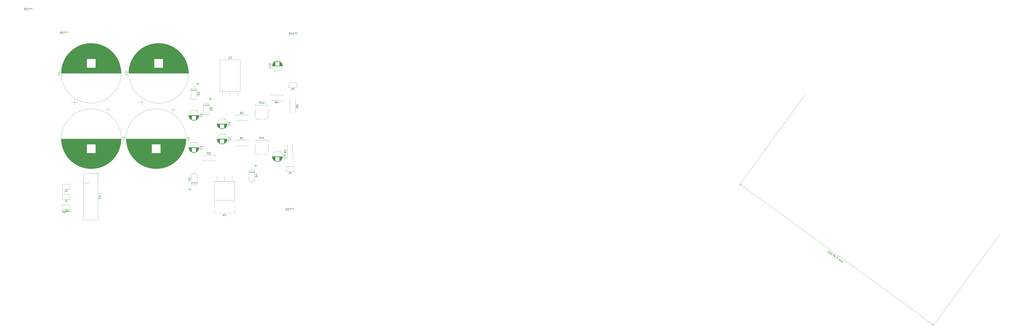
<source format=gbr>
G04 #@! TF.GenerationSoftware,KiCad,Pcbnew,(5.1.2-1)-1*
G04 #@! TF.CreationDate,2020-10-06T15:05:43-04:00*
G04 #@! TF.ProjectId,Power Supply,506f7765-7220-4537-9570-706c792e6b69,rev?*
G04 #@! TF.SameCoordinates,Original*
G04 #@! TF.FileFunction,Legend,Top*
G04 #@! TF.FilePolarity,Positive*
%FSLAX46Y46*%
G04 Gerber Fmt 4.6, Leading zero omitted, Abs format (unit mm)*
G04 Created by KiCad (PCBNEW (5.1.2-1)-1) date 2020-10-06 15:05:43*
%MOMM*%
%LPD*%
G04 APERTURE LIST*
%ADD10C,0.150000*%
%ADD11C,0.120000*%
G04 APERTURE END LIST*
D10*
X403812542Y-123437931D02*
X403350407Y-123101833D01*
X403581475Y-123269882D02*
X404169646Y-122461146D01*
X404008599Y-122520664D01*
X403875561Y-122541670D01*
X403770530Y-122524165D01*
X404652788Y-122930283D02*
X404719307Y-122919780D01*
X404824338Y-122937285D01*
X405016894Y-123077326D01*
X405065908Y-123171854D01*
X405076411Y-123238373D01*
X405058906Y-123343404D01*
X405002890Y-123420426D01*
X404880354Y-123507952D01*
X404082121Y-123633989D01*
X404582767Y-123998095D01*
X405671585Y-123553465D02*
X405748607Y-123609481D01*
X405797622Y-123704009D01*
X405808125Y-123770528D01*
X405790620Y-123875559D01*
X405717098Y-124057612D01*
X405577057Y-124250168D01*
X405426513Y-124376205D01*
X405331986Y-124425220D01*
X405265466Y-124435723D01*
X405160436Y-124418217D01*
X405083413Y-124362201D01*
X405034399Y-124267674D01*
X405023896Y-124201154D01*
X405041401Y-124096123D01*
X405114922Y-123914070D01*
X405254963Y-123721514D01*
X405405507Y-123595477D01*
X405500035Y-123546463D01*
X405566554Y-123535960D01*
X405671585Y-123553465D01*
X405755609Y-124733309D02*
X405766113Y-124799829D01*
X405699593Y-124810332D01*
X405689090Y-124743813D01*
X405755609Y-124733309D01*
X405699593Y-124810332D01*
X406123217Y-125118422D02*
X406277262Y-125230455D01*
X406382292Y-125247960D01*
X406448812Y-125237457D01*
X406609859Y-125177939D01*
X406760403Y-125051902D01*
X406984468Y-124743813D01*
X407001973Y-124638782D01*
X406991470Y-124572262D01*
X406942456Y-124477735D01*
X406788411Y-124365702D01*
X406683380Y-124348197D01*
X406616861Y-124358700D01*
X406522333Y-124407714D01*
X406382292Y-124600271D01*
X406364787Y-124705301D01*
X406375290Y-124771821D01*
X406424305Y-124866348D01*
X406578350Y-124978381D01*
X406683380Y-124995886D01*
X406749900Y-124985383D01*
X406844427Y-124936369D01*
X407278554Y-125958667D02*
X406816419Y-125622569D01*
X407047487Y-125790618D02*
X407635658Y-124981882D01*
X407474611Y-125041399D01*
X407341572Y-125062406D01*
X407236542Y-125044900D01*
X408136304Y-125345988D02*
X408675462Y-125738103D01*
X407740689Y-126294765D01*
X409011560Y-127219035D02*
X409403674Y-126679878D01*
X409347658Y-126756900D02*
X409414177Y-126746397D01*
X409519208Y-126763902D01*
X409634742Y-126847927D01*
X409683756Y-126942454D01*
X409666251Y-127047485D01*
X409358161Y-127471109D01*
X409666251Y-127047485D02*
X409760779Y-126998471D01*
X409865809Y-127015976D01*
X409981343Y-127100000D01*
X410030357Y-127194528D01*
X410012852Y-127299559D01*
X409704762Y-127723182D01*
X410089875Y-128003264D02*
X410481989Y-127464107D01*
X410425973Y-127541129D02*
X410492492Y-127530626D01*
X410597523Y-127548131D01*
X410713057Y-127632156D01*
X410762071Y-127726683D01*
X410744566Y-127831714D01*
X410436476Y-128255338D01*
X410744566Y-127831714D02*
X410839093Y-127782700D01*
X410944124Y-127800205D01*
X411059658Y-127884229D01*
X411108672Y-127978757D01*
X411091167Y-128083788D01*
X410783077Y-128507411D01*
D11*
X359204054Y-88865675D02*
X456994054Y-159985675D01*
X392430000Y-43180000D02*
X358859138Y-89339935D01*
X490220000Y-114300000D02*
X456649138Y-160459935D01*
X456994054Y-159985675D02*
X455738094Y-159797357D01*
X456994054Y-159985675D02*
X456427926Y-158848838D01*
X359204054Y-88865675D02*
X359770182Y-90002512D01*
X359204054Y-88865675D02*
X360460014Y-89053993D01*
X100410000Y-58400000D02*
G75*
G03X100410000Y-58400000I-2620000J0D01*
G01*
X100370000Y-58400000D02*
X95210000Y-58400000D01*
X100370000Y-58440000D02*
X95210000Y-58440000D01*
X100369000Y-58480000D02*
X95211000Y-58480000D01*
X100368000Y-58520000D02*
X95212000Y-58520000D01*
X100366000Y-58560000D02*
X95214000Y-58560000D01*
X100363000Y-58600000D02*
X95217000Y-58600000D01*
X100359000Y-58640000D02*
X98830000Y-58640000D01*
X96750000Y-58640000D02*
X95221000Y-58640000D01*
X100355000Y-58680000D02*
X98830000Y-58680000D01*
X96750000Y-58680000D02*
X95225000Y-58680000D01*
X100351000Y-58720000D02*
X98830000Y-58720000D01*
X96750000Y-58720000D02*
X95229000Y-58720000D01*
X100346000Y-58760000D02*
X98830000Y-58760000D01*
X96750000Y-58760000D02*
X95234000Y-58760000D01*
X100340000Y-58800000D02*
X98830000Y-58800000D01*
X96750000Y-58800000D02*
X95240000Y-58800000D01*
X100333000Y-58840000D02*
X98830000Y-58840000D01*
X96750000Y-58840000D02*
X95247000Y-58840000D01*
X100326000Y-58880000D02*
X98830000Y-58880000D01*
X96750000Y-58880000D02*
X95254000Y-58880000D01*
X100318000Y-58920000D02*
X98830000Y-58920000D01*
X96750000Y-58920000D02*
X95262000Y-58920000D01*
X100310000Y-58960000D02*
X98830000Y-58960000D01*
X96750000Y-58960000D02*
X95270000Y-58960000D01*
X100301000Y-59000000D02*
X98830000Y-59000000D01*
X96750000Y-59000000D02*
X95279000Y-59000000D01*
X100291000Y-59040000D02*
X98830000Y-59040000D01*
X96750000Y-59040000D02*
X95289000Y-59040000D01*
X100281000Y-59080000D02*
X98830000Y-59080000D01*
X96750000Y-59080000D02*
X95299000Y-59080000D01*
X100270000Y-59121000D02*
X98830000Y-59121000D01*
X96750000Y-59121000D02*
X95310000Y-59121000D01*
X100258000Y-59161000D02*
X98830000Y-59161000D01*
X96750000Y-59161000D02*
X95322000Y-59161000D01*
X100245000Y-59201000D02*
X98830000Y-59201000D01*
X96750000Y-59201000D02*
X95335000Y-59201000D01*
X100232000Y-59241000D02*
X98830000Y-59241000D01*
X96750000Y-59241000D02*
X95348000Y-59241000D01*
X100218000Y-59281000D02*
X98830000Y-59281000D01*
X96750000Y-59281000D02*
X95362000Y-59281000D01*
X100204000Y-59321000D02*
X98830000Y-59321000D01*
X96750000Y-59321000D02*
X95376000Y-59321000D01*
X100188000Y-59361000D02*
X98830000Y-59361000D01*
X96750000Y-59361000D02*
X95392000Y-59361000D01*
X100172000Y-59401000D02*
X98830000Y-59401000D01*
X96750000Y-59401000D02*
X95408000Y-59401000D01*
X100155000Y-59441000D02*
X98830000Y-59441000D01*
X96750000Y-59441000D02*
X95425000Y-59441000D01*
X100138000Y-59481000D02*
X98830000Y-59481000D01*
X96750000Y-59481000D02*
X95442000Y-59481000D01*
X100119000Y-59521000D02*
X98830000Y-59521000D01*
X96750000Y-59521000D02*
X95461000Y-59521000D01*
X100100000Y-59561000D02*
X98830000Y-59561000D01*
X96750000Y-59561000D02*
X95480000Y-59561000D01*
X100080000Y-59601000D02*
X98830000Y-59601000D01*
X96750000Y-59601000D02*
X95500000Y-59601000D01*
X100058000Y-59641000D02*
X98830000Y-59641000D01*
X96750000Y-59641000D02*
X95522000Y-59641000D01*
X100037000Y-59681000D02*
X98830000Y-59681000D01*
X96750000Y-59681000D02*
X95543000Y-59681000D01*
X100014000Y-59721000D02*
X98830000Y-59721000D01*
X96750000Y-59721000D02*
X95566000Y-59721000D01*
X99990000Y-59761000D02*
X98830000Y-59761000D01*
X96750000Y-59761000D02*
X95590000Y-59761000D01*
X99965000Y-59801000D02*
X98830000Y-59801000D01*
X96750000Y-59801000D02*
X95615000Y-59801000D01*
X99939000Y-59841000D02*
X98830000Y-59841000D01*
X96750000Y-59841000D02*
X95641000Y-59841000D01*
X99912000Y-59881000D02*
X98830000Y-59881000D01*
X96750000Y-59881000D02*
X95668000Y-59881000D01*
X99885000Y-59921000D02*
X98830000Y-59921000D01*
X96750000Y-59921000D02*
X95695000Y-59921000D01*
X99855000Y-59961000D02*
X98830000Y-59961000D01*
X96750000Y-59961000D02*
X95725000Y-59961000D01*
X99825000Y-60001000D02*
X98830000Y-60001000D01*
X96750000Y-60001000D02*
X95755000Y-60001000D01*
X99794000Y-60041000D02*
X98830000Y-60041000D01*
X96750000Y-60041000D02*
X95786000Y-60041000D01*
X99761000Y-60081000D02*
X98830000Y-60081000D01*
X96750000Y-60081000D02*
X95819000Y-60081000D01*
X99727000Y-60121000D02*
X98830000Y-60121000D01*
X96750000Y-60121000D02*
X95853000Y-60121000D01*
X99691000Y-60161000D02*
X98830000Y-60161000D01*
X96750000Y-60161000D02*
X95889000Y-60161000D01*
X99654000Y-60201000D02*
X98830000Y-60201000D01*
X96750000Y-60201000D02*
X95926000Y-60201000D01*
X99616000Y-60241000D02*
X98830000Y-60241000D01*
X96750000Y-60241000D02*
X95964000Y-60241000D01*
X99575000Y-60281000D02*
X98830000Y-60281000D01*
X96750000Y-60281000D02*
X96005000Y-60281000D01*
X99533000Y-60321000D02*
X98830000Y-60321000D01*
X96750000Y-60321000D02*
X96047000Y-60321000D01*
X99489000Y-60361000D02*
X98830000Y-60361000D01*
X96750000Y-60361000D02*
X96091000Y-60361000D01*
X99443000Y-60401000D02*
X98830000Y-60401000D01*
X96750000Y-60401000D02*
X96137000Y-60401000D01*
X99395000Y-60441000D02*
X98830000Y-60441000D01*
X96750000Y-60441000D02*
X96185000Y-60441000D01*
X99344000Y-60481000D02*
X98830000Y-60481000D01*
X96750000Y-60481000D02*
X96236000Y-60481000D01*
X99290000Y-60521000D02*
X98830000Y-60521000D01*
X96750000Y-60521000D02*
X96290000Y-60521000D01*
X99233000Y-60561000D02*
X98830000Y-60561000D01*
X96750000Y-60561000D02*
X96347000Y-60561000D01*
X99173000Y-60601000D02*
X98830000Y-60601000D01*
X96750000Y-60601000D02*
X96407000Y-60601000D01*
X99109000Y-60641000D02*
X98830000Y-60641000D01*
X96750000Y-60641000D02*
X96471000Y-60641000D01*
X99041000Y-60681000D02*
X98830000Y-60681000D01*
X96750000Y-60681000D02*
X96539000Y-60681000D01*
X98968000Y-60721000D02*
X96612000Y-60721000D01*
X98888000Y-60761000D02*
X96692000Y-60761000D01*
X98801000Y-60801000D02*
X96779000Y-60801000D01*
X98705000Y-60841000D02*
X96875000Y-60841000D01*
X98595000Y-60881000D02*
X96985000Y-60881000D01*
X98467000Y-60921000D02*
X97113000Y-60921000D01*
X98308000Y-60961000D02*
X97272000Y-60961000D01*
X98074000Y-61001000D02*
X97506000Y-61001000D01*
X99265000Y-55595225D02*
X99265000Y-56095225D01*
X99515000Y-55845225D02*
X99015000Y-55845225D01*
X34720000Y-88230000D02*
X35120000Y-88230000D01*
X35320000Y-83330000D02*
X35320000Y-84530000D01*
X34020000Y-83330000D02*
X35320000Y-83330000D01*
X31120000Y-88230000D02*
X27720000Y-88230000D01*
X35120000Y-83530000D02*
X27720000Y-83530000D01*
X35120000Y-106930000D02*
X35120000Y-83530000D01*
X27720000Y-106930000D02*
X35120000Y-106930000D01*
X27720000Y-83530000D02*
X27720000Y-106930000D01*
X85036000Y-40460000D02*
X82096000Y-40460000D01*
X82096000Y-40460000D02*
X82096000Y-45900000D01*
X82096000Y-45900000D02*
X85036000Y-45900000D01*
X85036000Y-45900000D02*
X85036000Y-40460000D01*
X83566000Y-39440000D02*
X83566000Y-40460000D01*
X83566000Y-46920000D02*
X83566000Y-45900000D01*
X85036000Y-41360000D02*
X82096000Y-41360000D01*
X85036000Y-41480000D02*
X82096000Y-41480000D01*
X85036000Y-41240000D02*
X82096000Y-41240000D01*
X46870000Y-32846000D02*
G75*
G03X46870000Y-32846000I-15120000J0D01*
G01*
X16669000Y-32846000D02*
X46831000Y-32846000D01*
X16670000Y-32806000D02*
X46830000Y-32806000D01*
X16670000Y-32766000D02*
X46830000Y-32766000D01*
X16670000Y-32726000D02*
X46830000Y-32726000D01*
X16670000Y-32686000D02*
X46830000Y-32686000D01*
X16671000Y-32646000D02*
X46829000Y-32646000D01*
X16671000Y-32606000D02*
X46829000Y-32606000D01*
X16672000Y-32566000D02*
X46828000Y-32566000D01*
X16673000Y-32526000D02*
X46827000Y-32526000D01*
X16674000Y-32486000D02*
X46826000Y-32486000D01*
X16675000Y-32446000D02*
X46825000Y-32446000D01*
X16676000Y-32406000D02*
X46824000Y-32406000D01*
X16677000Y-32366000D02*
X46823000Y-32366000D01*
X16678000Y-32326000D02*
X46822000Y-32326000D01*
X16680000Y-32286000D02*
X46820000Y-32286000D01*
X16681000Y-32246000D02*
X46819000Y-32246000D01*
X16683000Y-32206000D02*
X46817000Y-32206000D01*
X16685000Y-32166000D02*
X46815000Y-32166000D01*
X16687000Y-32125000D02*
X46813000Y-32125000D01*
X16689000Y-32085000D02*
X46811000Y-32085000D01*
X16691000Y-32045000D02*
X46809000Y-32045000D01*
X16693000Y-32005000D02*
X46807000Y-32005000D01*
X16695000Y-31965000D02*
X46805000Y-31965000D01*
X16698000Y-31925000D02*
X46802000Y-31925000D01*
X16700000Y-31885000D02*
X46800000Y-31885000D01*
X16703000Y-31845000D02*
X46797000Y-31845000D01*
X16705000Y-31805000D02*
X46795000Y-31805000D01*
X16708000Y-31765000D02*
X46792000Y-31765000D01*
X16711000Y-31725000D02*
X46789000Y-31725000D01*
X16714000Y-31685000D02*
X46786000Y-31685000D01*
X16717000Y-31645000D02*
X46783000Y-31645000D01*
X16720000Y-31605000D02*
X46780000Y-31605000D01*
X16724000Y-31565000D02*
X46776000Y-31565000D01*
X16727000Y-31525000D02*
X46773000Y-31525000D01*
X16731000Y-31485000D02*
X46769000Y-31485000D01*
X16734000Y-31445000D02*
X46766000Y-31445000D01*
X16738000Y-31405000D02*
X46762000Y-31405000D01*
X16742000Y-31365000D02*
X46758000Y-31365000D01*
X16746000Y-31325000D02*
X46754000Y-31325000D01*
X16750000Y-31285000D02*
X46750000Y-31285000D01*
X16754000Y-31245000D02*
X46746000Y-31245000D01*
X16759000Y-31205000D02*
X46741000Y-31205000D01*
X16763000Y-31165000D02*
X46737000Y-31165000D01*
X16768000Y-31125000D02*
X46732000Y-31125000D01*
X16772000Y-31085000D02*
X46728000Y-31085000D01*
X16777000Y-31045000D02*
X46723000Y-31045000D01*
X16782000Y-31005000D02*
X46718000Y-31005000D01*
X16787000Y-30965000D02*
X46713000Y-30965000D01*
X16792000Y-30925000D02*
X46708000Y-30925000D01*
X16797000Y-30885000D02*
X46703000Y-30885000D01*
X16802000Y-30845000D02*
X46698000Y-30845000D01*
X16808000Y-30805000D02*
X46692000Y-30805000D01*
X16813000Y-30765000D02*
X46687000Y-30765000D01*
X16819000Y-30725000D02*
X46681000Y-30725000D01*
X16825000Y-30685000D02*
X46675000Y-30685000D01*
X16830000Y-30645000D02*
X46670000Y-30645000D01*
X16836000Y-30605000D02*
X46664000Y-30605000D01*
X16842000Y-30565000D02*
X46658000Y-30565000D01*
X16849000Y-30525000D02*
X46651000Y-30525000D01*
X16855000Y-30485000D02*
X46645000Y-30485000D01*
X16861000Y-30445000D02*
X46639000Y-30445000D01*
X16868000Y-30405000D02*
X46632000Y-30405000D01*
X16874000Y-30365000D02*
X46626000Y-30365000D01*
X16881000Y-30325000D02*
X46619000Y-30325000D01*
X16888000Y-30285000D02*
X46612000Y-30285000D01*
X16895000Y-30245000D02*
X46605000Y-30245000D01*
X16902000Y-30205000D02*
X46598000Y-30205000D01*
X16909000Y-30165000D02*
X46591000Y-30165000D01*
X16916000Y-30125000D02*
X46584000Y-30125000D01*
X16924000Y-30085000D02*
X29510000Y-30085000D01*
X33990000Y-30085000D02*
X46576000Y-30085000D01*
X16931000Y-30045000D02*
X29510000Y-30045000D01*
X33990000Y-30045000D02*
X46569000Y-30045000D01*
X16939000Y-30005000D02*
X29510000Y-30005000D01*
X33990000Y-30005000D02*
X46561000Y-30005000D01*
X16946000Y-29965000D02*
X29510000Y-29965000D01*
X33990000Y-29965000D02*
X46554000Y-29965000D01*
X16954000Y-29925000D02*
X29510000Y-29925000D01*
X33990000Y-29925000D02*
X46546000Y-29925000D01*
X16962000Y-29885000D02*
X29510000Y-29885000D01*
X33990000Y-29885000D02*
X46538000Y-29885000D01*
X16970000Y-29845000D02*
X29510000Y-29845000D01*
X33990000Y-29845000D02*
X46530000Y-29845000D01*
X16978000Y-29805000D02*
X29510000Y-29805000D01*
X33990000Y-29805000D02*
X46522000Y-29805000D01*
X16987000Y-29765000D02*
X29510000Y-29765000D01*
X33990000Y-29765000D02*
X46513000Y-29765000D01*
X16995000Y-29725000D02*
X29510000Y-29725000D01*
X33990000Y-29725000D02*
X46505000Y-29725000D01*
X17003000Y-29685000D02*
X29510000Y-29685000D01*
X33990000Y-29685000D02*
X46497000Y-29685000D01*
X17012000Y-29645000D02*
X29510000Y-29645000D01*
X33990000Y-29645000D02*
X46488000Y-29645000D01*
X17021000Y-29605000D02*
X29510000Y-29605000D01*
X33990000Y-29605000D02*
X46479000Y-29605000D01*
X17030000Y-29565000D02*
X29510000Y-29565000D01*
X33990000Y-29565000D02*
X46470000Y-29565000D01*
X17039000Y-29525000D02*
X29510000Y-29525000D01*
X33990000Y-29525000D02*
X46461000Y-29525000D01*
X17048000Y-29485000D02*
X29510000Y-29485000D01*
X33990000Y-29485000D02*
X46452000Y-29485000D01*
X17057000Y-29445000D02*
X29510000Y-29445000D01*
X33990000Y-29445000D02*
X46443000Y-29445000D01*
X17066000Y-29405000D02*
X29510000Y-29405000D01*
X33990000Y-29405000D02*
X46434000Y-29405000D01*
X17075000Y-29365000D02*
X29510000Y-29365000D01*
X33990000Y-29365000D02*
X46425000Y-29365000D01*
X17085000Y-29325000D02*
X29510000Y-29325000D01*
X33990000Y-29325000D02*
X46415000Y-29325000D01*
X17095000Y-29285000D02*
X29510000Y-29285000D01*
X33990000Y-29285000D02*
X46405000Y-29285000D01*
X17104000Y-29245000D02*
X29510000Y-29245000D01*
X33990000Y-29245000D02*
X46396000Y-29245000D01*
X17114000Y-29205000D02*
X29510000Y-29205000D01*
X33990000Y-29205000D02*
X46386000Y-29205000D01*
X17124000Y-29165000D02*
X29510000Y-29165000D01*
X33990000Y-29165000D02*
X46376000Y-29165000D01*
X17134000Y-29125000D02*
X29510000Y-29125000D01*
X33990000Y-29125000D02*
X46366000Y-29125000D01*
X17144000Y-29085000D02*
X29510000Y-29085000D01*
X33990000Y-29085000D02*
X46356000Y-29085000D01*
X17155000Y-29045000D02*
X29510000Y-29045000D01*
X33990000Y-29045000D02*
X46345000Y-29045000D01*
X17165000Y-29005000D02*
X29510000Y-29005000D01*
X33990000Y-29005000D02*
X46335000Y-29005000D01*
X17176000Y-28965000D02*
X29510000Y-28965000D01*
X33990000Y-28965000D02*
X46324000Y-28965000D01*
X17186000Y-28925000D02*
X29510000Y-28925000D01*
X33990000Y-28925000D02*
X46314000Y-28925000D01*
X17197000Y-28885000D02*
X29510000Y-28885000D01*
X33990000Y-28885000D02*
X46303000Y-28885000D01*
X17208000Y-28845000D02*
X29510000Y-28845000D01*
X33990000Y-28845000D02*
X46292000Y-28845000D01*
X17219000Y-28805000D02*
X29510000Y-28805000D01*
X33990000Y-28805000D02*
X46281000Y-28805000D01*
X17230000Y-28765000D02*
X29510000Y-28765000D01*
X33990000Y-28765000D02*
X46270000Y-28765000D01*
X17242000Y-28725000D02*
X29510000Y-28725000D01*
X33990000Y-28725000D02*
X46258000Y-28725000D01*
X17253000Y-28685000D02*
X29510000Y-28685000D01*
X33990000Y-28685000D02*
X46247000Y-28685000D01*
X17265000Y-28645000D02*
X29510000Y-28645000D01*
X33990000Y-28645000D02*
X46235000Y-28645000D01*
X17276000Y-28605000D02*
X29510000Y-28605000D01*
X33990000Y-28605000D02*
X46224000Y-28605000D01*
X17288000Y-28565000D02*
X29510000Y-28565000D01*
X33990000Y-28565000D02*
X46212000Y-28565000D01*
X17300000Y-28525000D02*
X29510000Y-28525000D01*
X33990000Y-28525000D02*
X46200000Y-28525000D01*
X17312000Y-28485000D02*
X29510000Y-28485000D01*
X33990000Y-28485000D02*
X46188000Y-28485000D01*
X17324000Y-28445000D02*
X29510000Y-28445000D01*
X33990000Y-28445000D02*
X46176000Y-28445000D01*
X17336000Y-28405000D02*
X29510000Y-28405000D01*
X33990000Y-28405000D02*
X46164000Y-28405000D01*
X17348000Y-28365000D02*
X29510000Y-28365000D01*
X33990000Y-28365000D02*
X46152000Y-28365000D01*
X17361000Y-28325000D02*
X29510000Y-28325000D01*
X33990000Y-28325000D02*
X46139000Y-28325000D01*
X17374000Y-28285000D02*
X29510000Y-28285000D01*
X33990000Y-28285000D02*
X46126000Y-28285000D01*
X17386000Y-28245000D02*
X29510000Y-28245000D01*
X33990000Y-28245000D02*
X46114000Y-28245000D01*
X17399000Y-28205000D02*
X29510000Y-28205000D01*
X33990000Y-28205000D02*
X46101000Y-28205000D01*
X17412000Y-28165000D02*
X29510000Y-28165000D01*
X33990000Y-28165000D02*
X46088000Y-28165000D01*
X17425000Y-28125000D02*
X29510000Y-28125000D01*
X33990000Y-28125000D02*
X46075000Y-28125000D01*
X17438000Y-28085000D02*
X29510000Y-28085000D01*
X33990000Y-28085000D02*
X46062000Y-28085000D01*
X17452000Y-28045000D02*
X29510000Y-28045000D01*
X33990000Y-28045000D02*
X46048000Y-28045000D01*
X17465000Y-28005000D02*
X29510000Y-28005000D01*
X33990000Y-28005000D02*
X46035000Y-28005000D01*
X17479000Y-27965000D02*
X29510000Y-27965000D01*
X33990000Y-27965000D02*
X46021000Y-27965000D01*
X17492000Y-27925000D02*
X29510000Y-27925000D01*
X33990000Y-27925000D02*
X46008000Y-27925000D01*
X17506000Y-27885000D02*
X29510000Y-27885000D01*
X33990000Y-27885000D02*
X45994000Y-27885000D01*
X17520000Y-27845000D02*
X29510000Y-27845000D01*
X33990000Y-27845000D02*
X45980000Y-27845000D01*
X17534000Y-27805000D02*
X29510000Y-27805000D01*
X33990000Y-27805000D02*
X45966000Y-27805000D01*
X17548000Y-27765000D02*
X29510000Y-27765000D01*
X33990000Y-27765000D02*
X45952000Y-27765000D01*
X17563000Y-27725000D02*
X29510000Y-27725000D01*
X33990000Y-27725000D02*
X45937000Y-27725000D01*
X17577000Y-27685000D02*
X29510000Y-27685000D01*
X33990000Y-27685000D02*
X45923000Y-27685000D01*
X17592000Y-27645000D02*
X29510000Y-27645000D01*
X33990000Y-27645000D02*
X45908000Y-27645000D01*
X17607000Y-27605000D02*
X29510000Y-27605000D01*
X33990000Y-27605000D02*
X45893000Y-27605000D01*
X17621000Y-27565000D02*
X29510000Y-27565000D01*
X33990000Y-27565000D02*
X45879000Y-27565000D01*
X17636000Y-27525000D02*
X29510000Y-27525000D01*
X33990000Y-27525000D02*
X45864000Y-27525000D01*
X17651000Y-27485000D02*
X29510000Y-27485000D01*
X33990000Y-27485000D02*
X45849000Y-27485000D01*
X17667000Y-27445000D02*
X29510000Y-27445000D01*
X33990000Y-27445000D02*
X45833000Y-27445000D01*
X17682000Y-27405000D02*
X29510000Y-27405000D01*
X33990000Y-27405000D02*
X45818000Y-27405000D01*
X17698000Y-27365000D02*
X29510000Y-27365000D01*
X33990000Y-27365000D02*
X45802000Y-27365000D01*
X17713000Y-27325000D02*
X29510000Y-27325000D01*
X33990000Y-27325000D02*
X45787000Y-27325000D01*
X17729000Y-27285000D02*
X29510000Y-27285000D01*
X33990000Y-27285000D02*
X45771000Y-27285000D01*
X17745000Y-27245000D02*
X29510000Y-27245000D01*
X33990000Y-27245000D02*
X45755000Y-27245000D01*
X17761000Y-27205000D02*
X29510000Y-27205000D01*
X33990000Y-27205000D02*
X45739000Y-27205000D01*
X17777000Y-27165000D02*
X29510000Y-27165000D01*
X33990000Y-27165000D02*
X45723000Y-27165000D01*
X17793000Y-27125000D02*
X29510000Y-27125000D01*
X33990000Y-27125000D02*
X45707000Y-27125000D01*
X17810000Y-27085000D02*
X29510000Y-27085000D01*
X33990000Y-27085000D02*
X45690000Y-27085000D01*
X17826000Y-27045000D02*
X29510000Y-27045000D01*
X33990000Y-27045000D02*
X45674000Y-27045000D01*
X17843000Y-27005000D02*
X29510000Y-27005000D01*
X33990000Y-27005000D02*
X45657000Y-27005000D01*
X17860000Y-26965000D02*
X29510000Y-26965000D01*
X33990000Y-26965000D02*
X45640000Y-26965000D01*
X17877000Y-26925000D02*
X29510000Y-26925000D01*
X33990000Y-26925000D02*
X45623000Y-26925000D01*
X17894000Y-26885000D02*
X29510000Y-26885000D01*
X33990000Y-26885000D02*
X45606000Y-26885000D01*
X17911000Y-26845000D02*
X29510000Y-26845000D01*
X33990000Y-26845000D02*
X45589000Y-26845000D01*
X17928000Y-26805000D02*
X29510000Y-26805000D01*
X33990000Y-26805000D02*
X45572000Y-26805000D01*
X17946000Y-26765000D02*
X29510000Y-26765000D01*
X33990000Y-26765000D02*
X45554000Y-26765000D01*
X17963000Y-26725000D02*
X29510000Y-26725000D01*
X33990000Y-26725000D02*
X45537000Y-26725000D01*
X17981000Y-26685000D02*
X29510000Y-26685000D01*
X33990000Y-26685000D02*
X45519000Y-26685000D01*
X17999000Y-26645000D02*
X29510000Y-26645000D01*
X33990000Y-26645000D02*
X45501000Y-26645000D01*
X18017000Y-26605000D02*
X29510000Y-26605000D01*
X33990000Y-26605000D02*
X45483000Y-26605000D01*
X18035000Y-26565000D02*
X29510000Y-26565000D01*
X33990000Y-26565000D02*
X45465000Y-26565000D01*
X18054000Y-26525000D02*
X29510000Y-26525000D01*
X33990000Y-26525000D02*
X45446000Y-26525000D01*
X18072000Y-26485000D02*
X29510000Y-26485000D01*
X33990000Y-26485000D02*
X45428000Y-26485000D01*
X18091000Y-26445000D02*
X29510000Y-26445000D01*
X33990000Y-26445000D02*
X45409000Y-26445000D01*
X18110000Y-26405000D02*
X29510000Y-26405000D01*
X33990000Y-26405000D02*
X45390000Y-26405000D01*
X18128000Y-26365000D02*
X29510000Y-26365000D01*
X33990000Y-26365000D02*
X45372000Y-26365000D01*
X18148000Y-26325000D02*
X29510000Y-26325000D01*
X33990000Y-26325000D02*
X45352000Y-26325000D01*
X18167000Y-26285000D02*
X29510000Y-26285000D01*
X33990000Y-26285000D02*
X45333000Y-26285000D01*
X18186000Y-26245000D02*
X29510000Y-26245000D01*
X33990000Y-26245000D02*
X45314000Y-26245000D01*
X18206000Y-26205000D02*
X29510000Y-26205000D01*
X33990000Y-26205000D02*
X45294000Y-26205000D01*
X18225000Y-26165000D02*
X29510000Y-26165000D01*
X33990000Y-26165000D02*
X45275000Y-26165000D01*
X18245000Y-26125000D02*
X29510000Y-26125000D01*
X33990000Y-26125000D02*
X45255000Y-26125000D01*
X18265000Y-26085000D02*
X29510000Y-26085000D01*
X33990000Y-26085000D02*
X45235000Y-26085000D01*
X18285000Y-26045000D02*
X29510000Y-26045000D01*
X33990000Y-26045000D02*
X45215000Y-26045000D01*
X18305000Y-26005000D02*
X29510000Y-26005000D01*
X33990000Y-26005000D02*
X45195000Y-26005000D01*
X18325000Y-25965000D02*
X29510000Y-25965000D01*
X33990000Y-25965000D02*
X45175000Y-25965000D01*
X18346000Y-25925000D02*
X29510000Y-25925000D01*
X33990000Y-25925000D02*
X45154000Y-25925000D01*
X18367000Y-25885000D02*
X29510000Y-25885000D01*
X33990000Y-25885000D02*
X45133000Y-25885000D01*
X18387000Y-25845000D02*
X29510000Y-25845000D01*
X33990000Y-25845000D02*
X45113000Y-25845000D01*
X18408000Y-25805000D02*
X29510000Y-25805000D01*
X33990000Y-25805000D02*
X45092000Y-25805000D01*
X18430000Y-25765000D02*
X29510000Y-25765000D01*
X33990000Y-25765000D02*
X45070000Y-25765000D01*
X18451000Y-25725000D02*
X29510000Y-25725000D01*
X33990000Y-25725000D02*
X45049000Y-25725000D01*
X18472000Y-25685000D02*
X29510000Y-25685000D01*
X33990000Y-25685000D02*
X45028000Y-25685000D01*
X18494000Y-25645000D02*
X29510000Y-25645000D01*
X33990000Y-25645000D02*
X45006000Y-25645000D01*
X18516000Y-25605000D02*
X44984000Y-25605000D01*
X18537000Y-25565000D02*
X44963000Y-25565000D01*
X18560000Y-25525000D02*
X44940000Y-25525000D01*
X18582000Y-25485000D02*
X44918000Y-25485000D01*
X18604000Y-25445000D02*
X44896000Y-25445000D01*
X18627000Y-25405000D02*
X44873000Y-25405000D01*
X18649000Y-25365000D02*
X44851000Y-25365000D01*
X18672000Y-25325000D02*
X44828000Y-25325000D01*
X18695000Y-25285000D02*
X44805000Y-25285000D01*
X18718000Y-25245000D02*
X44782000Y-25245000D01*
X18742000Y-25205000D02*
X44758000Y-25205000D01*
X18765000Y-25165000D02*
X44735000Y-25165000D01*
X18789000Y-25125000D02*
X44711000Y-25125000D01*
X18813000Y-25085000D02*
X44687000Y-25085000D01*
X18837000Y-25045000D02*
X44663000Y-25045000D01*
X18861000Y-25005000D02*
X44639000Y-25005000D01*
X18885000Y-24965000D02*
X44615000Y-24965000D01*
X18910000Y-24925000D02*
X44590000Y-24925000D01*
X18934000Y-24885000D02*
X44566000Y-24885000D01*
X18959000Y-24845000D02*
X44541000Y-24845000D01*
X18984000Y-24805000D02*
X44516000Y-24805000D01*
X19010000Y-24765000D02*
X44490000Y-24765000D01*
X19035000Y-24725000D02*
X44465000Y-24725000D01*
X19060000Y-24685000D02*
X44440000Y-24685000D01*
X19086000Y-24646000D02*
X44414000Y-24646000D01*
X19112000Y-24606000D02*
X44388000Y-24606000D01*
X19138000Y-24566000D02*
X44362000Y-24566000D01*
X19164000Y-24526000D02*
X44336000Y-24526000D01*
X19191000Y-24486000D02*
X44309000Y-24486000D01*
X19218000Y-24446000D02*
X44282000Y-24446000D01*
X19244000Y-24406000D02*
X44256000Y-24406000D01*
X19271000Y-24366000D02*
X44229000Y-24366000D01*
X19299000Y-24326000D02*
X44201000Y-24326000D01*
X19326000Y-24286000D02*
X44174000Y-24286000D01*
X19353000Y-24246000D02*
X44147000Y-24246000D01*
X19381000Y-24206000D02*
X44119000Y-24206000D01*
X19409000Y-24166000D02*
X44091000Y-24166000D01*
X19437000Y-24126000D02*
X44063000Y-24126000D01*
X19466000Y-24086000D02*
X44034000Y-24086000D01*
X19494000Y-24046000D02*
X44006000Y-24046000D01*
X19523000Y-24006000D02*
X43977000Y-24006000D01*
X19552000Y-23966000D02*
X43948000Y-23966000D01*
X19581000Y-23926000D02*
X43919000Y-23926000D01*
X19610000Y-23886000D02*
X43890000Y-23886000D01*
X19640000Y-23846000D02*
X43860000Y-23846000D01*
X19670000Y-23806000D02*
X43830000Y-23806000D01*
X19700000Y-23766000D02*
X43800000Y-23766000D01*
X19730000Y-23726000D02*
X43770000Y-23726000D01*
X19760000Y-23686000D02*
X43740000Y-23686000D01*
X19791000Y-23646000D02*
X43709000Y-23646000D01*
X19821000Y-23606000D02*
X43679000Y-23606000D01*
X19852000Y-23566000D02*
X43648000Y-23566000D01*
X19884000Y-23526000D02*
X43616000Y-23526000D01*
X19915000Y-23486000D02*
X43585000Y-23486000D01*
X19947000Y-23446000D02*
X43553000Y-23446000D01*
X19978000Y-23406000D02*
X43522000Y-23406000D01*
X20011000Y-23366000D02*
X43489000Y-23366000D01*
X20043000Y-23326000D02*
X43457000Y-23326000D01*
X20075000Y-23286000D02*
X43425000Y-23286000D01*
X20108000Y-23246000D02*
X43392000Y-23246000D01*
X20141000Y-23206000D02*
X43359000Y-23206000D01*
X20174000Y-23166000D02*
X43326000Y-23166000D01*
X20208000Y-23126000D02*
X43292000Y-23126000D01*
X20241000Y-23086000D02*
X43259000Y-23086000D01*
X20275000Y-23046000D02*
X43225000Y-23046000D01*
X20310000Y-23006000D02*
X43190000Y-23006000D01*
X20344000Y-22966000D02*
X43156000Y-22966000D01*
X20379000Y-22926000D02*
X43121000Y-22926000D01*
X20414000Y-22886000D02*
X43086000Y-22886000D01*
X20449000Y-22846000D02*
X43051000Y-22846000D01*
X20484000Y-22806000D02*
X43016000Y-22806000D01*
X20520000Y-22766000D02*
X42980000Y-22766000D01*
X20556000Y-22726000D02*
X42944000Y-22726000D01*
X20592000Y-22686000D02*
X42908000Y-22686000D01*
X20628000Y-22646000D02*
X42872000Y-22646000D01*
X20665000Y-22606000D02*
X42835000Y-22606000D01*
X20702000Y-22566000D02*
X42798000Y-22566000D01*
X20739000Y-22526000D02*
X42761000Y-22526000D01*
X20777000Y-22486000D02*
X42723000Y-22486000D01*
X20814000Y-22446000D02*
X42686000Y-22446000D01*
X20852000Y-22406000D02*
X42648000Y-22406000D01*
X20891000Y-22366000D02*
X42609000Y-22366000D01*
X20929000Y-22326000D02*
X42571000Y-22326000D01*
X20968000Y-22286000D02*
X42532000Y-22286000D01*
X21007000Y-22246000D02*
X42493000Y-22246000D01*
X21047000Y-22206000D02*
X42453000Y-22206000D01*
X21087000Y-22166000D02*
X42413000Y-22166000D01*
X21127000Y-22126000D02*
X42373000Y-22126000D01*
X21167000Y-22086000D02*
X42333000Y-22086000D01*
X21208000Y-22046000D02*
X42292000Y-22046000D01*
X21249000Y-22006000D02*
X42251000Y-22006000D01*
X21290000Y-21966000D02*
X42210000Y-21966000D01*
X21332000Y-21926000D02*
X42168000Y-21926000D01*
X21374000Y-21886000D02*
X42126000Y-21886000D01*
X21416000Y-21846000D02*
X42084000Y-21846000D01*
X21458000Y-21806000D02*
X42042000Y-21806000D01*
X21501000Y-21766000D02*
X41999000Y-21766000D01*
X21545000Y-21726000D02*
X41955000Y-21726000D01*
X21588000Y-21686000D02*
X41912000Y-21686000D01*
X21632000Y-21646000D02*
X41868000Y-21646000D01*
X21676000Y-21606000D02*
X41824000Y-21606000D01*
X21721000Y-21566000D02*
X41779000Y-21566000D01*
X21766000Y-21526000D02*
X41734000Y-21526000D01*
X21811000Y-21486000D02*
X41689000Y-21486000D01*
X21857000Y-21446000D02*
X41643000Y-21446000D01*
X21903000Y-21406000D02*
X41597000Y-21406000D01*
X21950000Y-21366000D02*
X41550000Y-21366000D01*
X21996000Y-21326000D02*
X41504000Y-21326000D01*
X22044000Y-21286000D02*
X41456000Y-21286000D01*
X22091000Y-21246000D02*
X41409000Y-21246000D01*
X22139000Y-21206000D02*
X41361000Y-21206000D01*
X22188000Y-21166000D02*
X41312000Y-21166000D01*
X22237000Y-21126000D02*
X41263000Y-21126000D01*
X22286000Y-21086000D02*
X41214000Y-21086000D01*
X22336000Y-21046000D02*
X41164000Y-21046000D01*
X22386000Y-21006000D02*
X41114000Y-21006000D01*
X22436000Y-20966000D02*
X41064000Y-20966000D01*
X22487000Y-20926000D02*
X41013000Y-20926000D01*
X22539000Y-20886000D02*
X40961000Y-20886000D01*
X22591000Y-20846000D02*
X40909000Y-20846000D01*
X22643000Y-20806000D02*
X40857000Y-20806000D01*
X22696000Y-20766000D02*
X40804000Y-20766000D01*
X22750000Y-20726000D02*
X40750000Y-20726000D01*
X22803000Y-20686000D02*
X40697000Y-20686000D01*
X22858000Y-20646000D02*
X40642000Y-20646000D01*
X22913000Y-20606000D02*
X40587000Y-20606000D01*
X22968000Y-20566000D02*
X40532000Y-20566000D01*
X23024000Y-20526000D02*
X40476000Y-20526000D01*
X23081000Y-20486000D02*
X40419000Y-20486000D01*
X23138000Y-20446000D02*
X40362000Y-20446000D01*
X23195000Y-20406000D02*
X40305000Y-20406000D01*
X23253000Y-20366000D02*
X40247000Y-20366000D01*
X23312000Y-20326000D02*
X40188000Y-20326000D01*
X23372000Y-20286000D02*
X40128000Y-20286000D01*
X23432000Y-20246000D02*
X40068000Y-20246000D01*
X23492000Y-20206000D02*
X40008000Y-20206000D01*
X23553000Y-20166000D02*
X39947000Y-20166000D01*
X23615000Y-20126000D02*
X39885000Y-20126000D01*
X23678000Y-20086000D02*
X39822000Y-20086000D01*
X23741000Y-20046000D02*
X39759000Y-20046000D01*
X23805000Y-20006000D02*
X39695000Y-20006000D01*
X23870000Y-19966000D02*
X39630000Y-19966000D01*
X23935000Y-19926000D02*
X39565000Y-19926000D01*
X24002000Y-19886000D02*
X39498000Y-19886000D01*
X24068000Y-19846000D02*
X39432000Y-19846000D01*
X24136000Y-19806000D02*
X39364000Y-19806000D01*
X24205000Y-19766000D02*
X39295000Y-19766000D01*
X24274000Y-19726000D02*
X39226000Y-19726000D01*
X24344000Y-19686000D02*
X39156000Y-19686000D01*
X24416000Y-19646000D02*
X39084000Y-19646000D01*
X24488000Y-19606000D02*
X39012000Y-19606000D01*
X24561000Y-19566000D02*
X38939000Y-19566000D01*
X24635000Y-19526000D02*
X38865000Y-19526000D01*
X24710000Y-19486000D02*
X38790000Y-19486000D01*
X24786000Y-19446000D02*
X38714000Y-19446000D01*
X24863000Y-19406000D02*
X38637000Y-19406000D01*
X24941000Y-19366000D02*
X38559000Y-19366000D01*
X25020000Y-19326000D02*
X38480000Y-19326000D01*
X25101000Y-19286000D02*
X38399000Y-19286000D01*
X25182000Y-19246000D02*
X38318000Y-19246000D01*
X25265000Y-19206000D02*
X38235000Y-19206000D01*
X25350000Y-19166000D02*
X38150000Y-19166000D01*
X25435000Y-19126000D02*
X38065000Y-19126000D01*
X25522000Y-19086000D02*
X37978000Y-19086000D01*
X25611000Y-19046000D02*
X37889000Y-19046000D01*
X25701000Y-19006000D02*
X37799000Y-19006000D01*
X25793000Y-18966000D02*
X37707000Y-18966000D01*
X25886000Y-18926000D02*
X37614000Y-18926000D01*
X25982000Y-18886000D02*
X37518000Y-18886000D01*
X26079000Y-18846000D02*
X37421000Y-18846000D01*
X26178000Y-18806000D02*
X37322000Y-18806000D01*
X26279000Y-18766000D02*
X37221000Y-18766000D01*
X26382000Y-18726000D02*
X37118000Y-18726000D01*
X26488000Y-18686000D02*
X37012000Y-18686000D01*
X26596000Y-18646000D02*
X36904000Y-18646000D01*
X26707000Y-18606000D02*
X36793000Y-18606000D01*
X26820000Y-18566000D02*
X36680000Y-18566000D01*
X26936000Y-18526000D02*
X36564000Y-18526000D01*
X27056000Y-18486000D02*
X36444000Y-18486000D01*
X27179000Y-18446000D02*
X36321000Y-18446000D01*
X27306000Y-18406000D02*
X36194000Y-18406000D01*
X27437000Y-18366000D02*
X36063000Y-18366000D01*
X27572000Y-18326000D02*
X35928000Y-18326000D01*
X27713000Y-18286000D02*
X35787000Y-18286000D01*
X27858000Y-18246000D02*
X35642000Y-18246000D01*
X28010000Y-18206000D02*
X35490000Y-18206000D01*
X28168000Y-18166000D02*
X35332000Y-18166000D01*
X28335000Y-18126000D02*
X35165000Y-18126000D01*
X28510000Y-18086000D02*
X34990000Y-18086000D01*
X28695000Y-18046000D02*
X34805000Y-18046000D01*
X28893000Y-18006000D02*
X34607000Y-18006000D01*
X29106000Y-17966000D02*
X34394000Y-17966000D01*
X29338000Y-17926000D02*
X34162000Y-17926000D01*
X29596000Y-17886000D02*
X33904000Y-17886000D01*
X29888000Y-17846000D02*
X33612000Y-17846000D01*
X30236000Y-17806000D02*
X33264000Y-17806000D01*
X30690000Y-17766000D02*
X32810000Y-17766000D01*
X31710000Y-17726000D02*
X31790000Y-17726000D01*
X23275000Y-49025131D02*
X23275000Y-46025131D01*
X21775000Y-47525131D02*
X24775000Y-47525131D01*
X46870000Y-65960000D02*
G75*
G03X46870000Y-65960000I-15120000J0D01*
G01*
X46831000Y-65960000D02*
X16669000Y-65960000D01*
X46830000Y-66000000D02*
X16670000Y-66000000D01*
X46830000Y-66040000D02*
X16670000Y-66040000D01*
X46830000Y-66080000D02*
X16670000Y-66080000D01*
X46830000Y-66120000D02*
X16670000Y-66120000D01*
X46829000Y-66160000D02*
X16671000Y-66160000D01*
X46829000Y-66200000D02*
X16671000Y-66200000D01*
X46828000Y-66240000D02*
X16672000Y-66240000D01*
X46827000Y-66280000D02*
X16673000Y-66280000D01*
X46826000Y-66320000D02*
X16674000Y-66320000D01*
X46825000Y-66360000D02*
X16675000Y-66360000D01*
X46824000Y-66400000D02*
X16676000Y-66400000D01*
X46823000Y-66440000D02*
X16677000Y-66440000D01*
X46822000Y-66480000D02*
X16678000Y-66480000D01*
X46820000Y-66520000D02*
X16680000Y-66520000D01*
X46819000Y-66560000D02*
X16681000Y-66560000D01*
X46817000Y-66600000D02*
X16683000Y-66600000D01*
X46815000Y-66640000D02*
X16685000Y-66640000D01*
X46813000Y-66681000D02*
X16687000Y-66681000D01*
X46811000Y-66721000D02*
X16689000Y-66721000D01*
X46809000Y-66761000D02*
X16691000Y-66761000D01*
X46807000Y-66801000D02*
X16693000Y-66801000D01*
X46805000Y-66841000D02*
X16695000Y-66841000D01*
X46802000Y-66881000D02*
X16698000Y-66881000D01*
X46800000Y-66921000D02*
X16700000Y-66921000D01*
X46797000Y-66961000D02*
X16703000Y-66961000D01*
X46795000Y-67001000D02*
X16705000Y-67001000D01*
X46792000Y-67041000D02*
X16708000Y-67041000D01*
X46789000Y-67081000D02*
X16711000Y-67081000D01*
X46786000Y-67121000D02*
X16714000Y-67121000D01*
X46783000Y-67161000D02*
X16717000Y-67161000D01*
X46780000Y-67201000D02*
X16720000Y-67201000D01*
X46776000Y-67241000D02*
X16724000Y-67241000D01*
X46773000Y-67281000D02*
X16727000Y-67281000D01*
X46769000Y-67321000D02*
X16731000Y-67321000D01*
X46766000Y-67361000D02*
X16734000Y-67361000D01*
X46762000Y-67401000D02*
X16738000Y-67401000D01*
X46758000Y-67441000D02*
X16742000Y-67441000D01*
X46754000Y-67481000D02*
X16746000Y-67481000D01*
X46750000Y-67521000D02*
X16750000Y-67521000D01*
X46746000Y-67561000D02*
X16754000Y-67561000D01*
X46741000Y-67601000D02*
X16759000Y-67601000D01*
X46737000Y-67641000D02*
X16763000Y-67641000D01*
X46732000Y-67681000D02*
X16768000Y-67681000D01*
X46728000Y-67721000D02*
X16772000Y-67721000D01*
X46723000Y-67761000D02*
X16777000Y-67761000D01*
X46718000Y-67801000D02*
X16782000Y-67801000D01*
X46713000Y-67841000D02*
X16787000Y-67841000D01*
X46708000Y-67881000D02*
X16792000Y-67881000D01*
X46703000Y-67921000D02*
X16797000Y-67921000D01*
X46698000Y-67961000D02*
X16802000Y-67961000D01*
X46692000Y-68001000D02*
X16808000Y-68001000D01*
X46687000Y-68041000D02*
X16813000Y-68041000D01*
X46681000Y-68081000D02*
X16819000Y-68081000D01*
X46675000Y-68121000D02*
X16825000Y-68121000D01*
X46670000Y-68161000D02*
X16830000Y-68161000D01*
X46664000Y-68201000D02*
X16836000Y-68201000D01*
X46658000Y-68241000D02*
X16842000Y-68241000D01*
X46651000Y-68281000D02*
X16849000Y-68281000D01*
X46645000Y-68321000D02*
X16855000Y-68321000D01*
X46639000Y-68361000D02*
X16861000Y-68361000D01*
X46632000Y-68401000D02*
X16868000Y-68401000D01*
X46626000Y-68441000D02*
X16874000Y-68441000D01*
X46619000Y-68481000D02*
X16881000Y-68481000D01*
X46612000Y-68521000D02*
X16888000Y-68521000D01*
X46605000Y-68561000D02*
X16895000Y-68561000D01*
X46598000Y-68601000D02*
X16902000Y-68601000D01*
X46591000Y-68641000D02*
X16909000Y-68641000D01*
X46584000Y-68681000D02*
X16916000Y-68681000D01*
X46576000Y-68721000D02*
X33990000Y-68721000D01*
X29510000Y-68721000D02*
X16924000Y-68721000D01*
X46569000Y-68761000D02*
X33990000Y-68761000D01*
X29510000Y-68761000D02*
X16931000Y-68761000D01*
X46561000Y-68801000D02*
X33990000Y-68801000D01*
X29510000Y-68801000D02*
X16939000Y-68801000D01*
X46554000Y-68841000D02*
X33990000Y-68841000D01*
X29510000Y-68841000D02*
X16946000Y-68841000D01*
X46546000Y-68881000D02*
X33990000Y-68881000D01*
X29510000Y-68881000D02*
X16954000Y-68881000D01*
X46538000Y-68921000D02*
X33990000Y-68921000D01*
X29510000Y-68921000D02*
X16962000Y-68921000D01*
X46530000Y-68961000D02*
X33990000Y-68961000D01*
X29510000Y-68961000D02*
X16970000Y-68961000D01*
X46522000Y-69001000D02*
X33990000Y-69001000D01*
X29510000Y-69001000D02*
X16978000Y-69001000D01*
X46513000Y-69041000D02*
X33990000Y-69041000D01*
X29510000Y-69041000D02*
X16987000Y-69041000D01*
X46505000Y-69081000D02*
X33990000Y-69081000D01*
X29510000Y-69081000D02*
X16995000Y-69081000D01*
X46497000Y-69121000D02*
X33990000Y-69121000D01*
X29510000Y-69121000D02*
X17003000Y-69121000D01*
X46488000Y-69161000D02*
X33990000Y-69161000D01*
X29510000Y-69161000D02*
X17012000Y-69161000D01*
X46479000Y-69201000D02*
X33990000Y-69201000D01*
X29510000Y-69201000D02*
X17021000Y-69201000D01*
X46470000Y-69241000D02*
X33990000Y-69241000D01*
X29510000Y-69241000D02*
X17030000Y-69241000D01*
X46461000Y-69281000D02*
X33990000Y-69281000D01*
X29510000Y-69281000D02*
X17039000Y-69281000D01*
X46452000Y-69321000D02*
X33990000Y-69321000D01*
X29510000Y-69321000D02*
X17048000Y-69321000D01*
X46443000Y-69361000D02*
X33990000Y-69361000D01*
X29510000Y-69361000D02*
X17057000Y-69361000D01*
X46434000Y-69401000D02*
X33990000Y-69401000D01*
X29510000Y-69401000D02*
X17066000Y-69401000D01*
X46425000Y-69441000D02*
X33990000Y-69441000D01*
X29510000Y-69441000D02*
X17075000Y-69441000D01*
X46415000Y-69481000D02*
X33990000Y-69481000D01*
X29510000Y-69481000D02*
X17085000Y-69481000D01*
X46405000Y-69521000D02*
X33990000Y-69521000D01*
X29510000Y-69521000D02*
X17095000Y-69521000D01*
X46396000Y-69561000D02*
X33990000Y-69561000D01*
X29510000Y-69561000D02*
X17104000Y-69561000D01*
X46386000Y-69601000D02*
X33990000Y-69601000D01*
X29510000Y-69601000D02*
X17114000Y-69601000D01*
X46376000Y-69641000D02*
X33990000Y-69641000D01*
X29510000Y-69641000D02*
X17124000Y-69641000D01*
X46366000Y-69681000D02*
X33990000Y-69681000D01*
X29510000Y-69681000D02*
X17134000Y-69681000D01*
X46356000Y-69721000D02*
X33990000Y-69721000D01*
X29510000Y-69721000D02*
X17144000Y-69721000D01*
X46345000Y-69761000D02*
X33990000Y-69761000D01*
X29510000Y-69761000D02*
X17155000Y-69761000D01*
X46335000Y-69801000D02*
X33990000Y-69801000D01*
X29510000Y-69801000D02*
X17165000Y-69801000D01*
X46324000Y-69841000D02*
X33990000Y-69841000D01*
X29510000Y-69841000D02*
X17176000Y-69841000D01*
X46314000Y-69881000D02*
X33990000Y-69881000D01*
X29510000Y-69881000D02*
X17186000Y-69881000D01*
X46303000Y-69921000D02*
X33990000Y-69921000D01*
X29510000Y-69921000D02*
X17197000Y-69921000D01*
X46292000Y-69961000D02*
X33990000Y-69961000D01*
X29510000Y-69961000D02*
X17208000Y-69961000D01*
X46281000Y-70001000D02*
X33990000Y-70001000D01*
X29510000Y-70001000D02*
X17219000Y-70001000D01*
X46270000Y-70041000D02*
X33990000Y-70041000D01*
X29510000Y-70041000D02*
X17230000Y-70041000D01*
X46258000Y-70081000D02*
X33990000Y-70081000D01*
X29510000Y-70081000D02*
X17242000Y-70081000D01*
X46247000Y-70121000D02*
X33990000Y-70121000D01*
X29510000Y-70121000D02*
X17253000Y-70121000D01*
X46235000Y-70161000D02*
X33990000Y-70161000D01*
X29510000Y-70161000D02*
X17265000Y-70161000D01*
X46224000Y-70201000D02*
X33990000Y-70201000D01*
X29510000Y-70201000D02*
X17276000Y-70201000D01*
X46212000Y-70241000D02*
X33990000Y-70241000D01*
X29510000Y-70241000D02*
X17288000Y-70241000D01*
X46200000Y-70281000D02*
X33990000Y-70281000D01*
X29510000Y-70281000D02*
X17300000Y-70281000D01*
X46188000Y-70321000D02*
X33990000Y-70321000D01*
X29510000Y-70321000D02*
X17312000Y-70321000D01*
X46176000Y-70361000D02*
X33990000Y-70361000D01*
X29510000Y-70361000D02*
X17324000Y-70361000D01*
X46164000Y-70401000D02*
X33990000Y-70401000D01*
X29510000Y-70401000D02*
X17336000Y-70401000D01*
X46152000Y-70441000D02*
X33990000Y-70441000D01*
X29510000Y-70441000D02*
X17348000Y-70441000D01*
X46139000Y-70481000D02*
X33990000Y-70481000D01*
X29510000Y-70481000D02*
X17361000Y-70481000D01*
X46126000Y-70521000D02*
X33990000Y-70521000D01*
X29510000Y-70521000D02*
X17374000Y-70521000D01*
X46114000Y-70561000D02*
X33990000Y-70561000D01*
X29510000Y-70561000D02*
X17386000Y-70561000D01*
X46101000Y-70601000D02*
X33990000Y-70601000D01*
X29510000Y-70601000D02*
X17399000Y-70601000D01*
X46088000Y-70641000D02*
X33990000Y-70641000D01*
X29510000Y-70641000D02*
X17412000Y-70641000D01*
X46075000Y-70681000D02*
X33990000Y-70681000D01*
X29510000Y-70681000D02*
X17425000Y-70681000D01*
X46062000Y-70721000D02*
X33990000Y-70721000D01*
X29510000Y-70721000D02*
X17438000Y-70721000D01*
X46048000Y-70761000D02*
X33990000Y-70761000D01*
X29510000Y-70761000D02*
X17452000Y-70761000D01*
X46035000Y-70801000D02*
X33990000Y-70801000D01*
X29510000Y-70801000D02*
X17465000Y-70801000D01*
X46021000Y-70841000D02*
X33990000Y-70841000D01*
X29510000Y-70841000D02*
X17479000Y-70841000D01*
X46008000Y-70881000D02*
X33990000Y-70881000D01*
X29510000Y-70881000D02*
X17492000Y-70881000D01*
X45994000Y-70921000D02*
X33990000Y-70921000D01*
X29510000Y-70921000D02*
X17506000Y-70921000D01*
X45980000Y-70961000D02*
X33990000Y-70961000D01*
X29510000Y-70961000D02*
X17520000Y-70961000D01*
X45966000Y-71001000D02*
X33990000Y-71001000D01*
X29510000Y-71001000D02*
X17534000Y-71001000D01*
X45952000Y-71041000D02*
X33990000Y-71041000D01*
X29510000Y-71041000D02*
X17548000Y-71041000D01*
X45937000Y-71081000D02*
X33990000Y-71081000D01*
X29510000Y-71081000D02*
X17563000Y-71081000D01*
X45923000Y-71121000D02*
X33990000Y-71121000D01*
X29510000Y-71121000D02*
X17577000Y-71121000D01*
X45908000Y-71161000D02*
X33990000Y-71161000D01*
X29510000Y-71161000D02*
X17592000Y-71161000D01*
X45893000Y-71201000D02*
X33990000Y-71201000D01*
X29510000Y-71201000D02*
X17607000Y-71201000D01*
X45879000Y-71241000D02*
X33990000Y-71241000D01*
X29510000Y-71241000D02*
X17621000Y-71241000D01*
X45864000Y-71281000D02*
X33990000Y-71281000D01*
X29510000Y-71281000D02*
X17636000Y-71281000D01*
X45849000Y-71321000D02*
X33990000Y-71321000D01*
X29510000Y-71321000D02*
X17651000Y-71321000D01*
X45833000Y-71361000D02*
X33990000Y-71361000D01*
X29510000Y-71361000D02*
X17667000Y-71361000D01*
X45818000Y-71401000D02*
X33990000Y-71401000D01*
X29510000Y-71401000D02*
X17682000Y-71401000D01*
X45802000Y-71441000D02*
X33990000Y-71441000D01*
X29510000Y-71441000D02*
X17698000Y-71441000D01*
X45787000Y-71481000D02*
X33990000Y-71481000D01*
X29510000Y-71481000D02*
X17713000Y-71481000D01*
X45771000Y-71521000D02*
X33990000Y-71521000D01*
X29510000Y-71521000D02*
X17729000Y-71521000D01*
X45755000Y-71561000D02*
X33990000Y-71561000D01*
X29510000Y-71561000D02*
X17745000Y-71561000D01*
X45739000Y-71601000D02*
X33990000Y-71601000D01*
X29510000Y-71601000D02*
X17761000Y-71601000D01*
X45723000Y-71641000D02*
X33990000Y-71641000D01*
X29510000Y-71641000D02*
X17777000Y-71641000D01*
X45707000Y-71681000D02*
X33990000Y-71681000D01*
X29510000Y-71681000D02*
X17793000Y-71681000D01*
X45690000Y-71721000D02*
X33990000Y-71721000D01*
X29510000Y-71721000D02*
X17810000Y-71721000D01*
X45674000Y-71761000D02*
X33990000Y-71761000D01*
X29510000Y-71761000D02*
X17826000Y-71761000D01*
X45657000Y-71801000D02*
X33990000Y-71801000D01*
X29510000Y-71801000D02*
X17843000Y-71801000D01*
X45640000Y-71841000D02*
X33990000Y-71841000D01*
X29510000Y-71841000D02*
X17860000Y-71841000D01*
X45623000Y-71881000D02*
X33990000Y-71881000D01*
X29510000Y-71881000D02*
X17877000Y-71881000D01*
X45606000Y-71921000D02*
X33990000Y-71921000D01*
X29510000Y-71921000D02*
X17894000Y-71921000D01*
X45589000Y-71961000D02*
X33990000Y-71961000D01*
X29510000Y-71961000D02*
X17911000Y-71961000D01*
X45572000Y-72001000D02*
X33990000Y-72001000D01*
X29510000Y-72001000D02*
X17928000Y-72001000D01*
X45554000Y-72041000D02*
X33990000Y-72041000D01*
X29510000Y-72041000D02*
X17946000Y-72041000D01*
X45537000Y-72081000D02*
X33990000Y-72081000D01*
X29510000Y-72081000D02*
X17963000Y-72081000D01*
X45519000Y-72121000D02*
X33990000Y-72121000D01*
X29510000Y-72121000D02*
X17981000Y-72121000D01*
X45501000Y-72161000D02*
X33990000Y-72161000D01*
X29510000Y-72161000D02*
X17999000Y-72161000D01*
X45483000Y-72201000D02*
X33990000Y-72201000D01*
X29510000Y-72201000D02*
X18017000Y-72201000D01*
X45465000Y-72241000D02*
X33990000Y-72241000D01*
X29510000Y-72241000D02*
X18035000Y-72241000D01*
X45446000Y-72281000D02*
X33990000Y-72281000D01*
X29510000Y-72281000D02*
X18054000Y-72281000D01*
X45428000Y-72321000D02*
X33990000Y-72321000D01*
X29510000Y-72321000D02*
X18072000Y-72321000D01*
X45409000Y-72361000D02*
X33990000Y-72361000D01*
X29510000Y-72361000D02*
X18091000Y-72361000D01*
X45390000Y-72401000D02*
X33990000Y-72401000D01*
X29510000Y-72401000D02*
X18110000Y-72401000D01*
X45372000Y-72441000D02*
X33990000Y-72441000D01*
X29510000Y-72441000D02*
X18128000Y-72441000D01*
X45352000Y-72481000D02*
X33990000Y-72481000D01*
X29510000Y-72481000D02*
X18148000Y-72481000D01*
X45333000Y-72521000D02*
X33990000Y-72521000D01*
X29510000Y-72521000D02*
X18167000Y-72521000D01*
X45314000Y-72561000D02*
X33990000Y-72561000D01*
X29510000Y-72561000D02*
X18186000Y-72561000D01*
X45294000Y-72601000D02*
X33990000Y-72601000D01*
X29510000Y-72601000D02*
X18206000Y-72601000D01*
X45275000Y-72641000D02*
X33990000Y-72641000D01*
X29510000Y-72641000D02*
X18225000Y-72641000D01*
X45255000Y-72681000D02*
X33990000Y-72681000D01*
X29510000Y-72681000D02*
X18245000Y-72681000D01*
X45235000Y-72721000D02*
X33990000Y-72721000D01*
X29510000Y-72721000D02*
X18265000Y-72721000D01*
X45215000Y-72761000D02*
X33990000Y-72761000D01*
X29510000Y-72761000D02*
X18285000Y-72761000D01*
X45195000Y-72801000D02*
X33990000Y-72801000D01*
X29510000Y-72801000D02*
X18305000Y-72801000D01*
X45175000Y-72841000D02*
X33990000Y-72841000D01*
X29510000Y-72841000D02*
X18325000Y-72841000D01*
X45154000Y-72881000D02*
X33990000Y-72881000D01*
X29510000Y-72881000D02*
X18346000Y-72881000D01*
X45133000Y-72921000D02*
X33990000Y-72921000D01*
X29510000Y-72921000D02*
X18367000Y-72921000D01*
X45113000Y-72961000D02*
X33990000Y-72961000D01*
X29510000Y-72961000D02*
X18387000Y-72961000D01*
X45092000Y-73001000D02*
X33990000Y-73001000D01*
X29510000Y-73001000D02*
X18408000Y-73001000D01*
X45070000Y-73041000D02*
X33990000Y-73041000D01*
X29510000Y-73041000D02*
X18430000Y-73041000D01*
X45049000Y-73081000D02*
X33990000Y-73081000D01*
X29510000Y-73081000D02*
X18451000Y-73081000D01*
X45028000Y-73121000D02*
X33990000Y-73121000D01*
X29510000Y-73121000D02*
X18472000Y-73121000D01*
X45006000Y-73161000D02*
X33990000Y-73161000D01*
X29510000Y-73161000D02*
X18494000Y-73161000D01*
X44984000Y-73201000D02*
X18516000Y-73201000D01*
X44963000Y-73241000D02*
X18537000Y-73241000D01*
X44940000Y-73281000D02*
X18560000Y-73281000D01*
X44918000Y-73321000D02*
X18582000Y-73321000D01*
X44896000Y-73361000D02*
X18604000Y-73361000D01*
X44873000Y-73401000D02*
X18627000Y-73401000D01*
X44851000Y-73441000D02*
X18649000Y-73441000D01*
X44828000Y-73481000D02*
X18672000Y-73481000D01*
X44805000Y-73521000D02*
X18695000Y-73521000D01*
X44782000Y-73561000D02*
X18718000Y-73561000D01*
X44758000Y-73601000D02*
X18742000Y-73601000D01*
X44735000Y-73641000D02*
X18765000Y-73641000D01*
X44711000Y-73681000D02*
X18789000Y-73681000D01*
X44687000Y-73721000D02*
X18813000Y-73721000D01*
X44663000Y-73761000D02*
X18837000Y-73761000D01*
X44639000Y-73801000D02*
X18861000Y-73801000D01*
X44615000Y-73841000D02*
X18885000Y-73841000D01*
X44590000Y-73881000D02*
X18910000Y-73881000D01*
X44566000Y-73921000D02*
X18934000Y-73921000D01*
X44541000Y-73961000D02*
X18959000Y-73961000D01*
X44516000Y-74001000D02*
X18984000Y-74001000D01*
X44490000Y-74041000D02*
X19010000Y-74041000D01*
X44465000Y-74081000D02*
X19035000Y-74081000D01*
X44440000Y-74121000D02*
X19060000Y-74121000D01*
X44414000Y-74160000D02*
X19086000Y-74160000D01*
X44388000Y-74200000D02*
X19112000Y-74200000D01*
X44362000Y-74240000D02*
X19138000Y-74240000D01*
X44336000Y-74280000D02*
X19164000Y-74280000D01*
X44309000Y-74320000D02*
X19191000Y-74320000D01*
X44282000Y-74360000D02*
X19218000Y-74360000D01*
X44256000Y-74400000D02*
X19244000Y-74400000D01*
X44229000Y-74440000D02*
X19271000Y-74440000D01*
X44201000Y-74480000D02*
X19299000Y-74480000D01*
X44174000Y-74520000D02*
X19326000Y-74520000D01*
X44147000Y-74560000D02*
X19353000Y-74560000D01*
X44119000Y-74600000D02*
X19381000Y-74600000D01*
X44091000Y-74640000D02*
X19409000Y-74640000D01*
X44063000Y-74680000D02*
X19437000Y-74680000D01*
X44034000Y-74720000D02*
X19466000Y-74720000D01*
X44006000Y-74760000D02*
X19494000Y-74760000D01*
X43977000Y-74800000D02*
X19523000Y-74800000D01*
X43948000Y-74840000D02*
X19552000Y-74840000D01*
X43919000Y-74880000D02*
X19581000Y-74880000D01*
X43890000Y-74920000D02*
X19610000Y-74920000D01*
X43860000Y-74960000D02*
X19640000Y-74960000D01*
X43830000Y-75000000D02*
X19670000Y-75000000D01*
X43800000Y-75040000D02*
X19700000Y-75040000D01*
X43770000Y-75080000D02*
X19730000Y-75080000D01*
X43740000Y-75120000D02*
X19760000Y-75120000D01*
X43709000Y-75160000D02*
X19791000Y-75160000D01*
X43679000Y-75200000D02*
X19821000Y-75200000D01*
X43648000Y-75240000D02*
X19852000Y-75240000D01*
X43616000Y-75280000D02*
X19884000Y-75280000D01*
X43585000Y-75320000D02*
X19915000Y-75320000D01*
X43553000Y-75360000D02*
X19947000Y-75360000D01*
X43522000Y-75400000D02*
X19978000Y-75400000D01*
X43489000Y-75440000D02*
X20011000Y-75440000D01*
X43457000Y-75480000D02*
X20043000Y-75480000D01*
X43425000Y-75520000D02*
X20075000Y-75520000D01*
X43392000Y-75560000D02*
X20108000Y-75560000D01*
X43359000Y-75600000D02*
X20141000Y-75600000D01*
X43326000Y-75640000D02*
X20174000Y-75640000D01*
X43292000Y-75680000D02*
X20208000Y-75680000D01*
X43259000Y-75720000D02*
X20241000Y-75720000D01*
X43225000Y-75760000D02*
X20275000Y-75760000D01*
X43190000Y-75800000D02*
X20310000Y-75800000D01*
X43156000Y-75840000D02*
X20344000Y-75840000D01*
X43121000Y-75880000D02*
X20379000Y-75880000D01*
X43086000Y-75920000D02*
X20414000Y-75920000D01*
X43051000Y-75960000D02*
X20449000Y-75960000D01*
X43016000Y-76000000D02*
X20484000Y-76000000D01*
X42980000Y-76040000D02*
X20520000Y-76040000D01*
X42944000Y-76080000D02*
X20556000Y-76080000D01*
X42908000Y-76120000D02*
X20592000Y-76120000D01*
X42872000Y-76160000D02*
X20628000Y-76160000D01*
X42835000Y-76200000D02*
X20665000Y-76200000D01*
X42798000Y-76240000D02*
X20702000Y-76240000D01*
X42761000Y-76280000D02*
X20739000Y-76280000D01*
X42723000Y-76320000D02*
X20777000Y-76320000D01*
X42686000Y-76360000D02*
X20814000Y-76360000D01*
X42648000Y-76400000D02*
X20852000Y-76400000D01*
X42609000Y-76440000D02*
X20891000Y-76440000D01*
X42571000Y-76480000D02*
X20929000Y-76480000D01*
X42532000Y-76520000D02*
X20968000Y-76520000D01*
X42493000Y-76560000D02*
X21007000Y-76560000D01*
X42453000Y-76600000D02*
X21047000Y-76600000D01*
X42413000Y-76640000D02*
X21087000Y-76640000D01*
X42373000Y-76680000D02*
X21127000Y-76680000D01*
X42333000Y-76720000D02*
X21167000Y-76720000D01*
X42292000Y-76760000D02*
X21208000Y-76760000D01*
X42251000Y-76800000D02*
X21249000Y-76800000D01*
X42210000Y-76840000D02*
X21290000Y-76840000D01*
X42168000Y-76880000D02*
X21332000Y-76880000D01*
X42126000Y-76920000D02*
X21374000Y-76920000D01*
X42084000Y-76960000D02*
X21416000Y-76960000D01*
X42042000Y-77000000D02*
X21458000Y-77000000D01*
X41999000Y-77040000D02*
X21501000Y-77040000D01*
X41955000Y-77080000D02*
X21545000Y-77080000D01*
X41912000Y-77120000D02*
X21588000Y-77120000D01*
X41868000Y-77160000D02*
X21632000Y-77160000D01*
X41824000Y-77200000D02*
X21676000Y-77200000D01*
X41779000Y-77240000D02*
X21721000Y-77240000D01*
X41734000Y-77280000D02*
X21766000Y-77280000D01*
X41689000Y-77320000D02*
X21811000Y-77320000D01*
X41643000Y-77360000D02*
X21857000Y-77360000D01*
X41597000Y-77400000D02*
X21903000Y-77400000D01*
X41550000Y-77440000D02*
X21950000Y-77440000D01*
X41504000Y-77480000D02*
X21996000Y-77480000D01*
X41456000Y-77520000D02*
X22044000Y-77520000D01*
X41409000Y-77560000D02*
X22091000Y-77560000D01*
X41361000Y-77600000D02*
X22139000Y-77600000D01*
X41312000Y-77640000D02*
X22188000Y-77640000D01*
X41263000Y-77680000D02*
X22237000Y-77680000D01*
X41214000Y-77720000D02*
X22286000Y-77720000D01*
X41164000Y-77760000D02*
X22336000Y-77760000D01*
X41114000Y-77800000D02*
X22386000Y-77800000D01*
X41064000Y-77840000D02*
X22436000Y-77840000D01*
X41013000Y-77880000D02*
X22487000Y-77880000D01*
X40961000Y-77920000D02*
X22539000Y-77920000D01*
X40909000Y-77960000D02*
X22591000Y-77960000D01*
X40857000Y-78000000D02*
X22643000Y-78000000D01*
X40804000Y-78040000D02*
X22696000Y-78040000D01*
X40750000Y-78080000D02*
X22750000Y-78080000D01*
X40697000Y-78120000D02*
X22803000Y-78120000D01*
X40642000Y-78160000D02*
X22858000Y-78160000D01*
X40587000Y-78200000D02*
X22913000Y-78200000D01*
X40532000Y-78240000D02*
X22968000Y-78240000D01*
X40476000Y-78280000D02*
X23024000Y-78280000D01*
X40419000Y-78320000D02*
X23081000Y-78320000D01*
X40362000Y-78360000D02*
X23138000Y-78360000D01*
X40305000Y-78400000D02*
X23195000Y-78400000D01*
X40247000Y-78440000D02*
X23253000Y-78440000D01*
X40188000Y-78480000D02*
X23312000Y-78480000D01*
X40128000Y-78520000D02*
X23372000Y-78520000D01*
X40068000Y-78560000D02*
X23432000Y-78560000D01*
X40008000Y-78600000D02*
X23492000Y-78600000D01*
X39947000Y-78640000D02*
X23553000Y-78640000D01*
X39885000Y-78680000D02*
X23615000Y-78680000D01*
X39822000Y-78720000D02*
X23678000Y-78720000D01*
X39759000Y-78760000D02*
X23741000Y-78760000D01*
X39695000Y-78800000D02*
X23805000Y-78800000D01*
X39630000Y-78840000D02*
X23870000Y-78840000D01*
X39565000Y-78880000D02*
X23935000Y-78880000D01*
X39498000Y-78920000D02*
X24002000Y-78920000D01*
X39432000Y-78960000D02*
X24068000Y-78960000D01*
X39364000Y-79000000D02*
X24136000Y-79000000D01*
X39295000Y-79040000D02*
X24205000Y-79040000D01*
X39226000Y-79080000D02*
X24274000Y-79080000D01*
X39156000Y-79120000D02*
X24344000Y-79120000D01*
X39084000Y-79160000D02*
X24416000Y-79160000D01*
X39012000Y-79200000D02*
X24488000Y-79200000D01*
X38939000Y-79240000D02*
X24561000Y-79240000D01*
X38865000Y-79280000D02*
X24635000Y-79280000D01*
X38790000Y-79320000D02*
X24710000Y-79320000D01*
X38714000Y-79360000D02*
X24786000Y-79360000D01*
X38637000Y-79400000D02*
X24863000Y-79400000D01*
X38559000Y-79440000D02*
X24941000Y-79440000D01*
X38480000Y-79480000D02*
X25020000Y-79480000D01*
X38399000Y-79520000D02*
X25101000Y-79520000D01*
X38318000Y-79560000D02*
X25182000Y-79560000D01*
X38235000Y-79600000D02*
X25265000Y-79600000D01*
X38150000Y-79640000D02*
X25350000Y-79640000D01*
X38065000Y-79680000D02*
X25435000Y-79680000D01*
X37978000Y-79720000D02*
X25522000Y-79720000D01*
X37889000Y-79760000D02*
X25611000Y-79760000D01*
X37799000Y-79800000D02*
X25701000Y-79800000D01*
X37707000Y-79840000D02*
X25793000Y-79840000D01*
X37614000Y-79880000D02*
X25886000Y-79880000D01*
X37518000Y-79920000D02*
X25982000Y-79920000D01*
X37421000Y-79960000D02*
X26079000Y-79960000D01*
X37322000Y-80000000D02*
X26178000Y-80000000D01*
X37221000Y-80040000D02*
X26279000Y-80040000D01*
X37118000Y-80080000D02*
X26382000Y-80080000D01*
X37012000Y-80120000D02*
X26488000Y-80120000D01*
X36904000Y-80160000D02*
X26596000Y-80160000D01*
X36793000Y-80200000D02*
X26707000Y-80200000D01*
X36680000Y-80240000D02*
X26820000Y-80240000D01*
X36564000Y-80280000D02*
X26936000Y-80280000D01*
X36444000Y-80320000D02*
X27056000Y-80320000D01*
X36321000Y-80360000D02*
X27179000Y-80360000D01*
X36194000Y-80400000D02*
X27306000Y-80400000D01*
X36063000Y-80440000D02*
X27437000Y-80440000D01*
X35928000Y-80480000D02*
X27572000Y-80480000D01*
X35787000Y-80520000D02*
X27713000Y-80520000D01*
X35642000Y-80560000D02*
X27858000Y-80560000D01*
X35490000Y-80600000D02*
X28010000Y-80600000D01*
X35332000Y-80640000D02*
X28168000Y-80640000D01*
X35165000Y-80680000D02*
X28335000Y-80680000D01*
X34990000Y-80720000D02*
X28510000Y-80720000D01*
X34805000Y-80760000D02*
X28695000Y-80760000D01*
X34607000Y-80800000D02*
X28893000Y-80800000D01*
X34394000Y-80840000D02*
X29106000Y-80840000D01*
X34162000Y-80880000D02*
X29338000Y-80880000D01*
X33904000Y-80920000D02*
X29596000Y-80920000D01*
X33612000Y-80960000D02*
X29888000Y-80960000D01*
X33264000Y-81000000D02*
X30236000Y-81000000D01*
X32810000Y-81040000D02*
X30690000Y-81040000D01*
X31790000Y-81080000D02*
X31710000Y-81080000D01*
X40225000Y-49780869D02*
X40225000Y-52780869D01*
X41725000Y-51280869D02*
X38725000Y-51280869D01*
X55811000Y-47525131D02*
X58811000Y-47525131D01*
X57311000Y-49025131D02*
X57311000Y-46025131D01*
X65746000Y-17726000D02*
X65826000Y-17726000D01*
X64726000Y-17766000D02*
X66846000Y-17766000D01*
X64272000Y-17806000D02*
X67300000Y-17806000D01*
X63924000Y-17846000D02*
X67648000Y-17846000D01*
X63632000Y-17886000D02*
X67940000Y-17886000D01*
X63374000Y-17926000D02*
X68198000Y-17926000D01*
X63142000Y-17966000D02*
X68430000Y-17966000D01*
X62929000Y-18006000D02*
X68643000Y-18006000D01*
X62731000Y-18046000D02*
X68841000Y-18046000D01*
X62546000Y-18086000D02*
X69026000Y-18086000D01*
X62371000Y-18126000D02*
X69201000Y-18126000D01*
X62204000Y-18166000D02*
X69368000Y-18166000D01*
X62046000Y-18206000D02*
X69526000Y-18206000D01*
X61894000Y-18246000D02*
X69678000Y-18246000D01*
X61749000Y-18286000D02*
X69823000Y-18286000D01*
X61608000Y-18326000D02*
X69964000Y-18326000D01*
X61473000Y-18366000D02*
X70099000Y-18366000D01*
X61342000Y-18406000D02*
X70230000Y-18406000D01*
X61215000Y-18446000D02*
X70357000Y-18446000D01*
X61092000Y-18486000D02*
X70480000Y-18486000D01*
X60972000Y-18526000D02*
X70600000Y-18526000D01*
X60856000Y-18566000D02*
X70716000Y-18566000D01*
X60743000Y-18606000D02*
X70829000Y-18606000D01*
X60632000Y-18646000D02*
X70940000Y-18646000D01*
X60524000Y-18686000D02*
X71048000Y-18686000D01*
X60418000Y-18726000D02*
X71154000Y-18726000D01*
X60315000Y-18766000D02*
X71257000Y-18766000D01*
X60214000Y-18806000D02*
X71358000Y-18806000D01*
X60115000Y-18846000D02*
X71457000Y-18846000D01*
X60018000Y-18886000D02*
X71554000Y-18886000D01*
X59922000Y-18926000D02*
X71650000Y-18926000D01*
X59829000Y-18966000D02*
X71743000Y-18966000D01*
X59737000Y-19006000D02*
X71835000Y-19006000D01*
X59647000Y-19046000D02*
X71925000Y-19046000D01*
X59558000Y-19086000D02*
X72014000Y-19086000D01*
X59471000Y-19126000D02*
X72101000Y-19126000D01*
X59386000Y-19166000D02*
X72186000Y-19166000D01*
X59301000Y-19206000D02*
X72271000Y-19206000D01*
X59218000Y-19246000D02*
X72354000Y-19246000D01*
X59137000Y-19286000D02*
X72435000Y-19286000D01*
X59056000Y-19326000D02*
X72516000Y-19326000D01*
X58977000Y-19366000D02*
X72595000Y-19366000D01*
X58899000Y-19406000D02*
X72673000Y-19406000D01*
X58822000Y-19446000D02*
X72750000Y-19446000D01*
X58746000Y-19486000D02*
X72826000Y-19486000D01*
X58671000Y-19526000D02*
X72901000Y-19526000D01*
X58597000Y-19566000D02*
X72975000Y-19566000D01*
X58524000Y-19606000D02*
X73048000Y-19606000D01*
X58452000Y-19646000D02*
X73120000Y-19646000D01*
X58380000Y-19686000D02*
X73192000Y-19686000D01*
X58310000Y-19726000D02*
X73262000Y-19726000D01*
X58241000Y-19766000D02*
X73331000Y-19766000D01*
X58172000Y-19806000D02*
X73400000Y-19806000D01*
X58104000Y-19846000D02*
X73468000Y-19846000D01*
X58038000Y-19886000D02*
X73534000Y-19886000D01*
X57971000Y-19926000D02*
X73601000Y-19926000D01*
X57906000Y-19966000D02*
X73666000Y-19966000D01*
X57841000Y-20006000D02*
X73731000Y-20006000D01*
X57777000Y-20046000D02*
X73795000Y-20046000D01*
X57714000Y-20086000D02*
X73858000Y-20086000D01*
X57651000Y-20126000D02*
X73921000Y-20126000D01*
X57589000Y-20166000D02*
X73983000Y-20166000D01*
X57528000Y-20206000D02*
X74044000Y-20206000D01*
X57468000Y-20246000D02*
X74104000Y-20246000D01*
X57408000Y-20286000D02*
X74164000Y-20286000D01*
X57348000Y-20326000D02*
X74224000Y-20326000D01*
X57289000Y-20366000D02*
X74283000Y-20366000D01*
X57231000Y-20406000D02*
X74341000Y-20406000D01*
X57174000Y-20446000D02*
X74398000Y-20446000D01*
X57117000Y-20486000D02*
X74455000Y-20486000D01*
X57060000Y-20526000D02*
X74512000Y-20526000D01*
X57004000Y-20566000D02*
X74568000Y-20566000D01*
X56949000Y-20606000D02*
X74623000Y-20606000D01*
X56894000Y-20646000D02*
X74678000Y-20646000D01*
X56839000Y-20686000D02*
X74733000Y-20686000D01*
X56786000Y-20726000D02*
X74786000Y-20726000D01*
X56732000Y-20766000D02*
X74840000Y-20766000D01*
X56679000Y-20806000D02*
X74893000Y-20806000D01*
X56627000Y-20846000D02*
X74945000Y-20846000D01*
X56575000Y-20886000D02*
X74997000Y-20886000D01*
X56523000Y-20926000D02*
X75049000Y-20926000D01*
X56472000Y-20966000D02*
X75100000Y-20966000D01*
X56422000Y-21006000D02*
X75150000Y-21006000D01*
X56372000Y-21046000D02*
X75200000Y-21046000D01*
X56322000Y-21086000D02*
X75250000Y-21086000D01*
X56273000Y-21126000D02*
X75299000Y-21126000D01*
X56224000Y-21166000D02*
X75348000Y-21166000D01*
X56175000Y-21206000D02*
X75397000Y-21206000D01*
X56127000Y-21246000D02*
X75445000Y-21246000D01*
X56080000Y-21286000D02*
X75492000Y-21286000D01*
X56032000Y-21326000D02*
X75540000Y-21326000D01*
X55986000Y-21366000D02*
X75586000Y-21366000D01*
X55939000Y-21406000D02*
X75633000Y-21406000D01*
X55893000Y-21446000D02*
X75679000Y-21446000D01*
X55847000Y-21486000D02*
X75725000Y-21486000D01*
X55802000Y-21526000D02*
X75770000Y-21526000D01*
X55757000Y-21566000D02*
X75815000Y-21566000D01*
X55712000Y-21606000D02*
X75860000Y-21606000D01*
X55668000Y-21646000D02*
X75904000Y-21646000D01*
X55624000Y-21686000D02*
X75948000Y-21686000D01*
X55581000Y-21726000D02*
X75991000Y-21726000D01*
X55537000Y-21766000D02*
X76035000Y-21766000D01*
X55494000Y-21806000D02*
X76078000Y-21806000D01*
X55452000Y-21846000D02*
X76120000Y-21846000D01*
X55410000Y-21886000D02*
X76162000Y-21886000D01*
X55368000Y-21926000D02*
X76204000Y-21926000D01*
X55326000Y-21966000D02*
X76246000Y-21966000D01*
X55285000Y-22006000D02*
X76287000Y-22006000D01*
X55244000Y-22046000D02*
X76328000Y-22046000D01*
X55203000Y-22086000D02*
X76369000Y-22086000D01*
X55163000Y-22126000D02*
X76409000Y-22126000D01*
X55123000Y-22166000D02*
X76449000Y-22166000D01*
X55083000Y-22206000D02*
X76489000Y-22206000D01*
X55043000Y-22246000D02*
X76529000Y-22246000D01*
X55004000Y-22286000D02*
X76568000Y-22286000D01*
X54965000Y-22326000D02*
X76607000Y-22326000D01*
X54927000Y-22366000D02*
X76645000Y-22366000D01*
X54888000Y-22406000D02*
X76684000Y-22406000D01*
X54850000Y-22446000D02*
X76722000Y-22446000D01*
X54813000Y-22486000D02*
X76759000Y-22486000D01*
X54775000Y-22526000D02*
X76797000Y-22526000D01*
X54738000Y-22566000D02*
X76834000Y-22566000D01*
X54701000Y-22606000D02*
X76871000Y-22606000D01*
X54664000Y-22646000D02*
X76908000Y-22646000D01*
X54628000Y-22686000D02*
X76944000Y-22686000D01*
X54592000Y-22726000D02*
X76980000Y-22726000D01*
X54556000Y-22766000D02*
X77016000Y-22766000D01*
X54520000Y-22806000D02*
X77052000Y-22806000D01*
X54485000Y-22846000D02*
X77087000Y-22846000D01*
X54450000Y-22886000D02*
X77122000Y-22886000D01*
X54415000Y-22926000D02*
X77157000Y-22926000D01*
X54380000Y-22966000D02*
X77192000Y-22966000D01*
X54346000Y-23006000D02*
X77226000Y-23006000D01*
X54311000Y-23046000D02*
X77261000Y-23046000D01*
X54277000Y-23086000D02*
X77295000Y-23086000D01*
X54244000Y-23126000D02*
X77328000Y-23126000D01*
X54210000Y-23166000D02*
X77362000Y-23166000D01*
X54177000Y-23206000D02*
X77395000Y-23206000D01*
X54144000Y-23246000D02*
X77428000Y-23246000D01*
X54111000Y-23286000D02*
X77461000Y-23286000D01*
X54079000Y-23326000D02*
X77493000Y-23326000D01*
X54047000Y-23366000D02*
X77525000Y-23366000D01*
X54014000Y-23406000D02*
X77558000Y-23406000D01*
X53983000Y-23446000D02*
X77589000Y-23446000D01*
X53951000Y-23486000D02*
X77621000Y-23486000D01*
X53920000Y-23526000D02*
X77652000Y-23526000D01*
X53888000Y-23566000D02*
X77684000Y-23566000D01*
X53857000Y-23606000D02*
X77715000Y-23606000D01*
X53827000Y-23646000D02*
X77745000Y-23646000D01*
X53796000Y-23686000D02*
X77776000Y-23686000D01*
X53766000Y-23726000D02*
X77806000Y-23726000D01*
X53736000Y-23766000D02*
X77836000Y-23766000D01*
X53706000Y-23806000D02*
X77866000Y-23806000D01*
X53676000Y-23846000D02*
X77896000Y-23846000D01*
X53646000Y-23886000D02*
X77926000Y-23886000D01*
X53617000Y-23926000D02*
X77955000Y-23926000D01*
X53588000Y-23966000D02*
X77984000Y-23966000D01*
X53559000Y-24006000D02*
X78013000Y-24006000D01*
X53530000Y-24046000D02*
X78042000Y-24046000D01*
X53502000Y-24086000D02*
X78070000Y-24086000D01*
X53473000Y-24126000D02*
X78099000Y-24126000D01*
X53445000Y-24166000D02*
X78127000Y-24166000D01*
X53417000Y-24206000D02*
X78155000Y-24206000D01*
X53389000Y-24246000D02*
X78183000Y-24246000D01*
X53362000Y-24286000D02*
X78210000Y-24286000D01*
X53335000Y-24326000D02*
X78237000Y-24326000D01*
X53307000Y-24366000D02*
X78265000Y-24366000D01*
X53280000Y-24406000D02*
X78292000Y-24406000D01*
X53254000Y-24446000D02*
X78318000Y-24446000D01*
X53227000Y-24486000D02*
X78345000Y-24486000D01*
X53200000Y-24526000D02*
X78372000Y-24526000D01*
X53174000Y-24566000D02*
X78398000Y-24566000D01*
X53148000Y-24606000D02*
X78424000Y-24606000D01*
X53122000Y-24646000D02*
X78450000Y-24646000D01*
X53096000Y-24685000D02*
X78476000Y-24685000D01*
X53071000Y-24725000D02*
X78501000Y-24725000D01*
X53046000Y-24765000D02*
X78526000Y-24765000D01*
X53020000Y-24805000D02*
X78552000Y-24805000D01*
X52995000Y-24845000D02*
X78577000Y-24845000D01*
X52970000Y-24885000D02*
X78602000Y-24885000D01*
X52946000Y-24925000D02*
X78626000Y-24925000D01*
X52921000Y-24965000D02*
X78651000Y-24965000D01*
X52897000Y-25005000D02*
X78675000Y-25005000D01*
X52873000Y-25045000D02*
X78699000Y-25045000D01*
X52849000Y-25085000D02*
X78723000Y-25085000D01*
X52825000Y-25125000D02*
X78747000Y-25125000D01*
X52801000Y-25165000D02*
X78771000Y-25165000D01*
X52778000Y-25205000D02*
X78794000Y-25205000D01*
X52754000Y-25245000D02*
X78818000Y-25245000D01*
X52731000Y-25285000D02*
X78841000Y-25285000D01*
X52708000Y-25325000D02*
X78864000Y-25325000D01*
X52685000Y-25365000D02*
X78887000Y-25365000D01*
X52663000Y-25405000D02*
X78909000Y-25405000D01*
X52640000Y-25445000D02*
X78932000Y-25445000D01*
X52618000Y-25485000D02*
X78954000Y-25485000D01*
X52596000Y-25525000D02*
X78976000Y-25525000D01*
X52573000Y-25565000D02*
X78999000Y-25565000D01*
X52552000Y-25605000D02*
X79020000Y-25605000D01*
X68026000Y-25645000D02*
X79042000Y-25645000D01*
X52530000Y-25645000D02*
X63546000Y-25645000D01*
X68026000Y-25685000D02*
X79064000Y-25685000D01*
X52508000Y-25685000D02*
X63546000Y-25685000D01*
X68026000Y-25725000D02*
X79085000Y-25725000D01*
X52487000Y-25725000D02*
X63546000Y-25725000D01*
X68026000Y-25765000D02*
X79106000Y-25765000D01*
X52466000Y-25765000D02*
X63546000Y-25765000D01*
X68026000Y-25805000D02*
X79128000Y-25805000D01*
X52444000Y-25805000D02*
X63546000Y-25805000D01*
X68026000Y-25845000D02*
X79149000Y-25845000D01*
X52423000Y-25845000D02*
X63546000Y-25845000D01*
X68026000Y-25885000D02*
X79169000Y-25885000D01*
X52403000Y-25885000D02*
X63546000Y-25885000D01*
X68026000Y-25925000D02*
X79190000Y-25925000D01*
X52382000Y-25925000D02*
X63546000Y-25925000D01*
X68026000Y-25965000D02*
X79211000Y-25965000D01*
X52361000Y-25965000D02*
X63546000Y-25965000D01*
X68026000Y-26005000D02*
X79231000Y-26005000D01*
X52341000Y-26005000D02*
X63546000Y-26005000D01*
X68026000Y-26045000D02*
X79251000Y-26045000D01*
X52321000Y-26045000D02*
X63546000Y-26045000D01*
X68026000Y-26085000D02*
X79271000Y-26085000D01*
X52301000Y-26085000D02*
X63546000Y-26085000D01*
X68026000Y-26125000D02*
X79291000Y-26125000D01*
X52281000Y-26125000D02*
X63546000Y-26125000D01*
X68026000Y-26165000D02*
X79311000Y-26165000D01*
X52261000Y-26165000D02*
X63546000Y-26165000D01*
X68026000Y-26205000D02*
X79330000Y-26205000D01*
X52242000Y-26205000D02*
X63546000Y-26205000D01*
X68026000Y-26245000D02*
X79350000Y-26245000D01*
X52222000Y-26245000D02*
X63546000Y-26245000D01*
X68026000Y-26285000D02*
X79369000Y-26285000D01*
X52203000Y-26285000D02*
X63546000Y-26285000D01*
X68026000Y-26325000D02*
X79388000Y-26325000D01*
X52184000Y-26325000D02*
X63546000Y-26325000D01*
X68026000Y-26365000D02*
X79408000Y-26365000D01*
X52164000Y-26365000D02*
X63546000Y-26365000D01*
X68026000Y-26405000D02*
X79426000Y-26405000D01*
X52146000Y-26405000D02*
X63546000Y-26405000D01*
X68026000Y-26445000D02*
X79445000Y-26445000D01*
X52127000Y-26445000D02*
X63546000Y-26445000D01*
X68026000Y-26485000D02*
X79464000Y-26485000D01*
X52108000Y-26485000D02*
X63546000Y-26485000D01*
X68026000Y-26525000D02*
X79482000Y-26525000D01*
X52090000Y-26525000D02*
X63546000Y-26525000D01*
X68026000Y-26565000D02*
X79501000Y-26565000D01*
X52071000Y-26565000D02*
X63546000Y-26565000D01*
X68026000Y-26605000D02*
X79519000Y-26605000D01*
X52053000Y-26605000D02*
X63546000Y-26605000D01*
X68026000Y-26645000D02*
X79537000Y-26645000D01*
X52035000Y-26645000D02*
X63546000Y-26645000D01*
X68026000Y-26685000D02*
X79555000Y-26685000D01*
X52017000Y-26685000D02*
X63546000Y-26685000D01*
X68026000Y-26725000D02*
X79573000Y-26725000D01*
X51999000Y-26725000D02*
X63546000Y-26725000D01*
X68026000Y-26765000D02*
X79590000Y-26765000D01*
X51982000Y-26765000D02*
X63546000Y-26765000D01*
X68026000Y-26805000D02*
X79608000Y-26805000D01*
X51964000Y-26805000D02*
X63546000Y-26805000D01*
X68026000Y-26845000D02*
X79625000Y-26845000D01*
X51947000Y-26845000D02*
X63546000Y-26845000D01*
X68026000Y-26885000D02*
X79642000Y-26885000D01*
X51930000Y-26885000D02*
X63546000Y-26885000D01*
X68026000Y-26925000D02*
X79659000Y-26925000D01*
X51913000Y-26925000D02*
X63546000Y-26925000D01*
X68026000Y-26965000D02*
X79676000Y-26965000D01*
X51896000Y-26965000D02*
X63546000Y-26965000D01*
X68026000Y-27005000D02*
X79693000Y-27005000D01*
X51879000Y-27005000D02*
X63546000Y-27005000D01*
X68026000Y-27045000D02*
X79710000Y-27045000D01*
X51862000Y-27045000D02*
X63546000Y-27045000D01*
X68026000Y-27085000D02*
X79726000Y-27085000D01*
X51846000Y-27085000D02*
X63546000Y-27085000D01*
X68026000Y-27125000D02*
X79743000Y-27125000D01*
X51829000Y-27125000D02*
X63546000Y-27125000D01*
X68026000Y-27165000D02*
X79759000Y-27165000D01*
X51813000Y-27165000D02*
X63546000Y-27165000D01*
X68026000Y-27205000D02*
X79775000Y-27205000D01*
X51797000Y-27205000D02*
X63546000Y-27205000D01*
X68026000Y-27245000D02*
X79791000Y-27245000D01*
X51781000Y-27245000D02*
X63546000Y-27245000D01*
X68026000Y-27285000D02*
X79807000Y-27285000D01*
X51765000Y-27285000D02*
X63546000Y-27285000D01*
X68026000Y-27325000D02*
X79823000Y-27325000D01*
X51749000Y-27325000D02*
X63546000Y-27325000D01*
X68026000Y-27365000D02*
X79838000Y-27365000D01*
X51734000Y-27365000D02*
X63546000Y-27365000D01*
X68026000Y-27405000D02*
X79854000Y-27405000D01*
X51718000Y-27405000D02*
X63546000Y-27405000D01*
X68026000Y-27445000D02*
X79869000Y-27445000D01*
X51703000Y-27445000D02*
X63546000Y-27445000D01*
X68026000Y-27485000D02*
X79885000Y-27485000D01*
X51687000Y-27485000D02*
X63546000Y-27485000D01*
X68026000Y-27525000D02*
X79900000Y-27525000D01*
X51672000Y-27525000D02*
X63546000Y-27525000D01*
X68026000Y-27565000D02*
X79915000Y-27565000D01*
X51657000Y-27565000D02*
X63546000Y-27565000D01*
X68026000Y-27605000D02*
X79929000Y-27605000D01*
X51643000Y-27605000D02*
X63546000Y-27605000D01*
X68026000Y-27645000D02*
X79944000Y-27645000D01*
X51628000Y-27645000D02*
X63546000Y-27645000D01*
X68026000Y-27685000D02*
X79959000Y-27685000D01*
X51613000Y-27685000D02*
X63546000Y-27685000D01*
X68026000Y-27725000D02*
X79973000Y-27725000D01*
X51599000Y-27725000D02*
X63546000Y-27725000D01*
X68026000Y-27765000D02*
X79988000Y-27765000D01*
X51584000Y-27765000D02*
X63546000Y-27765000D01*
X68026000Y-27805000D02*
X80002000Y-27805000D01*
X51570000Y-27805000D02*
X63546000Y-27805000D01*
X68026000Y-27845000D02*
X80016000Y-27845000D01*
X51556000Y-27845000D02*
X63546000Y-27845000D01*
X68026000Y-27885000D02*
X80030000Y-27885000D01*
X51542000Y-27885000D02*
X63546000Y-27885000D01*
X68026000Y-27925000D02*
X80044000Y-27925000D01*
X51528000Y-27925000D02*
X63546000Y-27925000D01*
X68026000Y-27965000D02*
X80057000Y-27965000D01*
X51515000Y-27965000D02*
X63546000Y-27965000D01*
X68026000Y-28005000D02*
X80071000Y-28005000D01*
X51501000Y-28005000D02*
X63546000Y-28005000D01*
X68026000Y-28045000D02*
X80084000Y-28045000D01*
X51488000Y-28045000D02*
X63546000Y-28045000D01*
X68026000Y-28085000D02*
X80098000Y-28085000D01*
X51474000Y-28085000D02*
X63546000Y-28085000D01*
X68026000Y-28125000D02*
X80111000Y-28125000D01*
X51461000Y-28125000D02*
X63546000Y-28125000D01*
X68026000Y-28165000D02*
X80124000Y-28165000D01*
X51448000Y-28165000D02*
X63546000Y-28165000D01*
X68026000Y-28205000D02*
X80137000Y-28205000D01*
X51435000Y-28205000D02*
X63546000Y-28205000D01*
X68026000Y-28245000D02*
X80150000Y-28245000D01*
X51422000Y-28245000D02*
X63546000Y-28245000D01*
X68026000Y-28285000D02*
X80162000Y-28285000D01*
X51410000Y-28285000D02*
X63546000Y-28285000D01*
X68026000Y-28325000D02*
X80175000Y-28325000D01*
X51397000Y-28325000D02*
X63546000Y-28325000D01*
X68026000Y-28365000D02*
X80188000Y-28365000D01*
X51384000Y-28365000D02*
X63546000Y-28365000D01*
X68026000Y-28405000D02*
X80200000Y-28405000D01*
X51372000Y-28405000D02*
X63546000Y-28405000D01*
X68026000Y-28445000D02*
X80212000Y-28445000D01*
X51360000Y-28445000D02*
X63546000Y-28445000D01*
X68026000Y-28485000D02*
X80224000Y-28485000D01*
X51348000Y-28485000D02*
X63546000Y-28485000D01*
X68026000Y-28525000D02*
X80236000Y-28525000D01*
X51336000Y-28525000D02*
X63546000Y-28525000D01*
X68026000Y-28565000D02*
X80248000Y-28565000D01*
X51324000Y-28565000D02*
X63546000Y-28565000D01*
X68026000Y-28605000D02*
X80260000Y-28605000D01*
X51312000Y-28605000D02*
X63546000Y-28605000D01*
X68026000Y-28645000D02*
X80271000Y-28645000D01*
X51301000Y-28645000D02*
X63546000Y-28645000D01*
X68026000Y-28685000D02*
X80283000Y-28685000D01*
X51289000Y-28685000D02*
X63546000Y-28685000D01*
X68026000Y-28725000D02*
X80294000Y-28725000D01*
X51278000Y-28725000D02*
X63546000Y-28725000D01*
X68026000Y-28765000D02*
X80306000Y-28765000D01*
X51266000Y-28765000D02*
X63546000Y-28765000D01*
X68026000Y-28805000D02*
X80317000Y-28805000D01*
X51255000Y-28805000D02*
X63546000Y-28805000D01*
X68026000Y-28845000D02*
X80328000Y-28845000D01*
X51244000Y-28845000D02*
X63546000Y-28845000D01*
X68026000Y-28885000D02*
X80339000Y-28885000D01*
X51233000Y-28885000D02*
X63546000Y-28885000D01*
X68026000Y-28925000D02*
X80350000Y-28925000D01*
X51222000Y-28925000D02*
X63546000Y-28925000D01*
X68026000Y-28965000D02*
X80360000Y-28965000D01*
X51212000Y-28965000D02*
X63546000Y-28965000D01*
X68026000Y-29005000D02*
X80371000Y-29005000D01*
X51201000Y-29005000D02*
X63546000Y-29005000D01*
X68026000Y-29045000D02*
X80381000Y-29045000D01*
X51191000Y-29045000D02*
X63546000Y-29045000D01*
X68026000Y-29085000D02*
X80392000Y-29085000D01*
X51180000Y-29085000D02*
X63546000Y-29085000D01*
X68026000Y-29125000D02*
X80402000Y-29125000D01*
X51170000Y-29125000D02*
X63546000Y-29125000D01*
X68026000Y-29165000D02*
X80412000Y-29165000D01*
X51160000Y-29165000D02*
X63546000Y-29165000D01*
X68026000Y-29205000D02*
X80422000Y-29205000D01*
X51150000Y-29205000D02*
X63546000Y-29205000D01*
X68026000Y-29245000D02*
X80432000Y-29245000D01*
X51140000Y-29245000D02*
X63546000Y-29245000D01*
X68026000Y-29285000D02*
X80441000Y-29285000D01*
X51131000Y-29285000D02*
X63546000Y-29285000D01*
X68026000Y-29325000D02*
X80451000Y-29325000D01*
X51121000Y-29325000D02*
X63546000Y-29325000D01*
X68026000Y-29365000D02*
X80461000Y-29365000D01*
X51111000Y-29365000D02*
X63546000Y-29365000D01*
X68026000Y-29405000D02*
X80470000Y-29405000D01*
X51102000Y-29405000D02*
X63546000Y-29405000D01*
X68026000Y-29445000D02*
X80479000Y-29445000D01*
X51093000Y-29445000D02*
X63546000Y-29445000D01*
X68026000Y-29485000D02*
X80488000Y-29485000D01*
X51084000Y-29485000D02*
X63546000Y-29485000D01*
X68026000Y-29525000D02*
X80497000Y-29525000D01*
X51075000Y-29525000D02*
X63546000Y-29525000D01*
X68026000Y-29565000D02*
X80506000Y-29565000D01*
X51066000Y-29565000D02*
X63546000Y-29565000D01*
X68026000Y-29605000D02*
X80515000Y-29605000D01*
X51057000Y-29605000D02*
X63546000Y-29605000D01*
X68026000Y-29645000D02*
X80524000Y-29645000D01*
X51048000Y-29645000D02*
X63546000Y-29645000D01*
X68026000Y-29685000D02*
X80533000Y-29685000D01*
X51039000Y-29685000D02*
X63546000Y-29685000D01*
X68026000Y-29725000D02*
X80541000Y-29725000D01*
X51031000Y-29725000D02*
X63546000Y-29725000D01*
X68026000Y-29765000D02*
X80549000Y-29765000D01*
X51023000Y-29765000D02*
X63546000Y-29765000D01*
X68026000Y-29805000D02*
X80558000Y-29805000D01*
X51014000Y-29805000D02*
X63546000Y-29805000D01*
X68026000Y-29845000D02*
X80566000Y-29845000D01*
X51006000Y-29845000D02*
X63546000Y-29845000D01*
X68026000Y-29885000D02*
X80574000Y-29885000D01*
X50998000Y-29885000D02*
X63546000Y-29885000D01*
X68026000Y-29925000D02*
X80582000Y-29925000D01*
X50990000Y-29925000D02*
X63546000Y-29925000D01*
X68026000Y-29965000D02*
X80590000Y-29965000D01*
X50982000Y-29965000D02*
X63546000Y-29965000D01*
X68026000Y-30005000D02*
X80597000Y-30005000D01*
X50975000Y-30005000D02*
X63546000Y-30005000D01*
X68026000Y-30045000D02*
X80605000Y-30045000D01*
X50967000Y-30045000D02*
X63546000Y-30045000D01*
X68026000Y-30085000D02*
X80612000Y-30085000D01*
X50960000Y-30085000D02*
X63546000Y-30085000D01*
X50952000Y-30125000D02*
X80620000Y-30125000D01*
X50945000Y-30165000D02*
X80627000Y-30165000D01*
X50938000Y-30205000D02*
X80634000Y-30205000D01*
X50931000Y-30245000D02*
X80641000Y-30245000D01*
X50924000Y-30285000D02*
X80648000Y-30285000D01*
X50917000Y-30325000D02*
X80655000Y-30325000D01*
X50910000Y-30365000D02*
X80662000Y-30365000D01*
X50904000Y-30405000D02*
X80668000Y-30405000D01*
X50897000Y-30445000D02*
X80675000Y-30445000D01*
X50891000Y-30485000D02*
X80681000Y-30485000D01*
X50885000Y-30525000D02*
X80687000Y-30525000D01*
X50878000Y-30565000D02*
X80694000Y-30565000D01*
X50872000Y-30605000D02*
X80700000Y-30605000D01*
X50866000Y-30645000D02*
X80706000Y-30645000D01*
X50861000Y-30685000D02*
X80711000Y-30685000D01*
X50855000Y-30725000D02*
X80717000Y-30725000D01*
X50849000Y-30765000D02*
X80723000Y-30765000D01*
X50844000Y-30805000D02*
X80728000Y-30805000D01*
X50838000Y-30845000D02*
X80734000Y-30845000D01*
X50833000Y-30885000D02*
X80739000Y-30885000D01*
X50828000Y-30925000D02*
X80744000Y-30925000D01*
X50823000Y-30965000D02*
X80749000Y-30965000D01*
X50818000Y-31005000D02*
X80754000Y-31005000D01*
X50813000Y-31045000D02*
X80759000Y-31045000D01*
X50808000Y-31085000D02*
X80764000Y-31085000D01*
X50804000Y-31125000D02*
X80768000Y-31125000D01*
X50799000Y-31165000D02*
X80773000Y-31165000D01*
X50795000Y-31205000D02*
X80777000Y-31205000D01*
X50790000Y-31245000D02*
X80782000Y-31245000D01*
X50786000Y-31285000D02*
X80786000Y-31285000D01*
X50782000Y-31325000D02*
X80790000Y-31325000D01*
X50778000Y-31365000D02*
X80794000Y-31365000D01*
X50774000Y-31405000D02*
X80798000Y-31405000D01*
X50770000Y-31445000D02*
X80802000Y-31445000D01*
X50767000Y-31485000D02*
X80805000Y-31485000D01*
X50763000Y-31525000D02*
X80809000Y-31525000D01*
X50760000Y-31565000D02*
X80812000Y-31565000D01*
X50756000Y-31605000D02*
X80816000Y-31605000D01*
X50753000Y-31645000D02*
X80819000Y-31645000D01*
X50750000Y-31685000D02*
X80822000Y-31685000D01*
X50747000Y-31725000D02*
X80825000Y-31725000D01*
X50744000Y-31765000D02*
X80828000Y-31765000D01*
X50741000Y-31805000D02*
X80831000Y-31805000D01*
X50739000Y-31845000D02*
X80833000Y-31845000D01*
X50736000Y-31885000D02*
X80836000Y-31885000D01*
X50734000Y-31925000D02*
X80838000Y-31925000D01*
X50731000Y-31965000D02*
X80841000Y-31965000D01*
X50729000Y-32005000D02*
X80843000Y-32005000D01*
X50727000Y-32045000D02*
X80845000Y-32045000D01*
X50725000Y-32085000D02*
X80847000Y-32085000D01*
X50723000Y-32125000D02*
X80849000Y-32125000D01*
X50721000Y-32166000D02*
X80851000Y-32166000D01*
X50719000Y-32206000D02*
X80853000Y-32206000D01*
X50717000Y-32246000D02*
X80855000Y-32246000D01*
X50716000Y-32286000D02*
X80856000Y-32286000D01*
X50714000Y-32326000D02*
X80858000Y-32326000D01*
X50713000Y-32366000D02*
X80859000Y-32366000D01*
X50712000Y-32406000D02*
X80860000Y-32406000D01*
X50711000Y-32446000D02*
X80861000Y-32446000D01*
X50710000Y-32486000D02*
X80862000Y-32486000D01*
X50709000Y-32526000D02*
X80863000Y-32526000D01*
X50708000Y-32566000D02*
X80864000Y-32566000D01*
X50707000Y-32606000D02*
X80865000Y-32606000D01*
X50707000Y-32646000D02*
X80865000Y-32646000D01*
X50706000Y-32686000D02*
X80866000Y-32686000D01*
X50706000Y-32726000D02*
X80866000Y-32726000D01*
X50706000Y-32766000D02*
X80866000Y-32766000D01*
X50706000Y-32806000D02*
X80866000Y-32806000D01*
X50705000Y-32846000D02*
X80867000Y-32846000D01*
X80906000Y-32846000D02*
G75*
G03X80906000Y-32846000I-15120000J0D01*
G01*
X74491000Y-51280869D02*
X71491000Y-51280869D01*
X72991000Y-49780869D02*
X72991000Y-52780869D01*
X64556000Y-81080000D02*
X64476000Y-81080000D01*
X65576000Y-81040000D02*
X63456000Y-81040000D01*
X66030000Y-81000000D02*
X63002000Y-81000000D01*
X66378000Y-80960000D02*
X62654000Y-80960000D01*
X66670000Y-80920000D02*
X62362000Y-80920000D01*
X66928000Y-80880000D02*
X62104000Y-80880000D01*
X67160000Y-80840000D02*
X61872000Y-80840000D01*
X67373000Y-80800000D02*
X61659000Y-80800000D01*
X67571000Y-80760000D02*
X61461000Y-80760000D01*
X67756000Y-80720000D02*
X61276000Y-80720000D01*
X67931000Y-80680000D02*
X61101000Y-80680000D01*
X68098000Y-80640000D02*
X60934000Y-80640000D01*
X68256000Y-80600000D02*
X60776000Y-80600000D01*
X68408000Y-80560000D02*
X60624000Y-80560000D01*
X68553000Y-80520000D02*
X60479000Y-80520000D01*
X68694000Y-80480000D02*
X60338000Y-80480000D01*
X68829000Y-80440000D02*
X60203000Y-80440000D01*
X68960000Y-80400000D02*
X60072000Y-80400000D01*
X69087000Y-80360000D02*
X59945000Y-80360000D01*
X69210000Y-80320000D02*
X59822000Y-80320000D01*
X69330000Y-80280000D02*
X59702000Y-80280000D01*
X69446000Y-80240000D02*
X59586000Y-80240000D01*
X69559000Y-80200000D02*
X59473000Y-80200000D01*
X69670000Y-80160000D02*
X59362000Y-80160000D01*
X69778000Y-80120000D02*
X59254000Y-80120000D01*
X69884000Y-80080000D02*
X59148000Y-80080000D01*
X69987000Y-80040000D02*
X59045000Y-80040000D01*
X70088000Y-80000000D02*
X58944000Y-80000000D01*
X70187000Y-79960000D02*
X58845000Y-79960000D01*
X70284000Y-79920000D02*
X58748000Y-79920000D01*
X70380000Y-79880000D02*
X58652000Y-79880000D01*
X70473000Y-79840000D02*
X58559000Y-79840000D01*
X70565000Y-79800000D02*
X58467000Y-79800000D01*
X70655000Y-79760000D02*
X58377000Y-79760000D01*
X70744000Y-79720000D02*
X58288000Y-79720000D01*
X70831000Y-79680000D02*
X58201000Y-79680000D01*
X70916000Y-79640000D02*
X58116000Y-79640000D01*
X71001000Y-79600000D02*
X58031000Y-79600000D01*
X71084000Y-79560000D02*
X57948000Y-79560000D01*
X71165000Y-79520000D02*
X57867000Y-79520000D01*
X71246000Y-79480000D02*
X57786000Y-79480000D01*
X71325000Y-79440000D02*
X57707000Y-79440000D01*
X71403000Y-79400000D02*
X57629000Y-79400000D01*
X71480000Y-79360000D02*
X57552000Y-79360000D01*
X71556000Y-79320000D02*
X57476000Y-79320000D01*
X71631000Y-79280000D02*
X57401000Y-79280000D01*
X71705000Y-79240000D02*
X57327000Y-79240000D01*
X71778000Y-79200000D02*
X57254000Y-79200000D01*
X71850000Y-79160000D02*
X57182000Y-79160000D01*
X71922000Y-79120000D02*
X57110000Y-79120000D01*
X71992000Y-79080000D02*
X57040000Y-79080000D01*
X72061000Y-79040000D02*
X56971000Y-79040000D01*
X72130000Y-79000000D02*
X56902000Y-79000000D01*
X72198000Y-78960000D02*
X56834000Y-78960000D01*
X72264000Y-78920000D02*
X56768000Y-78920000D01*
X72331000Y-78880000D02*
X56701000Y-78880000D01*
X72396000Y-78840000D02*
X56636000Y-78840000D01*
X72461000Y-78800000D02*
X56571000Y-78800000D01*
X72525000Y-78760000D02*
X56507000Y-78760000D01*
X72588000Y-78720000D02*
X56444000Y-78720000D01*
X72651000Y-78680000D02*
X56381000Y-78680000D01*
X72713000Y-78640000D02*
X56319000Y-78640000D01*
X72774000Y-78600000D02*
X56258000Y-78600000D01*
X72834000Y-78560000D02*
X56198000Y-78560000D01*
X72894000Y-78520000D02*
X56138000Y-78520000D01*
X72954000Y-78480000D02*
X56078000Y-78480000D01*
X73013000Y-78440000D02*
X56019000Y-78440000D01*
X73071000Y-78400000D02*
X55961000Y-78400000D01*
X73128000Y-78360000D02*
X55904000Y-78360000D01*
X73185000Y-78320000D02*
X55847000Y-78320000D01*
X73242000Y-78280000D02*
X55790000Y-78280000D01*
X73298000Y-78240000D02*
X55734000Y-78240000D01*
X73353000Y-78200000D02*
X55679000Y-78200000D01*
X73408000Y-78160000D02*
X55624000Y-78160000D01*
X73463000Y-78120000D02*
X55569000Y-78120000D01*
X73516000Y-78080000D02*
X55516000Y-78080000D01*
X73570000Y-78040000D02*
X55462000Y-78040000D01*
X73623000Y-78000000D02*
X55409000Y-78000000D01*
X73675000Y-77960000D02*
X55357000Y-77960000D01*
X73727000Y-77920000D02*
X55305000Y-77920000D01*
X73779000Y-77880000D02*
X55253000Y-77880000D01*
X73830000Y-77840000D02*
X55202000Y-77840000D01*
X73880000Y-77800000D02*
X55152000Y-77800000D01*
X73930000Y-77760000D02*
X55102000Y-77760000D01*
X73980000Y-77720000D02*
X55052000Y-77720000D01*
X74029000Y-77680000D02*
X55003000Y-77680000D01*
X74078000Y-77640000D02*
X54954000Y-77640000D01*
X74127000Y-77600000D02*
X54905000Y-77600000D01*
X74175000Y-77560000D02*
X54857000Y-77560000D01*
X74222000Y-77520000D02*
X54810000Y-77520000D01*
X74270000Y-77480000D02*
X54762000Y-77480000D01*
X74316000Y-77440000D02*
X54716000Y-77440000D01*
X74363000Y-77400000D02*
X54669000Y-77400000D01*
X74409000Y-77360000D02*
X54623000Y-77360000D01*
X74455000Y-77320000D02*
X54577000Y-77320000D01*
X74500000Y-77280000D02*
X54532000Y-77280000D01*
X74545000Y-77240000D02*
X54487000Y-77240000D01*
X74590000Y-77200000D02*
X54442000Y-77200000D01*
X74634000Y-77160000D02*
X54398000Y-77160000D01*
X74678000Y-77120000D02*
X54354000Y-77120000D01*
X74721000Y-77080000D02*
X54311000Y-77080000D01*
X74765000Y-77040000D02*
X54267000Y-77040000D01*
X74808000Y-77000000D02*
X54224000Y-77000000D01*
X74850000Y-76960000D02*
X54182000Y-76960000D01*
X74892000Y-76920000D02*
X54140000Y-76920000D01*
X74934000Y-76880000D02*
X54098000Y-76880000D01*
X74976000Y-76840000D02*
X54056000Y-76840000D01*
X75017000Y-76800000D02*
X54015000Y-76800000D01*
X75058000Y-76760000D02*
X53974000Y-76760000D01*
X75099000Y-76720000D02*
X53933000Y-76720000D01*
X75139000Y-76680000D02*
X53893000Y-76680000D01*
X75179000Y-76640000D02*
X53853000Y-76640000D01*
X75219000Y-76600000D02*
X53813000Y-76600000D01*
X75259000Y-76560000D02*
X53773000Y-76560000D01*
X75298000Y-76520000D02*
X53734000Y-76520000D01*
X75337000Y-76480000D02*
X53695000Y-76480000D01*
X75375000Y-76440000D02*
X53657000Y-76440000D01*
X75414000Y-76400000D02*
X53618000Y-76400000D01*
X75452000Y-76360000D02*
X53580000Y-76360000D01*
X75489000Y-76320000D02*
X53543000Y-76320000D01*
X75527000Y-76280000D02*
X53505000Y-76280000D01*
X75564000Y-76240000D02*
X53468000Y-76240000D01*
X75601000Y-76200000D02*
X53431000Y-76200000D01*
X75638000Y-76160000D02*
X53394000Y-76160000D01*
X75674000Y-76120000D02*
X53358000Y-76120000D01*
X75710000Y-76080000D02*
X53322000Y-76080000D01*
X75746000Y-76040000D02*
X53286000Y-76040000D01*
X75782000Y-76000000D02*
X53250000Y-76000000D01*
X75817000Y-75960000D02*
X53215000Y-75960000D01*
X75852000Y-75920000D02*
X53180000Y-75920000D01*
X75887000Y-75880000D02*
X53145000Y-75880000D01*
X75922000Y-75840000D02*
X53110000Y-75840000D01*
X75956000Y-75800000D02*
X53076000Y-75800000D01*
X75991000Y-75760000D02*
X53041000Y-75760000D01*
X76025000Y-75720000D02*
X53007000Y-75720000D01*
X76058000Y-75680000D02*
X52974000Y-75680000D01*
X76092000Y-75640000D02*
X52940000Y-75640000D01*
X76125000Y-75600000D02*
X52907000Y-75600000D01*
X76158000Y-75560000D02*
X52874000Y-75560000D01*
X76191000Y-75520000D02*
X52841000Y-75520000D01*
X76223000Y-75480000D02*
X52809000Y-75480000D01*
X76255000Y-75440000D02*
X52777000Y-75440000D01*
X76288000Y-75400000D02*
X52744000Y-75400000D01*
X76319000Y-75360000D02*
X52713000Y-75360000D01*
X76351000Y-75320000D02*
X52681000Y-75320000D01*
X76382000Y-75280000D02*
X52650000Y-75280000D01*
X76414000Y-75240000D02*
X52618000Y-75240000D01*
X76445000Y-75200000D02*
X52587000Y-75200000D01*
X76475000Y-75160000D02*
X52557000Y-75160000D01*
X76506000Y-75120000D02*
X52526000Y-75120000D01*
X76536000Y-75080000D02*
X52496000Y-75080000D01*
X76566000Y-75040000D02*
X52466000Y-75040000D01*
X76596000Y-75000000D02*
X52436000Y-75000000D01*
X76626000Y-74960000D02*
X52406000Y-74960000D01*
X76656000Y-74920000D02*
X52376000Y-74920000D01*
X76685000Y-74880000D02*
X52347000Y-74880000D01*
X76714000Y-74840000D02*
X52318000Y-74840000D01*
X76743000Y-74800000D02*
X52289000Y-74800000D01*
X76772000Y-74760000D02*
X52260000Y-74760000D01*
X76800000Y-74720000D02*
X52232000Y-74720000D01*
X76829000Y-74680000D02*
X52203000Y-74680000D01*
X76857000Y-74640000D02*
X52175000Y-74640000D01*
X76885000Y-74600000D02*
X52147000Y-74600000D01*
X76913000Y-74560000D02*
X52119000Y-74560000D01*
X76940000Y-74520000D02*
X52092000Y-74520000D01*
X76967000Y-74480000D02*
X52065000Y-74480000D01*
X76995000Y-74440000D02*
X52037000Y-74440000D01*
X77022000Y-74400000D02*
X52010000Y-74400000D01*
X77048000Y-74360000D02*
X51984000Y-74360000D01*
X77075000Y-74320000D02*
X51957000Y-74320000D01*
X77102000Y-74280000D02*
X51930000Y-74280000D01*
X77128000Y-74240000D02*
X51904000Y-74240000D01*
X77154000Y-74200000D02*
X51878000Y-74200000D01*
X77180000Y-74160000D02*
X51852000Y-74160000D01*
X77206000Y-74121000D02*
X51826000Y-74121000D01*
X77231000Y-74081000D02*
X51801000Y-74081000D01*
X77256000Y-74041000D02*
X51776000Y-74041000D01*
X77282000Y-74001000D02*
X51750000Y-74001000D01*
X77307000Y-73961000D02*
X51725000Y-73961000D01*
X77332000Y-73921000D02*
X51700000Y-73921000D01*
X77356000Y-73881000D02*
X51676000Y-73881000D01*
X77381000Y-73841000D02*
X51651000Y-73841000D01*
X77405000Y-73801000D02*
X51627000Y-73801000D01*
X77429000Y-73761000D02*
X51603000Y-73761000D01*
X77453000Y-73721000D02*
X51579000Y-73721000D01*
X77477000Y-73681000D02*
X51555000Y-73681000D01*
X77501000Y-73641000D02*
X51531000Y-73641000D01*
X77524000Y-73601000D02*
X51508000Y-73601000D01*
X77548000Y-73561000D02*
X51484000Y-73561000D01*
X77571000Y-73521000D02*
X51461000Y-73521000D01*
X77594000Y-73481000D02*
X51438000Y-73481000D01*
X77617000Y-73441000D02*
X51415000Y-73441000D01*
X77639000Y-73401000D02*
X51393000Y-73401000D01*
X77662000Y-73361000D02*
X51370000Y-73361000D01*
X77684000Y-73321000D02*
X51348000Y-73321000D01*
X77706000Y-73281000D02*
X51326000Y-73281000D01*
X77729000Y-73241000D02*
X51303000Y-73241000D01*
X77750000Y-73201000D02*
X51282000Y-73201000D01*
X62276000Y-73161000D02*
X51260000Y-73161000D01*
X77772000Y-73161000D02*
X66756000Y-73161000D01*
X62276000Y-73121000D02*
X51238000Y-73121000D01*
X77794000Y-73121000D02*
X66756000Y-73121000D01*
X62276000Y-73081000D02*
X51217000Y-73081000D01*
X77815000Y-73081000D02*
X66756000Y-73081000D01*
X62276000Y-73041000D02*
X51196000Y-73041000D01*
X77836000Y-73041000D02*
X66756000Y-73041000D01*
X62276000Y-73001000D02*
X51174000Y-73001000D01*
X77858000Y-73001000D02*
X66756000Y-73001000D01*
X62276000Y-72961000D02*
X51153000Y-72961000D01*
X77879000Y-72961000D02*
X66756000Y-72961000D01*
X62276000Y-72921000D02*
X51133000Y-72921000D01*
X77899000Y-72921000D02*
X66756000Y-72921000D01*
X62276000Y-72881000D02*
X51112000Y-72881000D01*
X77920000Y-72881000D02*
X66756000Y-72881000D01*
X62276000Y-72841000D02*
X51091000Y-72841000D01*
X77941000Y-72841000D02*
X66756000Y-72841000D01*
X62276000Y-72801000D02*
X51071000Y-72801000D01*
X77961000Y-72801000D02*
X66756000Y-72801000D01*
X62276000Y-72761000D02*
X51051000Y-72761000D01*
X77981000Y-72761000D02*
X66756000Y-72761000D01*
X62276000Y-72721000D02*
X51031000Y-72721000D01*
X78001000Y-72721000D02*
X66756000Y-72721000D01*
X62276000Y-72681000D02*
X51011000Y-72681000D01*
X78021000Y-72681000D02*
X66756000Y-72681000D01*
X62276000Y-72641000D02*
X50991000Y-72641000D01*
X78041000Y-72641000D02*
X66756000Y-72641000D01*
X62276000Y-72601000D02*
X50972000Y-72601000D01*
X78060000Y-72601000D02*
X66756000Y-72601000D01*
X62276000Y-72561000D02*
X50952000Y-72561000D01*
X78080000Y-72561000D02*
X66756000Y-72561000D01*
X62276000Y-72521000D02*
X50933000Y-72521000D01*
X78099000Y-72521000D02*
X66756000Y-72521000D01*
X62276000Y-72481000D02*
X50914000Y-72481000D01*
X78118000Y-72481000D02*
X66756000Y-72481000D01*
X62276000Y-72441000D02*
X50894000Y-72441000D01*
X78138000Y-72441000D02*
X66756000Y-72441000D01*
X62276000Y-72401000D02*
X50876000Y-72401000D01*
X78156000Y-72401000D02*
X66756000Y-72401000D01*
X62276000Y-72361000D02*
X50857000Y-72361000D01*
X78175000Y-72361000D02*
X66756000Y-72361000D01*
X62276000Y-72321000D02*
X50838000Y-72321000D01*
X78194000Y-72321000D02*
X66756000Y-72321000D01*
X62276000Y-72281000D02*
X50820000Y-72281000D01*
X78212000Y-72281000D02*
X66756000Y-72281000D01*
X62276000Y-72241000D02*
X50801000Y-72241000D01*
X78231000Y-72241000D02*
X66756000Y-72241000D01*
X62276000Y-72201000D02*
X50783000Y-72201000D01*
X78249000Y-72201000D02*
X66756000Y-72201000D01*
X62276000Y-72161000D02*
X50765000Y-72161000D01*
X78267000Y-72161000D02*
X66756000Y-72161000D01*
X62276000Y-72121000D02*
X50747000Y-72121000D01*
X78285000Y-72121000D02*
X66756000Y-72121000D01*
X62276000Y-72081000D02*
X50729000Y-72081000D01*
X78303000Y-72081000D02*
X66756000Y-72081000D01*
X62276000Y-72041000D02*
X50712000Y-72041000D01*
X78320000Y-72041000D02*
X66756000Y-72041000D01*
X62276000Y-72001000D02*
X50694000Y-72001000D01*
X78338000Y-72001000D02*
X66756000Y-72001000D01*
X62276000Y-71961000D02*
X50677000Y-71961000D01*
X78355000Y-71961000D02*
X66756000Y-71961000D01*
X62276000Y-71921000D02*
X50660000Y-71921000D01*
X78372000Y-71921000D02*
X66756000Y-71921000D01*
X62276000Y-71881000D02*
X50643000Y-71881000D01*
X78389000Y-71881000D02*
X66756000Y-71881000D01*
X62276000Y-71841000D02*
X50626000Y-71841000D01*
X78406000Y-71841000D02*
X66756000Y-71841000D01*
X62276000Y-71801000D02*
X50609000Y-71801000D01*
X78423000Y-71801000D02*
X66756000Y-71801000D01*
X62276000Y-71761000D02*
X50592000Y-71761000D01*
X78440000Y-71761000D02*
X66756000Y-71761000D01*
X62276000Y-71721000D02*
X50576000Y-71721000D01*
X78456000Y-71721000D02*
X66756000Y-71721000D01*
X62276000Y-71681000D02*
X50559000Y-71681000D01*
X78473000Y-71681000D02*
X66756000Y-71681000D01*
X62276000Y-71641000D02*
X50543000Y-71641000D01*
X78489000Y-71641000D02*
X66756000Y-71641000D01*
X62276000Y-71601000D02*
X50527000Y-71601000D01*
X78505000Y-71601000D02*
X66756000Y-71601000D01*
X62276000Y-71561000D02*
X50511000Y-71561000D01*
X78521000Y-71561000D02*
X66756000Y-71561000D01*
X62276000Y-71521000D02*
X50495000Y-71521000D01*
X78537000Y-71521000D02*
X66756000Y-71521000D01*
X62276000Y-71481000D02*
X50479000Y-71481000D01*
X78553000Y-71481000D02*
X66756000Y-71481000D01*
X62276000Y-71441000D02*
X50464000Y-71441000D01*
X78568000Y-71441000D02*
X66756000Y-71441000D01*
X62276000Y-71401000D02*
X50448000Y-71401000D01*
X78584000Y-71401000D02*
X66756000Y-71401000D01*
X62276000Y-71361000D02*
X50433000Y-71361000D01*
X78599000Y-71361000D02*
X66756000Y-71361000D01*
X62276000Y-71321000D02*
X50417000Y-71321000D01*
X78615000Y-71321000D02*
X66756000Y-71321000D01*
X62276000Y-71281000D02*
X50402000Y-71281000D01*
X78630000Y-71281000D02*
X66756000Y-71281000D01*
X62276000Y-71241000D02*
X50387000Y-71241000D01*
X78645000Y-71241000D02*
X66756000Y-71241000D01*
X62276000Y-71201000D02*
X50373000Y-71201000D01*
X78659000Y-71201000D02*
X66756000Y-71201000D01*
X62276000Y-71161000D02*
X50358000Y-71161000D01*
X78674000Y-71161000D02*
X66756000Y-71161000D01*
X62276000Y-71121000D02*
X50343000Y-71121000D01*
X78689000Y-71121000D02*
X66756000Y-71121000D01*
X62276000Y-71081000D02*
X50329000Y-71081000D01*
X78703000Y-71081000D02*
X66756000Y-71081000D01*
X62276000Y-71041000D02*
X50314000Y-71041000D01*
X78718000Y-71041000D02*
X66756000Y-71041000D01*
X62276000Y-71001000D02*
X50300000Y-71001000D01*
X78732000Y-71001000D02*
X66756000Y-71001000D01*
X62276000Y-70961000D02*
X50286000Y-70961000D01*
X78746000Y-70961000D02*
X66756000Y-70961000D01*
X62276000Y-70921000D02*
X50272000Y-70921000D01*
X78760000Y-70921000D02*
X66756000Y-70921000D01*
X62276000Y-70881000D02*
X50258000Y-70881000D01*
X78774000Y-70881000D02*
X66756000Y-70881000D01*
X62276000Y-70841000D02*
X50245000Y-70841000D01*
X78787000Y-70841000D02*
X66756000Y-70841000D01*
X62276000Y-70801000D02*
X50231000Y-70801000D01*
X78801000Y-70801000D02*
X66756000Y-70801000D01*
X62276000Y-70761000D02*
X50218000Y-70761000D01*
X78814000Y-70761000D02*
X66756000Y-70761000D01*
X62276000Y-70721000D02*
X50204000Y-70721000D01*
X78828000Y-70721000D02*
X66756000Y-70721000D01*
X62276000Y-70681000D02*
X50191000Y-70681000D01*
X78841000Y-70681000D02*
X66756000Y-70681000D01*
X62276000Y-70641000D02*
X50178000Y-70641000D01*
X78854000Y-70641000D02*
X66756000Y-70641000D01*
X62276000Y-70601000D02*
X50165000Y-70601000D01*
X78867000Y-70601000D02*
X66756000Y-70601000D01*
X62276000Y-70561000D02*
X50152000Y-70561000D01*
X78880000Y-70561000D02*
X66756000Y-70561000D01*
X62276000Y-70521000D02*
X50140000Y-70521000D01*
X78892000Y-70521000D02*
X66756000Y-70521000D01*
X62276000Y-70481000D02*
X50127000Y-70481000D01*
X78905000Y-70481000D02*
X66756000Y-70481000D01*
X62276000Y-70441000D02*
X50114000Y-70441000D01*
X78918000Y-70441000D02*
X66756000Y-70441000D01*
X62276000Y-70401000D02*
X50102000Y-70401000D01*
X78930000Y-70401000D02*
X66756000Y-70401000D01*
X62276000Y-70361000D02*
X50090000Y-70361000D01*
X78942000Y-70361000D02*
X66756000Y-70361000D01*
X62276000Y-70321000D02*
X50078000Y-70321000D01*
X78954000Y-70321000D02*
X66756000Y-70321000D01*
X62276000Y-70281000D02*
X50066000Y-70281000D01*
X78966000Y-70281000D02*
X66756000Y-70281000D01*
X62276000Y-70241000D02*
X50054000Y-70241000D01*
X78978000Y-70241000D02*
X66756000Y-70241000D01*
X62276000Y-70201000D02*
X50042000Y-70201000D01*
X78990000Y-70201000D02*
X66756000Y-70201000D01*
X62276000Y-70161000D02*
X50031000Y-70161000D01*
X79001000Y-70161000D02*
X66756000Y-70161000D01*
X62276000Y-70121000D02*
X50019000Y-70121000D01*
X79013000Y-70121000D02*
X66756000Y-70121000D01*
X62276000Y-70081000D02*
X50008000Y-70081000D01*
X79024000Y-70081000D02*
X66756000Y-70081000D01*
X62276000Y-70041000D02*
X49996000Y-70041000D01*
X79036000Y-70041000D02*
X66756000Y-70041000D01*
X62276000Y-70001000D02*
X49985000Y-70001000D01*
X79047000Y-70001000D02*
X66756000Y-70001000D01*
X62276000Y-69961000D02*
X49974000Y-69961000D01*
X79058000Y-69961000D02*
X66756000Y-69961000D01*
X62276000Y-69921000D02*
X49963000Y-69921000D01*
X79069000Y-69921000D02*
X66756000Y-69921000D01*
X62276000Y-69881000D02*
X49952000Y-69881000D01*
X79080000Y-69881000D02*
X66756000Y-69881000D01*
X62276000Y-69841000D02*
X49942000Y-69841000D01*
X79090000Y-69841000D02*
X66756000Y-69841000D01*
X62276000Y-69801000D02*
X49931000Y-69801000D01*
X79101000Y-69801000D02*
X66756000Y-69801000D01*
X62276000Y-69761000D02*
X49921000Y-69761000D01*
X79111000Y-69761000D02*
X66756000Y-69761000D01*
X62276000Y-69721000D02*
X49910000Y-69721000D01*
X79122000Y-69721000D02*
X66756000Y-69721000D01*
X62276000Y-69681000D02*
X49900000Y-69681000D01*
X79132000Y-69681000D02*
X66756000Y-69681000D01*
X62276000Y-69641000D02*
X49890000Y-69641000D01*
X79142000Y-69641000D02*
X66756000Y-69641000D01*
X62276000Y-69601000D02*
X49880000Y-69601000D01*
X79152000Y-69601000D02*
X66756000Y-69601000D01*
X62276000Y-69561000D02*
X49870000Y-69561000D01*
X79162000Y-69561000D02*
X66756000Y-69561000D01*
X62276000Y-69521000D02*
X49861000Y-69521000D01*
X79171000Y-69521000D02*
X66756000Y-69521000D01*
X62276000Y-69481000D02*
X49851000Y-69481000D01*
X79181000Y-69481000D02*
X66756000Y-69481000D01*
X62276000Y-69441000D02*
X49841000Y-69441000D01*
X79191000Y-69441000D02*
X66756000Y-69441000D01*
X62276000Y-69401000D02*
X49832000Y-69401000D01*
X79200000Y-69401000D02*
X66756000Y-69401000D01*
X62276000Y-69361000D02*
X49823000Y-69361000D01*
X79209000Y-69361000D02*
X66756000Y-69361000D01*
X62276000Y-69321000D02*
X49814000Y-69321000D01*
X79218000Y-69321000D02*
X66756000Y-69321000D01*
X62276000Y-69281000D02*
X49805000Y-69281000D01*
X79227000Y-69281000D02*
X66756000Y-69281000D01*
X62276000Y-69241000D02*
X49796000Y-69241000D01*
X79236000Y-69241000D02*
X66756000Y-69241000D01*
X62276000Y-69201000D02*
X49787000Y-69201000D01*
X79245000Y-69201000D02*
X66756000Y-69201000D01*
X62276000Y-69161000D02*
X49778000Y-69161000D01*
X79254000Y-69161000D02*
X66756000Y-69161000D01*
X62276000Y-69121000D02*
X49769000Y-69121000D01*
X79263000Y-69121000D02*
X66756000Y-69121000D01*
X62276000Y-69081000D02*
X49761000Y-69081000D01*
X79271000Y-69081000D02*
X66756000Y-69081000D01*
X62276000Y-69041000D02*
X49753000Y-69041000D01*
X79279000Y-69041000D02*
X66756000Y-69041000D01*
X62276000Y-69001000D02*
X49744000Y-69001000D01*
X79288000Y-69001000D02*
X66756000Y-69001000D01*
X62276000Y-68961000D02*
X49736000Y-68961000D01*
X79296000Y-68961000D02*
X66756000Y-68961000D01*
X62276000Y-68921000D02*
X49728000Y-68921000D01*
X79304000Y-68921000D02*
X66756000Y-68921000D01*
X62276000Y-68881000D02*
X49720000Y-68881000D01*
X79312000Y-68881000D02*
X66756000Y-68881000D01*
X62276000Y-68841000D02*
X49712000Y-68841000D01*
X79320000Y-68841000D02*
X66756000Y-68841000D01*
X62276000Y-68801000D02*
X49705000Y-68801000D01*
X79327000Y-68801000D02*
X66756000Y-68801000D01*
X62276000Y-68761000D02*
X49697000Y-68761000D01*
X79335000Y-68761000D02*
X66756000Y-68761000D01*
X62276000Y-68721000D02*
X49690000Y-68721000D01*
X79342000Y-68721000D02*
X66756000Y-68721000D01*
X79350000Y-68681000D02*
X49682000Y-68681000D01*
X79357000Y-68641000D02*
X49675000Y-68641000D01*
X79364000Y-68601000D02*
X49668000Y-68601000D01*
X79371000Y-68561000D02*
X49661000Y-68561000D01*
X79378000Y-68521000D02*
X49654000Y-68521000D01*
X79385000Y-68481000D02*
X49647000Y-68481000D01*
X79392000Y-68441000D02*
X49640000Y-68441000D01*
X79398000Y-68401000D02*
X49634000Y-68401000D01*
X79405000Y-68361000D02*
X49627000Y-68361000D01*
X79411000Y-68321000D02*
X49621000Y-68321000D01*
X79417000Y-68281000D02*
X49615000Y-68281000D01*
X79424000Y-68241000D02*
X49608000Y-68241000D01*
X79430000Y-68201000D02*
X49602000Y-68201000D01*
X79436000Y-68161000D02*
X49596000Y-68161000D01*
X79441000Y-68121000D02*
X49591000Y-68121000D01*
X79447000Y-68081000D02*
X49585000Y-68081000D01*
X79453000Y-68041000D02*
X49579000Y-68041000D01*
X79458000Y-68001000D02*
X49574000Y-68001000D01*
X79464000Y-67961000D02*
X49568000Y-67961000D01*
X79469000Y-67921000D02*
X49563000Y-67921000D01*
X79474000Y-67881000D02*
X49558000Y-67881000D01*
X79479000Y-67841000D02*
X49553000Y-67841000D01*
X79484000Y-67801000D02*
X49548000Y-67801000D01*
X79489000Y-67761000D02*
X49543000Y-67761000D01*
X79494000Y-67721000D02*
X49538000Y-67721000D01*
X79498000Y-67681000D02*
X49534000Y-67681000D01*
X79503000Y-67641000D02*
X49529000Y-67641000D01*
X79507000Y-67601000D02*
X49525000Y-67601000D01*
X79512000Y-67561000D02*
X49520000Y-67561000D01*
X79516000Y-67521000D02*
X49516000Y-67521000D01*
X79520000Y-67481000D02*
X49512000Y-67481000D01*
X79524000Y-67441000D02*
X49508000Y-67441000D01*
X79528000Y-67401000D02*
X49504000Y-67401000D01*
X79532000Y-67361000D02*
X49500000Y-67361000D01*
X79535000Y-67321000D02*
X49497000Y-67321000D01*
X79539000Y-67281000D02*
X49493000Y-67281000D01*
X79542000Y-67241000D02*
X49490000Y-67241000D01*
X79546000Y-67201000D02*
X49486000Y-67201000D01*
X79549000Y-67161000D02*
X49483000Y-67161000D01*
X79552000Y-67121000D02*
X49480000Y-67121000D01*
X79555000Y-67081000D02*
X49477000Y-67081000D01*
X79558000Y-67041000D02*
X49474000Y-67041000D01*
X79561000Y-67001000D02*
X49471000Y-67001000D01*
X79563000Y-66961000D02*
X49469000Y-66961000D01*
X79566000Y-66921000D02*
X49466000Y-66921000D01*
X79568000Y-66881000D02*
X49464000Y-66881000D01*
X79571000Y-66841000D02*
X49461000Y-66841000D01*
X79573000Y-66801000D02*
X49459000Y-66801000D01*
X79575000Y-66761000D02*
X49457000Y-66761000D01*
X79577000Y-66721000D02*
X49455000Y-66721000D01*
X79579000Y-66681000D02*
X49453000Y-66681000D01*
X79581000Y-66640000D02*
X49451000Y-66640000D01*
X79583000Y-66600000D02*
X49449000Y-66600000D01*
X79585000Y-66560000D02*
X49447000Y-66560000D01*
X79586000Y-66520000D02*
X49446000Y-66520000D01*
X79588000Y-66480000D02*
X49444000Y-66480000D01*
X79589000Y-66440000D02*
X49443000Y-66440000D01*
X79590000Y-66400000D02*
X49442000Y-66400000D01*
X79591000Y-66360000D02*
X49441000Y-66360000D01*
X79592000Y-66320000D02*
X49440000Y-66320000D01*
X79593000Y-66280000D02*
X49439000Y-66280000D01*
X79594000Y-66240000D02*
X49438000Y-66240000D01*
X79595000Y-66200000D02*
X49437000Y-66200000D01*
X79595000Y-66160000D02*
X49437000Y-66160000D01*
X79596000Y-66120000D02*
X49436000Y-66120000D01*
X79596000Y-66080000D02*
X49436000Y-66080000D01*
X79596000Y-66040000D02*
X49436000Y-66040000D01*
X79596000Y-66000000D02*
X49436000Y-66000000D01*
X79597000Y-65960000D02*
X49435000Y-65960000D01*
X79636000Y-65960000D02*
G75*
G03X79636000Y-65960000I-15120000J0D01*
G01*
X85291000Y-67783225D02*
X84791000Y-67783225D01*
X85041000Y-67533225D02*
X85041000Y-68033225D01*
X83850000Y-72939000D02*
X83282000Y-72939000D01*
X84084000Y-72899000D02*
X83048000Y-72899000D01*
X84243000Y-72859000D02*
X82889000Y-72859000D01*
X84371000Y-72819000D02*
X82761000Y-72819000D01*
X84481000Y-72779000D02*
X82651000Y-72779000D01*
X84577000Y-72739000D02*
X82555000Y-72739000D01*
X84664000Y-72699000D02*
X82468000Y-72699000D01*
X84744000Y-72659000D02*
X82388000Y-72659000D01*
X82526000Y-72619000D02*
X82315000Y-72619000D01*
X84817000Y-72619000D02*
X84606000Y-72619000D01*
X82526000Y-72579000D02*
X82247000Y-72579000D01*
X84885000Y-72579000D02*
X84606000Y-72579000D01*
X82526000Y-72539000D02*
X82183000Y-72539000D01*
X84949000Y-72539000D02*
X84606000Y-72539000D01*
X82526000Y-72499000D02*
X82123000Y-72499000D01*
X85009000Y-72499000D02*
X84606000Y-72499000D01*
X82526000Y-72459000D02*
X82066000Y-72459000D01*
X85066000Y-72459000D02*
X84606000Y-72459000D01*
X82526000Y-72419000D02*
X82012000Y-72419000D01*
X85120000Y-72419000D02*
X84606000Y-72419000D01*
X82526000Y-72379000D02*
X81961000Y-72379000D01*
X85171000Y-72379000D02*
X84606000Y-72379000D01*
X82526000Y-72339000D02*
X81913000Y-72339000D01*
X85219000Y-72339000D02*
X84606000Y-72339000D01*
X82526000Y-72299000D02*
X81867000Y-72299000D01*
X85265000Y-72299000D02*
X84606000Y-72299000D01*
X82526000Y-72259000D02*
X81823000Y-72259000D01*
X85309000Y-72259000D02*
X84606000Y-72259000D01*
X82526000Y-72219000D02*
X81781000Y-72219000D01*
X85351000Y-72219000D02*
X84606000Y-72219000D01*
X82526000Y-72179000D02*
X81740000Y-72179000D01*
X85392000Y-72179000D02*
X84606000Y-72179000D01*
X82526000Y-72139000D02*
X81702000Y-72139000D01*
X85430000Y-72139000D02*
X84606000Y-72139000D01*
X82526000Y-72099000D02*
X81665000Y-72099000D01*
X85467000Y-72099000D02*
X84606000Y-72099000D01*
X82526000Y-72059000D02*
X81629000Y-72059000D01*
X85503000Y-72059000D02*
X84606000Y-72059000D01*
X82526000Y-72019000D02*
X81595000Y-72019000D01*
X85537000Y-72019000D02*
X84606000Y-72019000D01*
X82526000Y-71979000D02*
X81562000Y-71979000D01*
X85570000Y-71979000D02*
X84606000Y-71979000D01*
X82526000Y-71939000D02*
X81531000Y-71939000D01*
X85601000Y-71939000D02*
X84606000Y-71939000D01*
X82526000Y-71899000D02*
X81501000Y-71899000D01*
X85631000Y-71899000D02*
X84606000Y-71899000D01*
X82526000Y-71859000D02*
X81471000Y-71859000D01*
X85661000Y-71859000D02*
X84606000Y-71859000D01*
X82526000Y-71819000D02*
X81444000Y-71819000D01*
X85688000Y-71819000D02*
X84606000Y-71819000D01*
X82526000Y-71779000D02*
X81417000Y-71779000D01*
X85715000Y-71779000D02*
X84606000Y-71779000D01*
X82526000Y-71739000D02*
X81391000Y-71739000D01*
X85741000Y-71739000D02*
X84606000Y-71739000D01*
X82526000Y-71699000D02*
X81366000Y-71699000D01*
X85766000Y-71699000D02*
X84606000Y-71699000D01*
X82526000Y-71659000D02*
X81342000Y-71659000D01*
X85790000Y-71659000D02*
X84606000Y-71659000D01*
X82526000Y-71619000D02*
X81319000Y-71619000D01*
X85813000Y-71619000D02*
X84606000Y-71619000D01*
X82526000Y-71579000D02*
X81298000Y-71579000D01*
X85834000Y-71579000D02*
X84606000Y-71579000D01*
X82526000Y-71539000D02*
X81276000Y-71539000D01*
X85856000Y-71539000D02*
X84606000Y-71539000D01*
X82526000Y-71499000D02*
X81256000Y-71499000D01*
X85876000Y-71499000D02*
X84606000Y-71499000D01*
X82526000Y-71459000D02*
X81237000Y-71459000D01*
X85895000Y-71459000D02*
X84606000Y-71459000D01*
X82526000Y-71419000D02*
X81218000Y-71419000D01*
X85914000Y-71419000D02*
X84606000Y-71419000D01*
X82526000Y-71379000D02*
X81201000Y-71379000D01*
X85931000Y-71379000D02*
X84606000Y-71379000D01*
X82526000Y-71339000D02*
X81184000Y-71339000D01*
X85948000Y-71339000D02*
X84606000Y-71339000D01*
X82526000Y-71299000D02*
X81168000Y-71299000D01*
X85964000Y-71299000D02*
X84606000Y-71299000D01*
X82526000Y-71259000D02*
X81152000Y-71259000D01*
X85980000Y-71259000D02*
X84606000Y-71259000D01*
X82526000Y-71219000D02*
X81138000Y-71219000D01*
X85994000Y-71219000D02*
X84606000Y-71219000D01*
X82526000Y-71179000D02*
X81124000Y-71179000D01*
X86008000Y-71179000D02*
X84606000Y-71179000D01*
X82526000Y-71139000D02*
X81111000Y-71139000D01*
X86021000Y-71139000D02*
X84606000Y-71139000D01*
X82526000Y-71099000D02*
X81098000Y-71099000D01*
X86034000Y-71099000D02*
X84606000Y-71099000D01*
X82526000Y-71059000D02*
X81086000Y-71059000D01*
X86046000Y-71059000D02*
X84606000Y-71059000D01*
X82526000Y-71018000D02*
X81075000Y-71018000D01*
X86057000Y-71018000D02*
X84606000Y-71018000D01*
X82526000Y-70978000D02*
X81065000Y-70978000D01*
X86067000Y-70978000D02*
X84606000Y-70978000D01*
X82526000Y-70938000D02*
X81055000Y-70938000D01*
X86077000Y-70938000D02*
X84606000Y-70938000D01*
X82526000Y-70898000D02*
X81046000Y-70898000D01*
X86086000Y-70898000D02*
X84606000Y-70898000D01*
X82526000Y-70858000D02*
X81038000Y-70858000D01*
X86094000Y-70858000D02*
X84606000Y-70858000D01*
X82526000Y-70818000D02*
X81030000Y-70818000D01*
X86102000Y-70818000D02*
X84606000Y-70818000D01*
X82526000Y-70778000D02*
X81023000Y-70778000D01*
X86109000Y-70778000D02*
X84606000Y-70778000D01*
X82526000Y-70738000D02*
X81016000Y-70738000D01*
X86116000Y-70738000D02*
X84606000Y-70738000D01*
X82526000Y-70698000D02*
X81010000Y-70698000D01*
X86122000Y-70698000D02*
X84606000Y-70698000D01*
X82526000Y-70658000D02*
X81005000Y-70658000D01*
X86127000Y-70658000D02*
X84606000Y-70658000D01*
X82526000Y-70618000D02*
X81001000Y-70618000D01*
X86131000Y-70618000D02*
X84606000Y-70618000D01*
X82526000Y-70578000D02*
X80997000Y-70578000D01*
X86135000Y-70578000D02*
X84606000Y-70578000D01*
X86139000Y-70538000D02*
X80993000Y-70538000D01*
X86142000Y-70498000D02*
X80990000Y-70498000D01*
X86144000Y-70458000D02*
X80988000Y-70458000D01*
X86145000Y-70418000D02*
X80987000Y-70418000D01*
X86146000Y-70378000D02*
X80986000Y-70378000D01*
X86146000Y-70338000D02*
X80986000Y-70338000D01*
X86186000Y-70338000D02*
G75*
G03X86186000Y-70338000I-2620000J0D01*
G01*
X86186000Y-54082000D02*
G75*
G03X86186000Y-54082000I-2620000J0D01*
G01*
X86146000Y-54082000D02*
X80986000Y-54082000D01*
X86146000Y-54122000D02*
X80986000Y-54122000D01*
X86145000Y-54162000D02*
X80987000Y-54162000D01*
X86144000Y-54202000D02*
X80988000Y-54202000D01*
X86142000Y-54242000D02*
X80990000Y-54242000D01*
X86139000Y-54282000D02*
X80993000Y-54282000D01*
X86135000Y-54322000D02*
X84606000Y-54322000D01*
X82526000Y-54322000D02*
X80997000Y-54322000D01*
X86131000Y-54362000D02*
X84606000Y-54362000D01*
X82526000Y-54362000D02*
X81001000Y-54362000D01*
X86127000Y-54402000D02*
X84606000Y-54402000D01*
X82526000Y-54402000D02*
X81005000Y-54402000D01*
X86122000Y-54442000D02*
X84606000Y-54442000D01*
X82526000Y-54442000D02*
X81010000Y-54442000D01*
X86116000Y-54482000D02*
X84606000Y-54482000D01*
X82526000Y-54482000D02*
X81016000Y-54482000D01*
X86109000Y-54522000D02*
X84606000Y-54522000D01*
X82526000Y-54522000D02*
X81023000Y-54522000D01*
X86102000Y-54562000D02*
X84606000Y-54562000D01*
X82526000Y-54562000D02*
X81030000Y-54562000D01*
X86094000Y-54602000D02*
X84606000Y-54602000D01*
X82526000Y-54602000D02*
X81038000Y-54602000D01*
X86086000Y-54642000D02*
X84606000Y-54642000D01*
X82526000Y-54642000D02*
X81046000Y-54642000D01*
X86077000Y-54682000D02*
X84606000Y-54682000D01*
X82526000Y-54682000D02*
X81055000Y-54682000D01*
X86067000Y-54722000D02*
X84606000Y-54722000D01*
X82526000Y-54722000D02*
X81065000Y-54722000D01*
X86057000Y-54762000D02*
X84606000Y-54762000D01*
X82526000Y-54762000D02*
X81075000Y-54762000D01*
X86046000Y-54803000D02*
X84606000Y-54803000D01*
X82526000Y-54803000D02*
X81086000Y-54803000D01*
X86034000Y-54843000D02*
X84606000Y-54843000D01*
X82526000Y-54843000D02*
X81098000Y-54843000D01*
X86021000Y-54883000D02*
X84606000Y-54883000D01*
X82526000Y-54883000D02*
X81111000Y-54883000D01*
X86008000Y-54923000D02*
X84606000Y-54923000D01*
X82526000Y-54923000D02*
X81124000Y-54923000D01*
X85994000Y-54963000D02*
X84606000Y-54963000D01*
X82526000Y-54963000D02*
X81138000Y-54963000D01*
X85980000Y-55003000D02*
X84606000Y-55003000D01*
X82526000Y-55003000D02*
X81152000Y-55003000D01*
X85964000Y-55043000D02*
X84606000Y-55043000D01*
X82526000Y-55043000D02*
X81168000Y-55043000D01*
X85948000Y-55083000D02*
X84606000Y-55083000D01*
X82526000Y-55083000D02*
X81184000Y-55083000D01*
X85931000Y-55123000D02*
X84606000Y-55123000D01*
X82526000Y-55123000D02*
X81201000Y-55123000D01*
X85914000Y-55163000D02*
X84606000Y-55163000D01*
X82526000Y-55163000D02*
X81218000Y-55163000D01*
X85895000Y-55203000D02*
X84606000Y-55203000D01*
X82526000Y-55203000D02*
X81237000Y-55203000D01*
X85876000Y-55243000D02*
X84606000Y-55243000D01*
X82526000Y-55243000D02*
X81256000Y-55243000D01*
X85856000Y-55283000D02*
X84606000Y-55283000D01*
X82526000Y-55283000D02*
X81276000Y-55283000D01*
X85834000Y-55323000D02*
X84606000Y-55323000D01*
X82526000Y-55323000D02*
X81298000Y-55323000D01*
X85813000Y-55363000D02*
X84606000Y-55363000D01*
X82526000Y-55363000D02*
X81319000Y-55363000D01*
X85790000Y-55403000D02*
X84606000Y-55403000D01*
X82526000Y-55403000D02*
X81342000Y-55403000D01*
X85766000Y-55443000D02*
X84606000Y-55443000D01*
X82526000Y-55443000D02*
X81366000Y-55443000D01*
X85741000Y-55483000D02*
X84606000Y-55483000D01*
X82526000Y-55483000D02*
X81391000Y-55483000D01*
X85715000Y-55523000D02*
X84606000Y-55523000D01*
X82526000Y-55523000D02*
X81417000Y-55523000D01*
X85688000Y-55563000D02*
X84606000Y-55563000D01*
X82526000Y-55563000D02*
X81444000Y-55563000D01*
X85661000Y-55603000D02*
X84606000Y-55603000D01*
X82526000Y-55603000D02*
X81471000Y-55603000D01*
X85631000Y-55643000D02*
X84606000Y-55643000D01*
X82526000Y-55643000D02*
X81501000Y-55643000D01*
X85601000Y-55683000D02*
X84606000Y-55683000D01*
X82526000Y-55683000D02*
X81531000Y-55683000D01*
X85570000Y-55723000D02*
X84606000Y-55723000D01*
X82526000Y-55723000D02*
X81562000Y-55723000D01*
X85537000Y-55763000D02*
X84606000Y-55763000D01*
X82526000Y-55763000D02*
X81595000Y-55763000D01*
X85503000Y-55803000D02*
X84606000Y-55803000D01*
X82526000Y-55803000D02*
X81629000Y-55803000D01*
X85467000Y-55843000D02*
X84606000Y-55843000D01*
X82526000Y-55843000D02*
X81665000Y-55843000D01*
X85430000Y-55883000D02*
X84606000Y-55883000D01*
X82526000Y-55883000D02*
X81702000Y-55883000D01*
X85392000Y-55923000D02*
X84606000Y-55923000D01*
X82526000Y-55923000D02*
X81740000Y-55923000D01*
X85351000Y-55963000D02*
X84606000Y-55963000D01*
X82526000Y-55963000D02*
X81781000Y-55963000D01*
X85309000Y-56003000D02*
X84606000Y-56003000D01*
X82526000Y-56003000D02*
X81823000Y-56003000D01*
X85265000Y-56043000D02*
X84606000Y-56043000D01*
X82526000Y-56043000D02*
X81867000Y-56043000D01*
X85219000Y-56083000D02*
X84606000Y-56083000D01*
X82526000Y-56083000D02*
X81913000Y-56083000D01*
X85171000Y-56123000D02*
X84606000Y-56123000D01*
X82526000Y-56123000D02*
X81961000Y-56123000D01*
X85120000Y-56163000D02*
X84606000Y-56163000D01*
X82526000Y-56163000D02*
X82012000Y-56163000D01*
X85066000Y-56203000D02*
X84606000Y-56203000D01*
X82526000Y-56203000D02*
X82066000Y-56203000D01*
X85009000Y-56243000D02*
X84606000Y-56243000D01*
X82526000Y-56243000D02*
X82123000Y-56243000D01*
X84949000Y-56283000D02*
X84606000Y-56283000D01*
X82526000Y-56283000D02*
X82183000Y-56283000D01*
X84885000Y-56323000D02*
X84606000Y-56323000D01*
X82526000Y-56323000D02*
X82247000Y-56323000D01*
X84817000Y-56363000D02*
X84606000Y-56363000D01*
X82526000Y-56363000D02*
X82315000Y-56363000D01*
X84744000Y-56403000D02*
X82388000Y-56403000D01*
X84664000Y-56443000D02*
X82468000Y-56443000D01*
X84577000Y-56483000D02*
X82555000Y-56483000D01*
X84481000Y-56523000D02*
X82651000Y-56523000D01*
X84371000Y-56563000D02*
X82761000Y-56563000D01*
X84243000Y-56603000D02*
X82889000Y-56603000D01*
X84084000Y-56643000D02*
X83048000Y-56643000D01*
X83850000Y-56683000D02*
X83282000Y-56683000D01*
X85041000Y-51277225D02*
X85041000Y-51777225D01*
X85291000Y-51527225D02*
X84791000Y-51527225D01*
X82350000Y-89080000D02*
X85290000Y-89080000D01*
X85290000Y-89080000D02*
X85290000Y-83640000D01*
X85290000Y-83640000D02*
X82350000Y-83640000D01*
X82350000Y-83640000D02*
X82350000Y-89080000D01*
X83820000Y-90100000D02*
X83820000Y-89080000D01*
X83820000Y-82620000D02*
X83820000Y-83640000D01*
X82350000Y-88180000D02*
X85290000Y-88180000D01*
X82350000Y-88060000D02*
X85290000Y-88060000D01*
X82350000Y-88300000D02*
X85290000Y-88300000D01*
X114246000Y-82642000D02*
X111306000Y-82642000D01*
X114246000Y-82882000D02*
X111306000Y-82882000D01*
X114246000Y-82762000D02*
X111306000Y-82762000D01*
X112776000Y-88322000D02*
X112776000Y-87302000D01*
X112776000Y-80842000D02*
X112776000Y-81862000D01*
X114246000Y-87302000D02*
X114246000Y-81862000D01*
X111306000Y-87302000D02*
X114246000Y-87302000D01*
X111306000Y-81862000D02*
X111306000Y-87302000D01*
X114246000Y-81862000D02*
X111306000Y-81862000D01*
X91386000Y-48860000D02*
X88446000Y-48860000D01*
X91386000Y-49100000D02*
X88446000Y-49100000D01*
X91386000Y-48980000D02*
X88446000Y-48980000D01*
X89916000Y-54540000D02*
X89916000Y-53520000D01*
X89916000Y-47060000D02*
X89916000Y-48080000D01*
X91386000Y-53520000D02*
X91386000Y-48080000D01*
X88446000Y-53520000D02*
X91386000Y-53520000D01*
X88446000Y-48080000D02*
X88446000Y-53520000D01*
X91386000Y-48080000D02*
X88446000Y-48080000D01*
X17200000Y-93950000D02*
X20900000Y-93950000D01*
X20900000Y-93950000D02*
X20900000Y-96550000D01*
X20900000Y-96550000D02*
X17200000Y-96550000D01*
X17200000Y-93950000D02*
X17200000Y-96550000D01*
X17200000Y-88870000D02*
X17200000Y-91470000D01*
X20900000Y-91470000D02*
X17200000Y-91470000D01*
X20900000Y-88870000D02*
X20900000Y-91470000D01*
X17200000Y-88870000D02*
X20900000Y-88870000D01*
X17200000Y-99030000D02*
X20900000Y-99030000D01*
X20900000Y-99030000D02*
X20900000Y-101630000D01*
X20900000Y-101630000D02*
X17200000Y-101630000D01*
X17200000Y-99030000D02*
X17200000Y-101630000D01*
X130230000Y-79980000D02*
X133930000Y-79980000D01*
X133930000Y-79980000D02*
X133930000Y-82580000D01*
X133930000Y-82580000D02*
X130230000Y-82580000D01*
X130230000Y-79980000D02*
X130230000Y-82580000D01*
X131500000Y-37562000D02*
X131500000Y-40162000D01*
X135200000Y-40162000D02*
X131500000Y-40162000D01*
X135200000Y-37562000D02*
X135200000Y-40162000D01*
X131500000Y-37562000D02*
X135200000Y-37562000D01*
X110966000Y-69442000D02*
X110966000Y-69112000D01*
X104426000Y-69442000D02*
X110966000Y-69442000D01*
X104426000Y-69112000D02*
X104426000Y-69442000D01*
X110966000Y-66702000D02*
X110966000Y-67032000D01*
X104426000Y-66702000D02*
X110966000Y-66702000D01*
X104426000Y-67032000D02*
X104426000Y-66702000D01*
X110966000Y-56742000D02*
X110966000Y-56412000D01*
X104426000Y-56742000D02*
X110966000Y-56742000D01*
X104426000Y-56412000D02*
X104426000Y-56742000D01*
X110966000Y-54002000D02*
X110966000Y-54332000D01*
X104426000Y-54002000D02*
X110966000Y-54002000D01*
X104426000Y-54332000D02*
X104426000Y-54002000D01*
X87916000Y-74652000D02*
X87916000Y-74322000D01*
X87916000Y-74322000D02*
X94456000Y-74322000D01*
X94456000Y-74322000D02*
X94456000Y-74652000D01*
X87916000Y-76732000D02*
X87916000Y-77062000D01*
X87916000Y-77062000D02*
X94456000Y-77062000D01*
X94456000Y-77062000D02*
X94456000Y-76732000D01*
X128746000Y-46252000D02*
X128746000Y-46582000D01*
X128746000Y-46582000D02*
X122206000Y-46582000D01*
X122206000Y-46582000D02*
X122206000Y-46252000D01*
X128746000Y-44172000D02*
X128746000Y-43842000D01*
X128746000Y-43842000D02*
X122206000Y-43842000D01*
X122206000Y-43842000D02*
X122206000Y-44172000D01*
X133450000Y-69120000D02*
X133120000Y-69120000D01*
X133450000Y-75660000D02*
X133450000Y-69120000D01*
X133120000Y-75660000D02*
X133450000Y-75660000D01*
X130710000Y-69120000D02*
X131040000Y-69120000D01*
X130710000Y-75660000D02*
X130710000Y-69120000D01*
X131040000Y-75660000D02*
X130710000Y-75660000D01*
X134390000Y-46260000D02*
X134720000Y-46260000D01*
X134720000Y-46260000D02*
X134720000Y-52800000D01*
X134720000Y-52800000D02*
X134390000Y-52800000D01*
X132310000Y-46260000D02*
X131980000Y-46260000D01*
X131980000Y-46260000D02*
X131980000Y-52800000D01*
X131980000Y-52800000D02*
X132310000Y-52800000D01*
X121126000Y-66862000D02*
X121126000Y-67552000D01*
X121026000Y-66862000D02*
X121126000Y-66862000D01*
X114506000Y-66862000D02*
X114506000Y-67112000D01*
X114606000Y-66862000D02*
X114506000Y-66862000D01*
X114606000Y-66662000D02*
X114606000Y-66862000D01*
X116026000Y-66862000D02*
X116026000Y-66662000D01*
X121126000Y-72572000D02*
G75*
G02X119816000Y-73882000I-1310000J0D01*
G01*
X115816000Y-73882000D02*
G75*
G02X114506000Y-72572000I0J1310000D01*
G01*
X119816000Y-73882000D02*
X118326000Y-73882000D01*
X121126000Y-68592000D02*
X121126000Y-72572000D01*
X114506000Y-72572000D02*
X114506000Y-69032000D01*
X117306000Y-73882000D02*
X115816000Y-73882000D01*
X121026000Y-66662000D02*
X121026000Y-66862000D01*
X119606000Y-66662000D02*
X121026000Y-66662000D01*
X119606000Y-66862000D02*
X119606000Y-66662000D01*
X116026000Y-66862000D02*
X119606000Y-66862000D01*
X114606000Y-66662000D02*
X116026000Y-66662000D01*
X114606000Y-48882000D02*
X116026000Y-48882000D01*
X116026000Y-49082000D02*
X119606000Y-49082000D01*
X119606000Y-49082000D02*
X119606000Y-48882000D01*
X119606000Y-48882000D02*
X121026000Y-48882000D01*
X121026000Y-48882000D02*
X121026000Y-49082000D01*
X117306000Y-56102000D02*
X115816000Y-56102000D01*
X114506000Y-54792000D02*
X114506000Y-51252000D01*
X121126000Y-50812000D02*
X121126000Y-54792000D01*
X119816000Y-56102000D02*
X118326000Y-56102000D01*
X115816000Y-56102000D02*
G75*
G02X114506000Y-54792000I0J1310000D01*
G01*
X121126000Y-54792000D02*
G75*
G02X119816000Y-56102000I-1310000J0D01*
G01*
X116026000Y-49082000D02*
X116026000Y-48882000D01*
X114606000Y-48882000D02*
X114606000Y-49082000D01*
X114606000Y-49082000D02*
X114506000Y-49082000D01*
X114506000Y-49082000D02*
X114506000Y-49332000D01*
X121026000Y-49082000D02*
X121126000Y-49082000D01*
X121126000Y-49082000D02*
X121126000Y-49772000D01*
X99515000Y-63465225D02*
X99015000Y-63465225D01*
X99265000Y-63215225D02*
X99265000Y-63715225D01*
X98074000Y-68621000D02*
X97506000Y-68621000D01*
X98308000Y-68581000D02*
X97272000Y-68581000D01*
X98467000Y-68541000D02*
X97113000Y-68541000D01*
X98595000Y-68501000D02*
X96985000Y-68501000D01*
X98705000Y-68461000D02*
X96875000Y-68461000D01*
X98801000Y-68421000D02*
X96779000Y-68421000D01*
X98888000Y-68381000D02*
X96692000Y-68381000D01*
X98968000Y-68341000D02*
X96612000Y-68341000D01*
X96750000Y-68301000D02*
X96539000Y-68301000D01*
X99041000Y-68301000D02*
X98830000Y-68301000D01*
X96750000Y-68261000D02*
X96471000Y-68261000D01*
X99109000Y-68261000D02*
X98830000Y-68261000D01*
X96750000Y-68221000D02*
X96407000Y-68221000D01*
X99173000Y-68221000D02*
X98830000Y-68221000D01*
X96750000Y-68181000D02*
X96347000Y-68181000D01*
X99233000Y-68181000D02*
X98830000Y-68181000D01*
X96750000Y-68141000D02*
X96290000Y-68141000D01*
X99290000Y-68141000D02*
X98830000Y-68141000D01*
X96750000Y-68101000D02*
X96236000Y-68101000D01*
X99344000Y-68101000D02*
X98830000Y-68101000D01*
X96750000Y-68061000D02*
X96185000Y-68061000D01*
X99395000Y-68061000D02*
X98830000Y-68061000D01*
X96750000Y-68021000D02*
X96137000Y-68021000D01*
X99443000Y-68021000D02*
X98830000Y-68021000D01*
X96750000Y-67981000D02*
X96091000Y-67981000D01*
X99489000Y-67981000D02*
X98830000Y-67981000D01*
X96750000Y-67941000D02*
X96047000Y-67941000D01*
X99533000Y-67941000D02*
X98830000Y-67941000D01*
X96750000Y-67901000D02*
X96005000Y-67901000D01*
X99575000Y-67901000D02*
X98830000Y-67901000D01*
X96750000Y-67861000D02*
X95964000Y-67861000D01*
X99616000Y-67861000D02*
X98830000Y-67861000D01*
X96750000Y-67821000D02*
X95926000Y-67821000D01*
X99654000Y-67821000D02*
X98830000Y-67821000D01*
X96750000Y-67781000D02*
X95889000Y-67781000D01*
X99691000Y-67781000D02*
X98830000Y-67781000D01*
X96750000Y-67741000D02*
X95853000Y-67741000D01*
X99727000Y-67741000D02*
X98830000Y-67741000D01*
X96750000Y-67701000D02*
X95819000Y-67701000D01*
X99761000Y-67701000D02*
X98830000Y-67701000D01*
X96750000Y-67661000D02*
X95786000Y-67661000D01*
X99794000Y-67661000D02*
X98830000Y-67661000D01*
X96750000Y-67621000D02*
X95755000Y-67621000D01*
X99825000Y-67621000D02*
X98830000Y-67621000D01*
X96750000Y-67581000D02*
X95725000Y-67581000D01*
X99855000Y-67581000D02*
X98830000Y-67581000D01*
X96750000Y-67541000D02*
X95695000Y-67541000D01*
X99885000Y-67541000D02*
X98830000Y-67541000D01*
X96750000Y-67501000D02*
X95668000Y-67501000D01*
X99912000Y-67501000D02*
X98830000Y-67501000D01*
X96750000Y-67461000D02*
X95641000Y-67461000D01*
X99939000Y-67461000D02*
X98830000Y-67461000D01*
X96750000Y-67421000D02*
X95615000Y-67421000D01*
X99965000Y-67421000D02*
X98830000Y-67421000D01*
X96750000Y-67381000D02*
X95590000Y-67381000D01*
X99990000Y-67381000D02*
X98830000Y-67381000D01*
X96750000Y-67341000D02*
X95566000Y-67341000D01*
X100014000Y-67341000D02*
X98830000Y-67341000D01*
X96750000Y-67301000D02*
X95543000Y-67301000D01*
X100037000Y-67301000D02*
X98830000Y-67301000D01*
X96750000Y-67261000D02*
X95522000Y-67261000D01*
X100058000Y-67261000D02*
X98830000Y-67261000D01*
X96750000Y-67221000D02*
X95500000Y-67221000D01*
X100080000Y-67221000D02*
X98830000Y-67221000D01*
X96750000Y-67181000D02*
X95480000Y-67181000D01*
X100100000Y-67181000D02*
X98830000Y-67181000D01*
X96750000Y-67141000D02*
X95461000Y-67141000D01*
X100119000Y-67141000D02*
X98830000Y-67141000D01*
X96750000Y-67101000D02*
X95442000Y-67101000D01*
X100138000Y-67101000D02*
X98830000Y-67101000D01*
X96750000Y-67061000D02*
X95425000Y-67061000D01*
X100155000Y-67061000D02*
X98830000Y-67061000D01*
X96750000Y-67021000D02*
X95408000Y-67021000D01*
X100172000Y-67021000D02*
X98830000Y-67021000D01*
X96750000Y-66981000D02*
X95392000Y-66981000D01*
X100188000Y-66981000D02*
X98830000Y-66981000D01*
X96750000Y-66941000D02*
X95376000Y-66941000D01*
X100204000Y-66941000D02*
X98830000Y-66941000D01*
X96750000Y-66901000D02*
X95362000Y-66901000D01*
X100218000Y-66901000D02*
X98830000Y-66901000D01*
X96750000Y-66861000D02*
X95348000Y-66861000D01*
X100232000Y-66861000D02*
X98830000Y-66861000D01*
X96750000Y-66821000D02*
X95335000Y-66821000D01*
X100245000Y-66821000D02*
X98830000Y-66821000D01*
X96750000Y-66781000D02*
X95322000Y-66781000D01*
X100258000Y-66781000D02*
X98830000Y-66781000D01*
X96750000Y-66741000D02*
X95310000Y-66741000D01*
X100270000Y-66741000D02*
X98830000Y-66741000D01*
X96750000Y-66700000D02*
X95299000Y-66700000D01*
X100281000Y-66700000D02*
X98830000Y-66700000D01*
X96750000Y-66660000D02*
X95289000Y-66660000D01*
X100291000Y-66660000D02*
X98830000Y-66660000D01*
X96750000Y-66620000D02*
X95279000Y-66620000D01*
X100301000Y-66620000D02*
X98830000Y-66620000D01*
X96750000Y-66580000D02*
X95270000Y-66580000D01*
X100310000Y-66580000D02*
X98830000Y-66580000D01*
X96750000Y-66540000D02*
X95262000Y-66540000D01*
X100318000Y-66540000D02*
X98830000Y-66540000D01*
X96750000Y-66500000D02*
X95254000Y-66500000D01*
X100326000Y-66500000D02*
X98830000Y-66500000D01*
X96750000Y-66460000D02*
X95247000Y-66460000D01*
X100333000Y-66460000D02*
X98830000Y-66460000D01*
X96750000Y-66420000D02*
X95240000Y-66420000D01*
X100340000Y-66420000D02*
X98830000Y-66420000D01*
X96750000Y-66380000D02*
X95234000Y-66380000D01*
X100346000Y-66380000D02*
X98830000Y-66380000D01*
X96750000Y-66340000D02*
X95229000Y-66340000D01*
X100351000Y-66340000D02*
X98830000Y-66340000D01*
X96750000Y-66300000D02*
X95225000Y-66300000D01*
X100355000Y-66300000D02*
X98830000Y-66300000D01*
X96750000Y-66260000D02*
X95221000Y-66260000D01*
X100359000Y-66260000D02*
X98830000Y-66260000D01*
X100363000Y-66220000D02*
X95217000Y-66220000D01*
X100366000Y-66180000D02*
X95214000Y-66180000D01*
X100368000Y-66140000D02*
X95212000Y-66140000D01*
X100369000Y-66100000D02*
X95211000Y-66100000D01*
X100370000Y-66060000D02*
X95210000Y-66060000D01*
X100370000Y-66020000D02*
X95210000Y-66020000D01*
X100410000Y-66020000D02*
G75*
G03X100410000Y-66020000I-2620000J0D01*
G01*
X128350000Y-74910000D02*
G75*
G03X128350000Y-74910000I-2620000J0D01*
G01*
X128310000Y-74910000D02*
X123150000Y-74910000D01*
X128310000Y-74950000D02*
X123150000Y-74950000D01*
X128309000Y-74990000D02*
X123151000Y-74990000D01*
X128308000Y-75030000D02*
X123152000Y-75030000D01*
X128306000Y-75070000D02*
X123154000Y-75070000D01*
X128303000Y-75110000D02*
X123157000Y-75110000D01*
X128299000Y-75150000D02*
X126770000Y-75150000D01*
X124690000Y-75150000D02*
X123161000Y-75150000D01*
X128295000Y-75190000D02*
X126770000Y-75190000D01*
X124690000Y-75190000D02*
X123165000Y-75190000D01*
X128291000Y-75230000D02*
X126770000Y-75230000D01*
X124690000Y-75230000D02*
X123169000Y-75230000D01*
X128286000Y-75270000D02*
X126770000Y-75270000D01*
X124690000Y-75270000D02*
X123174000Y-75270000D01*
X128280000Y-75310000D02*
X126770000Y-75310000D01*
X124690000Y-75310000D02*
X123180000Y-75310000D01*
X128273000Y-75350000D02*
X126770000Y-75350000D01*
X124690000Y-75350000D02*
X123187000Y-75350000D01*
X128266000Y-75390000D02*
X126770000Y-75390000D01*
X124690000Y-75390000D02*
X123194000Y-75390000D01*
X128258000Y-75430000D02*
X126770000Y-75430000D01*
X124690000Y-75430000D02*
X123202000Y-75430000D01*
X128250000Y-75470000D02*
X126770000Y-75470000D01*
X124690000Y-75470000D02*
X123210000Y-75470000D01*
X128241000Y-75510000D02*
X126770000Y-75510000D01*
X124690000Y-75510000D02*
X123219000Y-75510000D01*
X128231000Y-75550000D02*
X126770000Y-75550000D01*
X124690000Y-75550000D02*
X123229000Y-75550000D01*
X128221000Y-75590000D02*
X126770000Y-75590000D01*
X124690000Y-75590000D02*
X123239000Y-75590000D01*
X128210000Y-75631000D02*
X126770000Y-75631000D01*
X124690000Y-75631000D02*
X123250000Y-75631000D01*
X128198000Y-75671000D02*
X126770000Y-75671000D01*
X124690000Y-75671000D02*
X123262000Y-75671000D01*
X128185000Y-75711000D02*
X126770000Y-75711000D01*
X124690000Y-75711000D02*
X123275000Y-75711000D01*
X128172000Y-75751000D02*
X126770000Y-75751000D01*
X124690000Y-75751000D02*
X123288000Y-75751000D01*
X128158000Y-75791000D02*
X126770000Y-75791000D01*
X124690000Y-75791000D02*
X123302000Y-75791000D01*
X128144000Y-75831000D02*
X126770000Y-75831000D01*
X124690000Y-75831000D02*
X123316000Y-75831000D01*
X128128000Y-75871000D02*
X126770000Y-75871000D01*
X124690000Y-75871000D02*
X123332000Y-75871000D01*
X128112000Y-75911000D02*
X126770000Y-75911000D01*
X124690000Y-75911000D02*
X123348000Y-75911000D01*
X128095000Y-75951000D02*
X126770000Y-75951000D01*
X124690000Y-75951000D02*
X123365000Y-75951000D01*
X128078000Y-75991000D02*
X126770000Y-75991000D01*
X124690000Y-75991000D02*
X123382000Y-75991000D01*
X128059000Y-76031000D02*
X126770000Y-76031000D01*
X124690000Y-76031000D02*
X123401000Y-76031000D01*
X128040000Y-76071000D02*
X126770000Y-76071000D01*
X124690000Y-76071000D02*
X123420000Y-76071000D01*
X128020000Y-76111000D02*
X126770000Y-76111000D01*
X124690000Y-76111000D02*
X123440000Y-76111000D01*
X127998000Y-76151000D02*
X126770000Y-76151000D01*
X124690000Y-76151000D02*
X123462000Y-76151000D01*
X127977000Y-76191000D02*
X126770000Y-76191000D01*
X124690000Y-76191000D02*
X123483000Y-76191000D01*
X127954000Y-76231000D02*
X126770000Y-76231000D01*
X124690000Y-76231000D02*
X123506000Y-76231000D01*
X127930000Y-76271000D02*
X126770000Y-76271000D01*
X124690000Y-76271000D02*
X123530000Y-76271000D01*
X127905000Y-76311000D02*
X126770000Y-76311000D01*
X124690000Y-76311000D02*
X123555000Y-76311000D01*
X127879000Y-76351000D02*
X126770000Y-76351000D01*
X124690000Y-76351000D02*
X123581000Y-76351000D01*
X127852000Y-76391000D02*
X126770000Y-76391000D01*
X124690000Y-76391000D02*
X123608000Y-76391000D01*
X127825000Y-76431000D02*
X126770000Y-76431000D01*
X124690000Y-76431000D02*
X123635000Y-76431000D01*
X127795000Y-76471000D02*
X126770000Y-76471000D01*
X124690000Y-76471000D02*
X123665000Y-76471000D01*
X127765000Y-76511000D02*
X126770000Y-76511000D01*
X124690000Y-76511000D02*
X123695000Y-76511000D01*
X127734000Y-76551000D02*
X126770000Y-76551000D01*
X124690000Y-76551000D02*
X123726000Y-76551000D01*
X127701000Y-76591000D02*
X126770000Y-76591000D01*
X124690000Y-76591000D02*
X123759000Y-76591000D01*
X127667000Y-76631000D02*
X126770000Y-76631000D01*
X124690000Y-76631000D02*
X123793000Y-76631000D01*
X127631000Y-76671000D02*
X126770000Y-76671000D01*
X124690000Y-76671000D02*
X123829000Y-76671000D01*
X127594000Y-76711000D02*
X126770000Y-76711000D01*
X124690000Y-76711000D02*
X123866000Y-76711000D01*
X127556000Y-76751000D02*
X126770000Y-76751000D01*
X124690000Y-76751000D02*
X123904000Y-76751000D01*
X127515000Y-76791000D02*
X126770000Y-76791000D01*
X124690000Y-76791000D02*
X123945000Y-76791000D01*
X127473000Y-76831000D02*
X126770000Y-76831000D01*
X124690000Y-76831000D02*
X123987000Y-76831000D01*
X127429000Y-76871000D02*
X126770000Y-76871000D01*
X124690000Y-76871000D02*
X124031000Y-76871000D01*
X127383000Y-76911000D02*
X126770000Y-76911000D01*
X124690000Y-76911000D02*
X124077000Y-76911000D01*
X127335000Y-76951000D02*
X126770000Y-76951000D01*
X124690000Y-76951000D02*
X124125000Y-76951000D01*
X127284000Y-76991000D02*
X126770000Y-76991000D01*
X124690000Y-76991000D02*
X124176000Y-76991000D01*
X127230000Y-77031000D02*
X126770000Y-77031000D01*
X124690000Y-77031000D02*
X124230000Y-77031000D01*
X127173000Y-77071000D02*
X126770000Y-77071000D01*
X124690000Y-77071000D02*
X124287000Y-77071000D01*
X127113000Y-77111000D02*
X126770000Y-77111000D01*
X124690000Y-77111000D02*
X124347000Y-77111000D01*
X127049000Y-77151000D02*
X126770000Y-77151000D01*
X124690000Y-77151000D02*
X124411000Y-77151000D01*
X126981000Y-77191000D02*
X126770000Y-77191000D01*
X124690000Y-77191000D02*
X124479000Y-77191000D01*
X126908000Y-77231000D02*
X124552000Y-77231000D01*
X126828000Y-77271000D02*
X124632000Y-77271000D01*
X126741000Y-77311000D02*
X124719000Y-77311000D01*
X126645000Y-77351000D02*
X124815000Y-77351000D01*
X126535000Y-77391000D02*
X124925000Y-77391000D01*
X126407000Y-77431000D02*
X125053000Y-77431000D01*
X126248000Y-77471000D02*
X125212000Y-77471000D01*
X126014000Y-77511000D02*
X125446000Y-77511000D01*
X127205000Y-72105225D02*
X127205000Y-72605225D01*
X127455000Y-72355225D02*
X126955000Y-72355225D01*
X124005000Y-31784775D02*
X124505000Y-31784775D01*
X124255000Y-32034775D02*
X124255000Y-31534775D01*
X125446000Y-26629000D02*
X126014000Y-26629000D01*
X125212000Y-26669000D02*
X126248000Y-26669000D01*
X125053000Y-26709000D02*
X126407000Y-26709000D01*
X124925000Y-26749000D02*
X126535000Y-26749000D01*
X124815000Y-26789000D02*
X126645000Y-26789000D01*
X124719000Y-26829000D02*
X126741000Y-26829000D01*
X124632000Y-26869000D02*
X126828000Y-26869000D01*
X124552000Y-26909000D02*
X126908000Y-26909000D01*
X126770000Y-26949000D02*
X126981000Y-26949000D01*
X124479000Y-26949000D02*
X124690000Y-26949000D01*
X126770000Y-26989000D02*
X127049000Y-26989000D01*
X124411000Y-26989000D02*
X124690000Y-26989000D01*
X126770000Y-27029000D02*
X127113000Y-27029000D01*
X124347000Y-27029000D02*
X124690000Y-27029000D01*
X126770000Y-27069000D02*
X127173000Y-27069000D01*
X124287000Y-27069000D02*
X124690000Y-27069000D01*
X126770000Y-27109000D02*
X127230000Y-27109000D01*
X124230000Y-27109000D02*
X124690000Y-27109000D01*
X126770000Y-27149000D02*
X127284000Y-27149000D01*
X124176000Y-27149000D02*
X124690000Y-27149000D01*
X126770000Y-27189000D02*
X127335000Y-27189000D01*
X124125000Y-27189000D02*
X124690000Y-27189000D01*
X126770000Y-27229000D02*
X127383000Y-27229000D01*
X124077000Y-27229000D02*
X124690000Y-27229000D01*
X126770000Y-27269000D02*
X127429000Y-27269000D01*
X124031000Y-27269000D02*
X124690000Y-27269000D01*
X126770000Y-27309000D02*
X127473000Y-27309000D01*
X123987000Y-27309000D02*
X124690000Y-27309000D01*
X126770000Y-27349000D02*
X127515000Y-27349000D01*
X123945000Y-27349000D02*
X124690000Y-27349000D01*
X126770000Y-27389000D02*
X127556000Y-27389000D01*
X123904000Y-27389000D02*
X124690000Y-27389000D01*
X126770000Y-27429000D02*
X127594000Y-27429000D01*
X123866000Y-27429000D02*
X124690000Y-27429000D01*
X126770000Y-27469000D02*
X127631000Y-27469000D01*
X123829000Y-27469000D02*
X124690000Y-27469000D01*
X126770000Y-27509000D02*
X127667000Y-27509000D01*
X123793000Y-27509000D02*
X124690000Y-27509000D01*
X126770000Y-27549000D02*
X127701000Y-27549000D01*
X123759000Y-27549000D02*
X124690000Y-27549000D01*
X126770000Y-27589000D02*
X127734000Y-27589000D01*
X123726000Y-27589000D02*
X124690000Y-27589000D01*
X126770000Y-27629000D02*
X127765000Y-27629000D01*
X123695000Y-27629000D02*
X124690000Y-27629000D01*
X126770000Y-27669000D02*
X127795000Y-27669000D01*
X123665000Y-27669000D02*
X124690000Y-27669000D01*
X126770000Y-27709000D02*
X127825000Y-27709000D01*
X123635000Y-27709000D02*
X124690000Y-27709000D01*
X126770000Y-27749000D02*
X127852000Y-27749000D01*
X123608000Y-27749000D02*
X124690000Y-27749000D01*
X126770000Y-27789000D02*
X127879000Y-27789000D01*
X123581000Y-27789000D02*
X124690000Y-27789000D01*
X126770000Y-27829000D02*
X127905000Y-27829000D01*
X123555000Y-27829000D02*
X124690000Y-27829000D01*
X126770000Y-27869000D02*
X127930000Y-27869000D01*
X123530000Y-27869000D02*
X124690000Y-27869000D01*
X126770000Y-27909000D02*
X127954000Y-27909000D01*
X123506000Y-27909000D02*
X124690000Y-27909000D01*
X126770000Y-27949000D02*
X127977000Y-27949000D01*
X123483000Y-27949000D02*
X124690000Y-27949000D01*
X126770000Y-27989000D02*
X127998000Y-27989000D01*
X123462000Y-27989000D02*
X124690000Y-27989000D01*
X126770000Y-28029000D02*
X128020000Y-28029000D01*
X123440000Y-28029000D02*
X124690000Y-28029000D01*
X126770000Y-28069000D02*
X128040000Y-28069000D01*
X123420000Y-28069000D02*
X124690000Y-28069000D01*
X126770000Y-28109000D02*
X128059000Y-28109000D01*
X123401000Y-28109000D02*
X124690000Y-28109000D01*
X126770000Y-28149000D02*
X128078000Y-28149000D01*
X123382000Y-28149000D02*
X124690000Y-28149000D01*
X126770000Y-28189000D02*
X128095000Y-28189000D01*
X123365000Y-28189000D02*
X124690000Y-28189000D01*
X126770000Y-28229000D02*
X128112000Y-28229000D01*
X123348000Y-28229000D02*
X124690000Y-28229000D01*
X126770000Y-28269000D02*
X128128000Y-28269000D01*
X123332000Y-28269000D02*
X124690000Y-28269000D01*
X126770000Y-28309000D02*
X128144000Y-28309000D01*
X123316000Y-28309000D02*
X124690000Y-28309000D01*
X126770000Y-28349000D02*
X128158000Y-28349000D01*
X123302000Y-28349000D02*
X124690000Y-28349000D01*
X126770000Y-28389000D02*
X128172000Y-28389000D01*
X123288000Y-28389000D02*
X124690000Y-28389000D01*
X126770000Y-28429000D02*
X128185000Y-28429000D01*
X123275000Y-28429000D02*
X124690000Y-28429000D01*
X126770000Y-28469000D02*
X128198000Y-28469000D01*
X123262000Y-28469000D02*
X124690000Y-28469000D01*
X126770000Y-28509000D02*
X128210000Y-28509000D01*
X123250000Y-28509000D02*
X124690000Y-28509000D01*
X126770000Y-28550000D02*
X128221000Y-28550000D01*
X123239000Y-28550000D02*
X124690000Y-28550000D01*
X126770000Y-28590000D02*
X128231000Y-28590000D01*
X123229000Y-28590000D02*
X124690000Y-28590000D01*
X126770000Y-28630000D02*
X128241000Y-28630000D01*
X123219000Y-28630000D02*
X124690000Y-28630000D01*
X126770000Y-28670000D02*
X128250000Y-28670000D01*
X123210000Y-28670000D02*
X124690000Y-28670000D01*
X126770000Y-28710000D02*
X128258000Y-28710000D01*
X123202000Y-28710000D02*
X124690000Y-28710000D01*
X126770000Y-28750000D02*
X128266000Y-28750000D01*
X123194000Y-28750000D02*
X124690000Y-28750000D01*
X126770000Y-28790000D02*
X128273000Y-28790000D01*
X123187000Y-28790000D02*
X124690000Y-28790000D01*
X126770000Y-28830000D02*
X128280000Y-28830000D01*
X123180000Y-28830000D02*
X124690000Y-28830000D01*
X126770000Y-28870000D02*
X128286000Y-28870000D01*
X123174000Y-28870000D02*
X124690000Y-28870000D01*
X126770000Y-28910000D02*
X128291000Y-28910000D01*
X123169000Y-28910000D02*
X124690000Y-28910000D01*
X126770000Y-28950000D02*
X128295000Y-28950000D01*
X123165000Y-28950000D02*
X124690000Y-28950000D01*
X126770000Y-28990000D02*
X128299000Y-28990000D01*
X123161000Y-28990000D02*
X124690000Y-28990000D01*
X123157000Y-29030000D02*
X128303000Y-29030000D01*
X123154000Y-29070000D02*
X128306000Y-29070000D01*
X123152000Y-29110000D02*
X128308000Y-29110000D01*
X123151000Y-29150000D02*
X128309000Y-29150000D01*
X123150000Y-29190000D02*
X128310000Y-29190000D01*
X123150000Y-29230000D02*
X128310000Y-29230000D01*
X128350000Y-29230000D02*
G75*
G03X128350000Y-29230000I-2620000J0D01*
G01*
X93940000Y-87510000D02*
X104180000Y-87510000D01*
X93940000Y-97000000D02*
X104180000Y-97000000D01*
X93940000Y-87510000D02*
X93940000Y-97000000D01*
X104180000Y-87510000D02*
X104180000Y-97000000D01*
X93940000Y-103400000D02*
X95140000Y-103400000D01*
X96339000Y-103400000D02*
X97540000Y-103400000D01*
X98740000Y-103400000D02*
X99940000Y-103400000D01*
X101140000Y-103400000D02*
X102340000Y-103400000D01*
X103540000Y-103400000D02*
X104180000Y-103400000D01*
X93940000Y-97240000D02*
X93940000Y-98440000D01*
X93940000Y-99640000D02*
X93940000Y-100840000D01*
X93940000Y-102040000D02*
X93940000Y-103240000D01*
X104180000Y-97240000D02*
X104180000Y-98440000D01*
X104180000Y-99640000D02*
X104180000Y-100840000D01*
X104180000Y-102040000D02*
X104180000Y-103240000D01*
X99060000Y-84970000D02*
X99060000Y-87510000D01*
X95250000Y-87630000D02*
X95250000Y-85090000D01*
X95250000Y-85090000D02*
X95250000Y-84963000D01*
X102870000Y-87503000D02*
X102870000Y-84963000D01*
X96734000Y-41903000D02*
X106974000Y-41903000D01*
X96734000Y-26013000D02*
X106974000Y-26013000D01*
X96734000Y-26013000D02*
X96734000Y-41903000D01*
X106974000Y-26013000D02*
X106974000Y-41903000D01*
X101854000Y-41903000D02*
X101854000Y-44443000D01*
X105664000Y-41910000D02*
X105664000Y-44450000D01*
X98044000Y-44450000D02*
X98044000Y-41910000D01*
D10*
X17843666Y-103283380D02*
X17510333Y-102807190D01*
X17272238Y-103283380D02*
X17272238Y-102283380D01*
X17653190Y-102283380D01*
X17748428Y-102331000D01*
X17796047Y-102378619D01*
X17843666Y-102473857D01*
X17843666Y-102616714D01*
X17796047Y-102711952D01*
X17748428Y-102759571D01*
X17653190Y-102807190D01*
X17272238Y-102807190D01*
X18272238Y-102759571D02*
X18605571Y-102759571D01*
X18748428Y-103283380D02*
X18272238Y-103283380D01*
X18272238Y-102283380D01*
X18748428Y-102283380D01*
X19510333Y-102759571D02*
X19177000Y-102759571D01*
X19177000Y-103283380D02*
X19177000Y-102283380D01*
X19653190Y-102283380D01*
X20177000Y-102283380D02*
X20177000Y-102521476D01*
X19938904Y-102426238D02*
X20177000Y-102521476D01*
X20415095Y-102426238D01*
X20034142Y-102711952D02*
X20177000Y-102521476D01*
X20319857Y-102711952D01*
X20938904Y-102283380D02*
X20938904Y-102521476D01*
X20700809Y-102426238D02*
X20938904Y-102521476D01*
X21177000Y-102426238D01*
X20796047Y-102711952D02*
X20938904Y-102521476D01*
X21081761Y-102711952D01*
X16700666Y-12859380D02*
X16367333Y-12383190D01*
X16129238Y-12859380D02*
X16129238Y-11859380D01*
X16510190Y-11859380D01*
X16605428Y-11907000D01*
X16653047Y-11954619D01*
X16700666Y-12049857D01*
X16700666Y-12192714D01*
X16653047Y-12287952D01*
X16605428Y-12335571D01*
X16510190Y-12383190D01*
X16129238Y-12383190D01*
X17129238Y-12335571D02*
X17462571Y-12335571D01*
X17605428Y-12859380D02*
X17129238Y-12859380D01*
X17129238Y-11859380D01*
X17605428Y-11859380D01*
X18367333Y-12335571D02*
X18034000Y-12335571D01*
X18034000Y-12859380D02*
X18034000Y-11859380D01*
X18510190Y-11859380D01*
X19034000Y-11859380D02*
X19034000Y-12097476D01*
X18795904Y-12002238D02*
X19034000Y-12097476D01*
X19272095Y-12002238D01*
X18891142Y-12287952D02*
X19034000Y-12097476D01*
X19176857Y-12287952D01*
X19795904Y-11859380D02*
X19795904Y-12097476D01*
X19557809Y-12002238D02*
X19795904Y-12097476D01*
X20034000Y-12002238D01*
X19653047Y-12287952D02*
X19795904Y-12097476D01*
X19938761Y-12287952D01*
X132397666Y-13367380D02*
X132064333Y-12891190D01*
X131826238Y-13367380D02*
X131826238Y-12367380D01*
X132207190Y-12367380D01*
X132302428Y-12415000D01*
X132350047Y-12462619D01*
X132397666Y-12557857D01*
X132397666Y-12700714D01*
X132350047Y-12795952D01*
X132302428Y-12843571D01*
X132207190Y-12891190D01*
X131826238Y-12891190D01*
X132826238Y-12843571D02*
X133159571Y-12843571D01*
X133302428Y-13367380D02*
X132826238Y-13367380D01*
X132826238Y-12367380D01*
X133302428Y-12367380D01*
X134064333Y-12843571D02*
X133731000Y-12843571D01*
X133731000Y-13367380D02*
X133731000Y-12367380D01*
X134207190Y-12367380D01*
X134731000Y-12367380D02*
X134731000Y-12605476D01*
X134492904Y-12510238D02*
X134731000Y-12605476D01*
X134969095Y-12510238D01*
X134588142Y-12795952D02*
X134731000Y-12605476D01*
X134873857Y-12795952D01*
X135492904Y-12367380D02*
X135492904Y-12605476D01*
X135254809Y-12510238D02*
X135492904Y-12605476D01*
X135731000Y-12510238D01*
X135350047Y-12795952D02*
X135492904Y-12605476D01*
X135635761Y-12795952D01*
X130746666Y-102013380D02*
X130413333Y-101537190D01*
X130175238Y-102013380D02*
X130175238Y-101013380D01*
X130556190Y-101013380D01*
X130651428Y-101061000D01*
X130699047Y-101108619D01*
X130746666Y-101203857D01*
X130746666Y-101346714D01*
X130699047Y-101441952D01*
X130651428Y-101489571D01*
X130556190Y-101537190D01*
X130175238Y-101537190D01*
X131175238Y-101489571D02*
X131508571Y-101489571D01*
X131651428Y-102013380D02*
X131175238Y-102013380D01*
X131175238Y-101013380D01*
X131651428Y-101013380D01*
X132413333Y-101489571D02*
X132080000Y-101489571D01*
X132080000Y-102013380D02*
X132080000Y-101013380D01*
X132556190Y-101013380D01*
X133080000Y-101013380D02*
X133080000Y-101251476D01*
X132841904Y-101156238D02*
X133080000Y-101251476D01*
X133318095Y-101156238D01*
X132937142Y-101441952D02*
X133080000Y-101251476D01*
X133222857Y-101441952D01*
X133841904Y-101013380D02*
X133841904Y-101251476D01*
X133603809Y-101156238D02*
X133841904Y-101251476D01*
X134080000Y-101156238D01*
X133699047Y-101441952D02*
X133841904Y-101251476D01*
X133984761Y-101441952D01*
X-1333333Y-952380D02*
X-1666666Y-476190D01*
X-1904761Y-952380D02*
X-1904761Y47619D01*
X-1523809Y47619D01*
X-1428571Y0D01*
X-1380952Y-47619D01*
X-1333333Y-142857D01*
X-1333333Y-285714D01*
X-1380952Y-380952D01*
X-1428571Y-428571D01*
X-1523809Y-476190D01*
X-1904761Y-476190D01*
X-904761Y-428571D02*
X-571428Y-428571D01*
X-428571Y-952380D02*
X-904761Y-952380D01*
X-904761Y47619D01*
X-428571Y47619D01*
X333333Y-428571D02*
X0Y-428571D01*
X0Y-952380D02*
X0Y47619D01*
X476190Y47619D01*
X999999Y47619D02*
X999999Y-190476D01*
X761904Y-95238D02*
X999999Y-190476D01*
X1238095Y-95238D01*
X857142Y-380952D02*
X999999Y-190476D01*
X1142857Y-380952D01*
X1761904Y47619D02*
X1761904Y-190476D01*
X1523809Y-95238D02*
X1761904Y-190476D01*
X1999999Y-95238D01*
X1619047Y-380952D02*
X1761904Y-190476D01*
X1904761Y-380952D01*
X-1333333Y-952380D02*
X-1666666Y-476190D01*
X-1904761Y-952380D02*
X-1904761Y47619D01*
X-1523809Y47619D01*
X-1428571Y0D01*
X-1380952Y-47619D01*
X-1333333Y-142857D01*
X-1333333Y-285714D01*
X-1380952Y-380952D01*
X-1428571Y-428571D01*
X-1523809Y-476190D01*
X-1904761Y-476190D01*
X-904761Y-428571D02*
X-571428Y-428571D01*
X-428571Y-952380D02*
X-904761Y-952380D01*
X-904761Y47619D01*
X-428571Y47619D01*
X333333Y-428571D02*
X0Y-428571D01*
X0Y-952380D02*
X0Y47619D01*
X476190Y47619D01*
X999999Y47619D02*
X999999Y-190476D01*
X761904Y-95238D02*
X999999Y-190476D01*
X1238095Y-95238D01*
X857142Y-380952D02*
X999999Y-190476D01*
X1142857Y-380952D01*
X1761904Y47619D02*
X1761904Y-190476D01*
X1523809Y-95238D02*
X1761904Y-190476D01*
X1999999Y-95238D01*
X1619047Y-380952D02*
X1761904Y-190476D01*
X1904761Y-380952D01*
X101897142Y-58566666D02*
X101944761Y-58614285D01*
X101992380Y-58757142D01*
X101992380Y-58852380D01*
X101944761Y-58995238D01*
X101849523Y-59090476D01*
X101754285Y-59138095D01*
X101563809Y-59185714D01*
X101420952Y-59185714D01*
X101230476Y-59138095D01*
X101135238Y-59090476D01*
X101040000Y-58995238D01*
X100992380Y-58852380D01*
X100992380Y-58757142D01*
X101040000Y-58614285D01*
X101087619Y-58566666D01*
X101420952Y-57995238D02*
X101373333Y-58090476D01*
X101325714Y-58138095D01*
X101230476Y-58185714D01*
X101182857Y-58185714D01*
X101087619Y-58138095D01*
X101040000Y-58090476D01*
X100992380Y-57995238D01*
X100992380Y-57804761D01*
X101040000Y-57709523D01*
X101087619Y-57661904D01*
X101182857Y-57614285D01*
X101230476Y-57614285D01*
X101325714Y-57661904D01*
X101373333Y-57709523D01*
X101420952Y-57804761D01*
X101420952Y-57995238D01*
X101468571Y-58090476D01*
X101516190Y-58138095D01*
X101611428Y-58185714D01*
X101801904Y-58185714D01*
X101897142Y-58138095D01*
X101944761Y-58090476D01*
X101992380Y-57995238D01*
X101992380Y-57804761D01*
X101944761Y-57709523D01*
X101897142Y-57661904D01*
X101801904Y-57614285D01*
X101611428Y-57614285D01*
X101516190Y-57661904D01*
X101468571Y-57709523D01*
X101420952Y-57804761D01*
X36572380Y-96168095D02*
X35572380Y-96168095D01*
X35572380Y-95930000D01*
X35620000Y-95787142D01*
X35715238Y-95691904D01*
X35810476Y-95644285D01*
X36000952Y-95596666D01*
X36143809Y-95596666D01*
X36334285Y-95644285D01*
X36429523Y-95691904D01*
X36524761Y-95787142D01*
X36572380Y-95930000D01*
X36572380Y-96168095D01*
X36572380Y-94644285D02*
X36572380Y-95215714D01*
X36572380Y-94930000D02*
X35572380Y-94930000D01*
X35715238Y-95025238D01*
X35810476Y-95120476D01*
X35858095Y-95215714D01*
X86488380Y-43918095D02*
X85488380Y-43918095D01*
X85488380Y-43680000D01*
X85536000Y-43537142D01*
X85631238Y-43441904D01*
X85726476Y-43394285D01*
X85916952Y-43346666D01*
X86059809Y-43346666D01*
X86250285Y-43394285D01*
X86345523Y-43441904D01*
X86440761Y-43537142D01*
X86488380Y-43680000D01*
X86488380Y-43918095D01*
X85488380Y-43013333D02*
X85488380Y-42394285D01*
X85869333Y-42727619D01*
X85869333Y-42584761D01*
X85916952Y-42489523D01*
X85964571Y-42441904D01*
X86059809Y-42394285D01*
X86297904Y-42394285D01*
X86393142Y-42441904D01*
X86440761Y-42489523D01*
X86488380Y-42584761D01*
X86488380Y-42870476D01*
X86440761Y-42965714D01*
X86393142Y-43013333D01*
X86118380Y-38361904D02*
X85118380Y-38361904D01*
X86118380Y-37790476D02*
X85546952Y-38219047D01*
X85118380Y-37790476D02*
X85689809Y-38361904D01*
X15857142Y-33012666D02*
X15904761Y-33060285D01*
X15952380Y-33203142D01*
X15952380Y-33298380D01*
X15904761Y-33441238D01*
X15809523Y-33536476D01*
X15714285Y-33584095D01*
X15523809Y-33631714D01*
X15380952Y-33631714D01*
X15190476Y-33584095D01*
X15095238Y-33536476D01*
X15000000Y-33441238D01*
X14952380Y-33298380D01*
X14952380Y-33203142D01*
X15000000Y-33060285D01*
X15047619Y-33012666D01*
X15952380Y-32060285D02*
X15952380Y-32631714D01*
X15952380Y-32346000D02*
X14952380Y-32346000D01*
X15095238Y-32441238D01*
X15190476Y-32536476D01*
X15238095Y-32631714D01*
X48357142Y-66126666D02*
X48404761Y-66174285D01*
X48452380Y-66317142D01*
X48452380Y-66412380D01*
X48404761Y-66555238D01*
X48309523Y-66650476D01*
X48214285Y-66698095D01*
X48023809Y-66745714D01*
X47880952Y-66745714D01*
X47690476Y-66698095D01*
X47595238Y-66650476D01*
X47500000Y-66555238D01*
X47452380Y-66412380D01*
X47452380Y-66317142D01*
X47500000Y-66174285D01*
X47547619Y-66126666D01*
X47547619Y-65745714D02*
X47500000Y-65698095D01*
X47452380Y-65602857D01*
X47452380Y-65364761D01*
X47500000Y-65269523D01*
X47547619Y-65221904D01*
X47642857Y-65174285D01*
X47738095Y-65174285D01*
X47880952Y-65221904D01*
X48452380Y-65793333D01*
X48452380Y-65174285D01*
X49893142Y-33012666D02*
X49940761Y-33060285D01*
X49988380Y-33203142D01*
X49988380Y-33298380D01*
X49940761Y-33441238D01*
X49845523Y-33536476D01*
X49750285Y-33584095D01*
X49559809Y-33631714D01*
X49416952Y-33631714D01*
X49226476Y-33584095D01*
X49131238Y-33536476D01*
X49036000Y-33441238D01*
X48988380Y-33298380D01*
X48988380Y-33203142D01*
X49036000Y-33060285D01*
X49083619Y-33012666D01*
X48988380Y-32679333D02*
X48988380Y-32060285D01*
X49369333Y-32393619D01*
X49369333Y-32250761D01*
X49416952Y-32155523D01*
X49464571Y-32107904D01*
X49559809Y-32060285D01*
X49797904Y-32060285D01*
X49893142Y-32107904D01*
X49940761Y-32155523D01*
X49988380Y-32250761D01*
X49988380Y-32536476D01*
X49940761Y-32631714D01*
X49893142Y-32679333D01*
X81123142Y-66126666D02*
X81170761Y-66174285D01*
X81218380Y-66317142D01*
X81218380Y-66412380D01*
X81170761Y-66555238D01*
X81075523Y-66650476D01*
X80980285Y-66698095D01*
X80789809Y-66745714D01*
X80646952Y-66745714D01*
X80456476Y-66698095D01*
X80361238Y-66650476D01*
X80266000Y-66555238D01*
X80218380Y-66412380D01*
X80218380Y-66317142D01*
X80266000Y-66174285D01*
X80313619Y-66126666D01*
X80551714Y-65269523D02*
X81218380Y-65269523D01*
X80170761Y-65507619D02*
X80885047Y-65745714D01*
X80885047Y-65126666D01*
X87673142Y-70504666D02*
X87720761Y-70552285D01*
X87768380Y-70695142D01*
X87768380Y-70790380D01*
X87720761Y-70933238D01*
X87625523Y-71028476D01*
X87530285Y-71076095D01*
X87339809Y-71123714D01*
X87196952Y-71123714D01*
X87006476Y-71076095D01*
X86911238Y-71028476D01*
X86816000Y-70933238D01*
X86768380Y-70790380D01*
X86768380Y-70695142D01*
X86816000Y-70552285D01*
X86863619Y-70504666D01*
X86768380Y-69599904D02*
X86768380Y-70076095D01*
X87244571Y-70123714D01*
X87196952Y-70076095D01*
X87149333Y-69980857D01*
X87149333Y-69742761D01*
X87196952Y-69647523D01*
X87244571Y-69599904D01*
X87339809Y-69552285D01*
X87577904Y-69552285D01*
X87673142Y-69599904D01*
X87720761Y-69647523D01*
X87768380Y-69742761D01*
X87768380Y-69980857D01*
X87720761Y-70076095D01*
X87673142Y-70123714D01*
X87673142Y-54248666D02*
X87720761Y-54296285D01*
X87768380Y-54439142D01*
X87768380Y-54534380D01*
X87720761Y-54677238D01*
X87625523Y-54772476D01*
X87530285Y-54820095D01*
X87339809Y-54867714D01*
X87196952Y-54867714D01*
X87006476Y-54820095D01*
X86911238Y-54772476D01*
X86816000Y-54677238D01*
X86768380Y-54534380D01*
X86768380Y-54439142D01*
X86816000Y-54296285D01*
X86863619Y-54248666D01*
X86768380Y-53391523D02*
X86768380Y-53582000D01*
X86816000Y-53677238D01*
X86863619Y-53724857D01*
X87006476Y-53820095D01*
X87196952Y-53867714D01*
X87577904Y-53867714D01*
X87673142Y-53820095D01*
X87720761Y-53772476D01*
X87768380Y-53677238D01*
X87768380Y-53486761D01*
X87720761Y-53391523D01*
X87673142Y-53343904D01*
X87577904Y-53296285D01*
X87339809Y-53296285D01*
X87244571Y-53343904D01*
X87196952Y-53391523D01*
X87149333Y-53486761D01*
X87149333Y-53677238D01*
X87196952Y-53772476D01*
X87244571Y-53820095D01*
X87339809Y-53867714D01*
X81802380Y-87098095D02*
X80802380Y-87098095D01*
X80802380Y-86860000D01*
X80850000Y-86717142D01*
X80945238Y-86621904D01*
X81040476Y-86574285D01*
X81230952Y-86526666D01*
X81373809Y-86526666D01*
X81564285Y-86574285D01*
X81659523Y-86621904D01*
X81754761Y-86717142D01*
X81802380Y-86860000D01*
X81802380Y-87098095D01*
X80897619Y-86145714D02*
X80850000Y-86098095D01*
X80802380Y-86002857D01*
X80802380Y-85764761D01*
X80850000Y-85669523D01*
X80897619Y-85621904D01*
X80992857Y-85574285D01*
X81088095Y-85574285D01*
X81230952Y-85621904D01*
X81802380Y-86193333D01*
X81802380Y-85574285D01*
X82172380Y-91701904D02*
X81172380Y-91701904D01*
X82172380Y-91130476D02*
X81600952Y-91559047D01*
X81172380Y-91130476D02*
X81743809Y-91701904D01*
X115698380Y-85320095D02*
X114698380Y-85320095D01*
X114698380Y-85082000D01*
X114746000Y-84939142D01*
X114841238Y-84843904D01*
X114936476Y-84796285D01*
X115126952Y-84748666D01*
X115269809Y-84748666D01*
X115460285Y-84796285D01*
X115555523Y-84843904D01*
X115650761Y-84939142D01*
X115698380Y-85082000D01*
X115698380Y-85320095D01*
X115031714Y-83891523D02*
X115698380Y-83891523D01*
X114650761Y-84129619D02*
X115365047Y-84367714D01*
X115365047Y-83748666D01*
X115328380Y-79763904D02*
X114328380Y-79763904D01*
X115328380Y-79192476D02*
X114756952Y-79621047D01*
X114328380Y-79192476D02*
X114899809Y-79763904D01*
X92838380Y-51538095D02*
X91838380Y-51538095D01*
X91838380Y-51300000D01*
X91886000Y-51157142D01*
X91981238Y-51061904D01*
X92076476Y-51014285D01*
X92266952Y-50966666D01*
X92409809Y-50966666D01*
X92600285Y-51014285D01*
X92695523Y-51061904D01*
X92790761Y-51157142D01*
X92838380Y-51300000D01*
X92838380Y-51538095D01*
X91838380Y-50061904D02*
X91838380Y-50538095D01*
X92314571Y-50585714D01*
X92266952Y-50538095D01*
X92219333Y-50442857D01*
X92219333Y-50204761D01*
X92266952Y-50109523D01*
X92314571Y-50061904D01*
X92409809Y-50014285D01*
X92647904Y-50014285D01*
X92743142Y-50061904D01*
X92790761Y-50109523D01*
X92838380Y-50204761D01*
X92838380Y-50442857D01*
X92790761Y-50538095D01*
X92743142Y-50585714D01*
X92468380Y-45981904D02*
X91468380Y-45981904D01*
X92468380Y-45410476D02*
X91896952Y-45839047D01*
X91468380Y-45410476D02*
X92039809Y-45981904D01*
X18716666Y-96752380D02*
X18716666Y-97466666D01*
X18669047Y-97609523D01*
X18573809Y-97704761D01*
X18430952Y-97752380D01*
X18335714Y-97752380D01*
X19716666Y-97752380D02*
X19145238Y-97752380D01*
X19430952Y-97752380D02*
X19430952Y-96752380D01*
X19335714Y-96895238D01*
X19240476Y-96990476D01*
X19145238Y-97038095D01*
X18716666Y-91672380D02*
X18716666Y-92386666D01*
X18669047Y-92529523D01*
X18573809Y-92624761D01*
X18430952Y-92672380D01*
X18335714Y-92672380D01*
X19145238Y-91767619D02*
X19192857Y-91720000D01*
X19288095Y-91672380D01*
X19526190Y-91672380D01*
X19621428Y-91720000D01*
X19669047Y-91767619D01*
X19716666Y-91862857D01*
X19716666Y-91958095D01*
X19669047Y-92100952D01*
X19097619Y-92672380D01*
X19716666Y-92672380D01*
X18716666Y-101832380D02*
X18716666Y-102546666D01*
X18669047Y-102689523D01*
X18573809Y-102784761D01*
X18430952Y-102832380D01*
X18335714Y-102832380D01*
X19097619Y-101832380D02*
X19716666Y-101832380D01*
X19383333Y-102213333D01*
X19526190Y-102213333D01*
X19621428Y-102260952D01*
X19669047Y-102308571D01*
X19716666Y-102403809D01*
X19716666Y-102641904D01*
X19669047Y-102737142D01*
X19621428Y-102784761D01*
X19526190Y-102832380D01*
X19240476Y-102832380D01*
X19145238Y-102784761D01*
X19097619Y-102737142D01*
X131746666Y-82782380D02*
X131746666Y-83496666D01*
X131699047Y-83639523D01*
X131603809Y-83734761D01*
X131460952Y-83782380D01*
X131365714Y-83782380D01*
X132651428Y-83115714D02*
X132651428Y-83782380D01*
X132413333Y-82734761D02*
X132175238Y-83449047D01*
X132794285Y-83449047D01*
X133016666Y-40364380D02*
X133016666Y-41078666D01*
X132969047Y-41221523D01*
X132873809Y-41316761D01*
X132730952Y-41364380D01*
X132635714Y-41364380D01*
X133969047Y-40364380D02*
X133492857Y-40364380D01*
X133445238Y-40840571D01*
X133492857Y-40792952D01*
X133588095Y-40745333D01*
X133826190Y-40745333D01*
X133921428Y-40792952D01*
X133969047Y-40840571D01*
X134016666Y-40935809D01*
X134016666Y-41173904D01*
X133969047Y-41269142D01*
X133921428Y-41316761D01*
X133826190Y-41364380D01*
X133588095Y-41364380D01*
X133492857Y-41316761D01*
X133445238Y-41269142D01*
X107529333Y-66154380D02*
X107196000Y-65678190D01*
X106957904Y-66154380D02*
X106957904Y-65154380D01*
X107338857Y-65154380D01*
X107434095Y-65202000D01*
X107481714Y-65249619D01*
X107529333Y-65344857D01*
X107529333Y-65487714D01*
X107481714Y-65582952D01*
X107434095Y-65630571D01*
X107338857Y-65678190D01*
X106957904Y-65678190D01*
X108481714Y-66154380D02*
X107910285Y-66154380D01*
X108196000Y-66154380D02*
X108196000Y-65154380D01*
X108100761Y-65297238D01*
X108005523Y-65392476D01*
X107910285Y-65440095D01*
X107529333Y-53454380D02*
X107196000Y-52978190D01*
X106957904Y-53454380D02*
X106957904Y-52454380D01*
X107338857Y-52454380D01*
X107434095Y-52502000D01*
X107481714Y-52549619D01*
X107529333Y-52644857D01*
X107529333Y-52787714D01*
X107481714Y-52882952D01*
X107434095Y-52930571D01*
X107338857Y-52978190D01*
X106957904Y-52978190D01*
X107910285Y-52549619D02*
X107957904Y-52502000D01*
X108053142Y-52454380D01*
X108291238Y-52454380D01*
X108386476Y-52502000D01*
X108434095Y-52549619D01*
X108481714Y-52644857D01*
X108481714Y-52740095D01*
X108434095Y-52882952D01*
X107862666Y-53454380D01*
X108481714Y-53454380D01*
X91019333Y-73774380D02*
X90686000Y-73298190D01*
X90447904Y-73774380D02*
X90447904Y-72774380D01*
X90828857Y-72774380D01*
X90924095Y-72822000D01*
X90971714Y-72869619D01*
X91019333Y-72964857D01*
X91019333Y-73107714D01*
X90971714Y-73202952D01*
X90924095Y-73250571D01*
X90828857Y-73298190D01*
X90447904Y-73298190D01*
X91352666Y-72774380D02*
X91971714Y-72774380D01*
X91638380Y-73155333D01*
X91781238Y-73155333D01*
X91876476Y-73202952D01*
X91924095Y-73250571D01*
X91971714Y-73345809D01*
X91971714Y-73583904D01*
X91924095Y-73679142D01*
X91876476Y-73726761D01*
X91781238Y-73774380D01*
X91495523Y-73774380D01*
X91400285Y-73726761D01*
X91352666Y-73679142D01*
X125309333Y-48034380D02*
X124976000Y-47558190D01*
X124737904Y-48034380D02*
X124737904Y-47034380D01*
X125118857Y-47034380D01*
X125214095Y-47082000D01*
X125261714Y-47129619D01*
X125309333Y-47224857D01*
X125309333Y-47367714D01*
X125261714Y-47462952D01*
X125214095Y-47510571D01*
X125118857Y-47558190D01*
X124737904Y-47558190D01*
X126166476Y-47367714D02*
X126166476Y-48034380D01*
X125928380Y-46986761D02*
X125690285Y-47701047D01*
X126309333Y-47701047D01*
X130162380Y-72556666D02*
X129686190Y-72890000D01*
X130162380Y-73128095D02*
X129162380Y-73128095D01*
X129162380Y-72747142D01*
X129210000Y-72651904D01*
X129257619Y-72604285D01*
X129352857Y-72556666D01*
X129495714Y-72556666D01*
X129590952Y-72604285D01*
X129638571Y-72651904D01*
X129686190Y-72747142D01*
X129686190Y-73128095D01*
X129162380Y-71651904D02*
X129162380Y-72128095D01*
X129638571Y-72175714D01*
X129590952Y-72128095D01*
X129543333Y-72032857D01*
X129543333Y-71794761D01*
X129590952Y-71699523D01*
X129638571Y-71651904D01*
X129733809Y-71604285D01*
X129971904Y-71604285D01*
X130067142Y-71651904D01*
X130114761Y-71699523D01*
X130162380Y-71794761D01*
X130162380Y-72032857D01*
X130114761Y-72128095D01*
X130067142Y-72175714D01*
X136172380Y-49696666D02*
X135696190Y-50030000D01*
X136172380Y-50268095D02*
X135172380Y-50268095D01*
X135172380Y-49887142D01*
X135220000Y-49791904D01*
X135267619Y-49744285D01*
X135362857Y-49696666D01*
X135505714Y-49696666D01*
X135600952Y-49744285D01*
X135648571Y-49791904D01*
X135696190Y-49887142D01*
X135696190Y-50268095D01*
X135172380Y-48839523D02*
X135172380Y-49030000D01*
X135220000Y-49125238D01*
X135267619Y-49172857D01*
X135410476Y-49268095D01*
X135600952Y-49315714D01*
X135981904Y-49315714D01*
X136077142Y-49268095D01*
X136124761Y-49220476D01*
X136172380Y-49125238D01*
X136172380Y-48934761D01*
X136124761Y-48839523D01*
X136077142Y-48791904D01*
X135981904Y-48744285D01*
X135743809Y-48744285D01*
X135648571Y-48791904D01*
X135600952Y-48839523D01*
X135553333Y-48934761D01*
X135553333Y-49125238D01*
X135600952Y-49220476D01*
X135648571Y-49268095D01*
X135743809Y-49315714D01*
X117320761Y-66024380D02*
X116987428Y-65548190D01*
X116749333Y-66024380D02*
X116749333Y-65024380D01*
X117130285Y-65024380D01*
X117225523Y-65072000D01*
X117273142Y-65119619D01*
X117320761Y-65214857D01*
X117320761Y-65357714D01*
X117273142Y-65452952D01*
X117225523Y-65500571D01*
X117130285Y-65548190D01*
X116749333Y-65548190D01*
X117606476Y-65024380D02*
X117939809Y-66024380D01*
X118273142Y-65024380D01*
X119130285Y-66024380D02*
X118558857Y-66024380D01*
X118844571Y-66024380D02*
X118844571Y-65024380D01*
X118749333Y-65167238D01*
X118654095Y-65262476D01*
X118558857Y-65310095D01*
X117320761Y-48244380D02*
X116987428Y-47768190D01*
X116749333Y-48244380D02*
X116749333Y-47244380D01*
X117130285Y-47244380D01*
X117225523Y-47292000D01*
X117273142Y-47339619D01*
X117320761Y-47434857D01*
X117320761Y-47577714D01*
X117273142Y-47672952D01*
X117225523Y-47720571D01*
X117130285Y-47768190D01*
X116749333Y-47768190D01*
X117606476Y-47244380D02*
X117939809Y-48244380D01*
X118273142Y-47244380D01*
X118558857Y-47339619D02*
X118606476Y-47292000D01*
X118701714Y-47244380D01*
X118939809Y-47244380D01*
X119035047Y-47292000D01*
X119082666Y-47339619D01*
X119130285Y-47434857D01*
X119130285Y-47530095D01*
X119082666Y-47672952D01*
X118511238Y-48244380D01*
X119130285Y-48244380D01*
X101897142Y-66186666D02*
X101944761Y-66234285D01*
X101992380Y-66377142D01*
X101992380Y-66472380D01*
X101944761Y-66615238D01*
X101849523Y-66710476D01*
X101754285Y-66758095D01*
X101563809Y-66805714D01*
X101420952Y-66805714D01*
X101230476Y-66758095D01*
X101135238Y-66710476D01*
X101040000Y-66615238D01*
X100992380Y-66472380D01*
X100992380Y-66377142D01*
X101040000Y-66234285D01*
X101087619Y-66186666D01*
X100992380Y-65853333D02*
X100992380Y-65186666D01*
X101992380Y-65615238D01*
X129837142Y-75076666D02*
X129884761Y-75124285D01*
X129932380Y-75267142D01*
X129932380Y-75362380D01*
X129884761Y-75505238D01*
X129789523Y-75600476D01*
X129694285Y-75648095D01*
X129503809Y-75695714D01*
X129360952Y-75695714D01*
X129170476Y-75648095D01*
X129075238Y-75600476D01*
X128980000Y-75505238D01*
X128932380Y-75362380D01*
X128932380Y-75267142D01*
X128980000Y-75124285D01*
X129027619Y-75076666D01*
X129932380Y-74600476D02*
X129932380Y-74410000D01*
X129884761Y-74314761D01*
X129837142Y-74267142D01*
X129694285Y-74171904D01*
X129503809Y-74124285D01*
X129122857Y-74124285D01*
X129027619Y-74171904D01*
X128980000Y-74219523D01*
X128932380Y-74314761D01*
X128932380Y-74505238D01*
X128980000Y-74600476D01*
X129027619Y-74648095D01*
X129122857Y-74695714D01*
X129360952Y-74695714D01*
X129456190Y-74648095D01*
X129503809Y-74600476D01*
X129551428Y-74505238D01*
X129551428Y-74314761D01*
X129503809Y-74219523D01*
X129456190Y-74171904D01*
X129360952Y-74124285D01*
X122337142Y-29872857D02*
X122384761Y-29920476D01*
X122432380Y-30063333D01*
X122432380Y-30158571D01*
X122384761Y-30301428D01*
X122289523Y-30396666D01*
X122194285Y-30444285D01*
X122003809Y-30491904D01*
X121860952Y-30491904D01*
X121670476Y-30444285D01*
X121575238Y-30396666D01*
X121480000Y-30301428D01*
X121432380Y-30158571D01*
X121432380Y-30063333D01*
X121480000Y-29920476D01*
X121527619Y-29872857D01*
X122432380Y-28920476D02*
X122432380Y-29491904D01*
X122432380Y-29206190D02*
X121432380Y-29206190D01*
X121575238Y-29301428D01*
X121670476Y-29396666D01*
X121718095Y-29491904D01*
X121432380Y-28301428D02*
X121432380Y-28206190D01*
X121480000Y-28110952D01*
X121527619Y-28063333D01*
X121622857Y-28015714D01*
X121813333Y-27968095D01*
X122051428Y-27968095D01*
X122241904Y-28015714D01*
X122337142Y-28063333D01*
X122384761Y-28110952D01*
X122432380Y-28206190D01*
X122432380Y-28301428D01*
X122384761Y-28396666D01*
X122337142Y-28444285D01*
X122241904Y-28491904D01*
X122051428Y-28539523D01*
X121813333Y-28539523D01*
X121622857Y-28491904D01*
X121527619Y-28444285D01*
X121480000Y-28396666D01*
X121432380Y-28301428D01*
X98298095Y-103852380D02*
X98298095Y-104661904D01*
X98345714Y-104757142D01*
X98393333Y-104804761D01*
X98488571Y-104852380D01*
X98679047Y-104852380D01*
X98774285Y-104804761D01*
X98821904Y-104757142D01*
X98869523Y-104661904D01*
X98869523Y-103852380D01*
X99869523Y-104852380D02*
X99298095Y-104852380D01*
X99583809Y-104852380D02*
X99583809Y-103852380D01*
X99488571Y-103995238D01*
X99393333Y-104090476D01*
X99298095Y-104138095D01*
X101092095Y-24465380D02*
X101092095Y-25274904D01*
X101139714Y-25370142D01*
X101187333Y-25417761D01*
X101282571Y-25465380D01*
X101473047Y-25465380D01*
X101568285Y-25417761D01*
X101615904Y-25370142D01*
X101663523Y-25274904D01*
X101663523Y-24465380D01*
X102092095Y-24560619D02*
X102139714Y-24513000D01*
X102234952Y-24465380D01*
X102473047Y-24465380D01*
X102568285Y-24513000D01*
X102615904Y-24560619D01*
X102663523Y-24655857D01*
X102663523Y-24751095D01*
X102615904Y-24893952D01*
X102044476Y-25465380D01*
X102663523Y-25465380D01*
M02*

</source>
